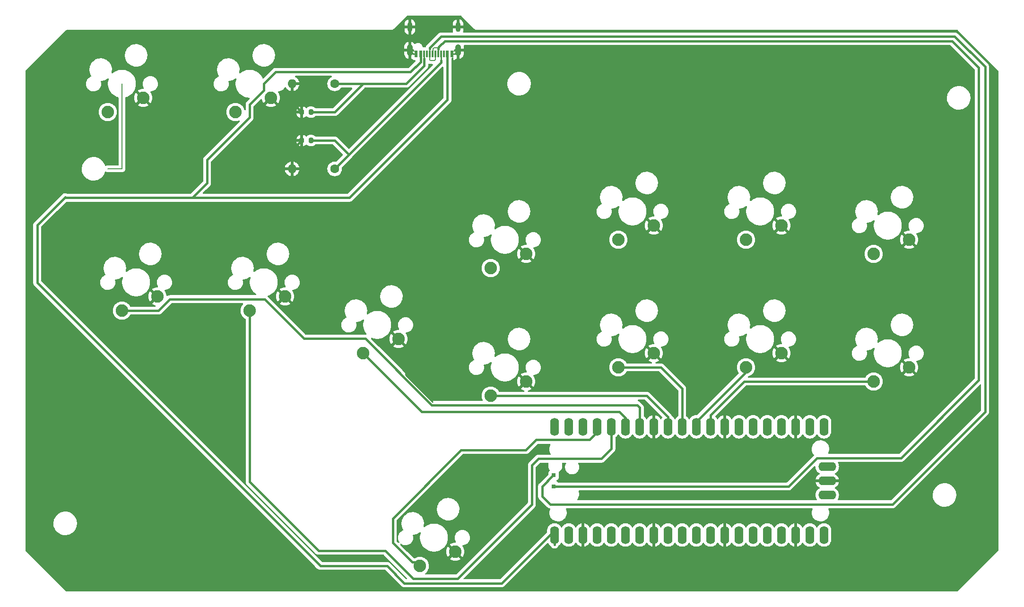
<source format=gbr>
%TF.GenerationSoftware,KiCad,Pcbnew,6.0.8-f2edbf62ab~116~ubuntu22.04.1*%
%TF.CreationDate,2022-10-10T15:37:58-06:00*%
%TF.ProjectId,PPP_pcb,5050505f-7063-4622-9e6b-696361645f70,rev?*%
%TF.SameCoordinates,Original*%
%TF.FileFunction,Copper,L1,Top*%
%TF.FilePolarity,Positive*%
%FSLAX46Y46*%
G04 Gerber Fmt 4.6, Leading zero omitted, Abs format (unit mm)*
G04 Created by KiCad (PCBNEW 6.0.8-f2edbf62ab~116~ubuntu22.04.1) date 2022-10-10 15:37:58*
%MOMM*%
%LPD*%
G01*
G04 APERTURE LIST*
G04 Aperture macros list*
%AMRoundRect*
0 Rectangle with rounded corners*
0 $1 Rounding radius*
0 $2 $3 $4 $5 $6 $7 $8 $9 X,Y pos of 4 corners*
0 Add a 4 corners polygon primitive as box body*
4,1,4,$2,$3,$4,$5,$6,$7,$8,$9,$2,$3,0*
0 Add four circle primitives for the rounded corners*
1,1,$1+$1,$2,$3*
1,1,$1+$1,$4,$5*
1,1,$1+$1,$6,$7*
1,1,$1+$1,$8,$9*
0 Add four rect primitives between the rounded corners*
20,1,$1+$1,$2,$3,$4,$5,0*
20,1,$1+$1,$4,$5,$6,$7,0*
20,1,$1+$1,$6,$7,$8,$9,0*
20,1,$1+$1,$8,$9,$2,$3,0*%
G04 Aperture macros list end*
%TA.AperFunction,NonConductor*%
%ADD10C,0.200000*%
%TD*%
%TA.AperFunction,ComponentPad*%
%ADD11C,2.247900*%
%TD*%
%TA.AperFunction,SMDPad,CuDef*%
%ADD12RoundRect,0.200000X0.200000X0.275000X-0.200000X0.275000X-0.200000X-0.275000X0.200000X-0.275000X0*%
%TD*%
%TA.AperFunction,SMDPad,CuDef*%
%ADD13R,0.600000X1.240000*%
%TD*%
%TA.AperFunction,SMDPad,CuDef*%
%ADD14R,0.300000X1.240000*%
%TD*%
%TA.AperFunction,ComponentPad*%
%ADD15O,1.050000X2.100000*%
%TD*%
%TA.AperFunction,ComponentPad*%
%ADD16O,0.900000X1.800000*%
%TD*%
%TA.AperFunction,ComponentPad*%
%ADD17C,1.600000*%
%TD*%
%TA.AperFunction,ComponentPad*%
%ADD18O,1.600000X1.600000*%
%TD*%
%TA.AperFunction,ComponentPad*%
%ADD19O,1.600000X3.200000*%
%TD*%
%TA.AperFunction,ComponentPad*%
%ADD20O,3.200000X1.600000*%
%TD*%
%TA.AperFunction,ComponentPad*%
%ADD21R,0.800000X0.800000*%
%TD*%
%TA.AperFunction,Conductor*%
%ADD22C,0.250000*%
%TD*%
%TA.AperFunction,Conductor*%
%ADD23C,0.400000*%
%TD*%
%TA.AperFunction,Conductor*%
%ADD24C,0.200000*%
%TD*%
G04 APERTURE END LIST*
D10*
X96520000Y-45720000D02*
X96520000Y-60960000D01*
X96520000Y-60960000D02*
X93980000Y-60960000D01*
D11*
%TO.P,U$15,P$1,PIN2*%
%TO.N,GND*%
X214630000Y-93980000D03*
%TO.P,U$15,P$2,PIN1*%
%TO.N,/R2*%
X208280000Y-96520000D03*
%TD*%
%TO.P,U$13,P$1,PIN2*%
%TO.N,GND*%
X168910000Y-99060000D03*
%TO.P,U$13,P$2,PIN1*%
%TO.N,/B1*%
X162560000Y-101600000D03*
%TD*%
D12*
%TO.P,R2,1*%
%TO.N,Net-(J5-PadA5)*%
X130365000Y-55880000D03*
%TO.P,R2,2*%
%TO.N,GND*%
X128715000Y-55880000D03*
%TD*%
D11*
%TO.P,U$12,P$1,PIN2*%
%TO.N,GND*%
X237490000Y-73660000D03*
%TO.P,U$12,P$2,PIN1*%
%TO.N,/L1*%
X231140000Y-76200000D03*
%TD*%
%TO.P,U$10,P$1,PIN2*%
%TO.N,GND*%
X191770000Y-71120000D03*
%TO.P,U$10,P$2,PIN1*%
%TO.N,/B4*%
X185420000Y-73660000D03*
%TD*%
D13*
%TO.P,J5,A1/B12,GND*%
%TO.N,GND*%
X155600000Y-40360000D03*
%TO.P,J5,A4/B9,VBUS*%
%TO.N,+5V*%
X154800000Y-40360000D03*
D14*
%TO.P,J5,A5,CC1*%
%TO.N,Net-(J5-PadA5)*%
X153650000Y-40360000D03*
%TO.P,J5,A6,D+*%
%TO.N,/D+*%
X152650000Y-40360000D03*
%TO.P,J5,A7,D-*%
%TO.N,/D-*%
X152150000Y-40360000D03*
%TO.P,J5,A8,SBU1*%
%TO.N,unconnected-(J5-PadA8)*%
X151150000Y-40360000D03*
D13*
%TO.P,J5,B1/A12,GND*%
%TO.N,GND*%
X149200000Y-40360000D03*
%TO.P,J5,B4/A9,VBUS*%
%TO.N,+5V*%
X150000000Y-40360000D03*
D14*
%TO.P,J5,B5,CC2*%
%TO.N,Net-(J5-PadB5)*%
X150650000Y-40360000D03*
%TO.P,J5,B6,D+*%
%TO.N,/D+*%
X151650000Y-40360000D03*
%TO.P,J5,B7,D-*%
%TO.N,/D-*%
X153150000Y-40360000D03*
%TO.P,J5,B8,SBU2*%
%TO.N,unconnected-(J5-PadB8)*%
X154150000Y-40360000D03*
D15*
%TO.P,J5,SHIELD1,SHIELD*%
%TO.N,GND*%
X156720000Y-39740000D03*
D16*
%TO.P,J5,SHIELD2,SHIELD*%
X156720000Y-35560000D03*
D15*
%TO.P,J5,SHIELD3,SHIELD*%
X148080000Y-39740000D03*
D16*
%TO.P,J5,SHIELD4,SHIELD*%
X148080000Y-35560000D03*
%TD*%
D17*
%TO.P,R3,1*%
%TO.N,Net-(J5-PadB5)*%
X134620000Y-45720000D03*
D18*
%TO.P,R3,2*%
%TO.N,GND*%
X127000000Y-45720000D03*
%TD*%
D11*
%TO.P,U$16,P$1,PIN2*%
%TO.N,GND*%
X237490000Y-96520000D03*
%TO.P,U$16,P$2,PIN1*%
%TO.N,/L2*%
X231140000Y-99060000D03*
%TD*%
D17*
%TO.P,R1,1*%
%TO.N,Net-(J5-PadA5)*%
X134620000Y-60960000D03*
D18*
%TO.P,R1,2*%
%TO.N,GND*%
X127000000Y-60960000D03*
%TD*%
D11*
%TO.P,U$11,P$1,PIN2*%
%TO.N,GND*%
X214630000Y-71120000D03*
%TO.P,U$11,P$2,PIN1*%
%TO.N,/R1*%
X208280000Y-73660000D03*
%TD*%
%TO.P,U$18,P$1,PIN2*%
%TO.N,GND*%
X100330000Y-48260000D03*
%TO.P,U$18,P$2,PIN1*%
%TO.N,/S2*%
X93980000Y-50800000D03*
%TD*%
%TO.P,U$6,P$1,PIN2*%
%TO.N,GND*%
X156210000Y-129540000D03*
%TO.P,U$6,P$2,PIN1*%
%TO.N,/UP*%
X149860000Y-132080000D03*
%TD*%
%TO.P,U$14,P$1,PIN2*%
%TO.N,GND*%
X191770000Y-93980000D03*
%TO.P,U$14,P$2,PIN1*%
%TO.N,/B2*%
X185420000Y-96520000D03*
%TD*%
%TO.P,U$2,P$1,PIN2*%
%TO.N,GND*%
X102870000Y-83820000D03*
%TO.P,U$2,P$2,PIN1*%
%TO.N,/LEFT*%
X96520000Y-86360000D03*
%TD*%
%TO.P,U$8,P$1,PIN2*%
%TO.N,GND*%
X123190000Y-48260000D03*
%TO.P,U$8,P$2,PIN1*%
%TO.N,/S1*%
X116840000Y-50800000D03*
%TD*%
%TO.P,U$4,P$1,PIN2*%
%TO.N,GND*%
X125730000Y-83820000D03*
%TO.P,U$4,P$2,PIN1*%
%TO.N,/DOWN*%
X119380000Y-86360000D03*
%TD*%
%TO.P,U$9,P$1,PIN2*%
%TO.N,GND*%
X168910000Y-76200000D03*
%TO.P,U$9,P$2,PIN1*%
%TO.N,/B3*%
X162560000Y-78740000D03*
%TD*%
%TO.P,U$5,P$1,PIN2*%
%TO.N,GND*%
X146050000Y-91440000D03*
%TO.P,U$5,P$2,PIN1*%
%TO.N,/RIGHT*%
X139700000Y-93980000D03*
%TD*%
D12*
%TO.P,R4,1*%
%TO.N,Net-(J5-PadB5)*%
X130365000Y-50800000D03*
%TO.P,R4,2*%
%TO.N,GND*%
X128715000Y-50800000D03*
%TD*%
D19*
%TO.P,J1,3V3,3V3*%
%TO.N,unconnected-(J1-Pad3V3)*%
X184150000Y-126530000D03*
%TO.P,J1,3V3_EN,3V3_EN*%
%TO.N,unconnected-(J1-Pad3V3_EN)*%
X181610000Y-126530000D03*
%TO.P,J1,ADC_VREF,ADC_VREF*%
%TO.N,unconnected-(J1-PadADC_VREF)*%
X186690000Y-126530000D03*
%TO.P,J1,AGND,AGND*%
%TO.N,GND*%
X191770000Y-126530000D03*
%TO.P,J1,GND@1,GND*%
X179070000Y-107150000D03*
%TO.P,J1,GND@2,GND*%
X191770000Y-107150000D03*
%TO.P,J1,GND@3,GND*%
X204470000Y-107150000D03*
%TO.P,J1,GND@4,GND*%
X217170000Y-107150000D03*
D20*
%TO.P,J1,GND@5,GND*%
X222820000Y-116840000D03*
D19*
%TO.P,J1,GND@6,GND*%
X217170000Y-126530000D03*
%TO.P,J1,GND@7,GND*%
X204470000Y-126530000D03*
%TO.P,J1,GND@8,GND*%
X179070000Y-126530000D03*
%TO.P,J1,GP0,GP0*%
%TO.N,unconnected-(J1-PadGP0)*%
X173990000Y-107150000D03*
%TO.P,J1,GP1,GP1*%
%TO.N,unconnected-(J1-PadGP1)*%
X176530000Y-107150000D03*
%TO.P,J1,GP2,GP2*%
%TO.N,/UP*%
X181610000Y-107150000D03*
%TO.P,J1,GP3,GP3*%
%TO.N,/DOWN*%
X184150000Y-107150000D03*
%TO.P,J1,GP4,GP4*%
%TO.N,/RIGHT*%
X186690000Y-107150000D03*
%TO.P,J1,GP5,GP5*%
%TO.N,/LEFT*%
X189230000Y-107150000D03*
%TO.P,J1,GP6,GP6*%
%TO.N,/B1*%
X194310000Y-107150000D03*
%TO.P,J1,GP7,GP7*%
%TO.N,/B2*%
X196850000Y-107150000D03*
%TO.P,J1,GP8,GP8*%
%TO.N,/R2*%
X199390000Y-107150000D03*
%TO.P,J1,GP9,GP9*%
%TO.N,/L2*%
X201930000Y-107150000D03*
%TO.P,J1,GP10,GP10*%
%TO.N,/B3*%
X207010000Y-107150000D03*
%TO.P,J1,GP11,GP11*%
%TO.N,/B4*%
X209550000Y-107150000D03*
%TO.P,J1,GP12,GP12*%
%TO.N,/R1*%
X212090000Y-107150000D03*
%TO.P,J1,GP13,GP13*%
%TO.N,/L1*%
X214630000Y-107150000D03*
%TO.P,J1,GP14,GP14*%
%TO.N,unconnected-(J1-PadGP14)*%
X219710000Y-107150000D03*
%TO.P,J1,GP15,GP15*%
%TO.N,unconnected-(J1-PadGP15)*%
X222250000Y-107150000D03*
%TO.P,J1,GP16,GP16*%
%TO.N,/S1*%
X222250000Y-126530000D03*
%TO.P,J1,GP17,GP17*%
%TO.N,/S2*%
X219710000Y-126530000D03*
%TO.P,J1,GP18,GP18*%
%TO.N,unconnected-(J1-PadGP18)*%
X214630000Y-126530000D03*
%TO.P,J1,GP19,GP19*%
%TO.N,unconnected-(J1-PadGP19)*%
X212090000Y-126530000D03*
%TO.P,J1,GP20,GP20*%
%TO.N,unconnected-(J1-PadGP20)*%
X209550000Y-126530000D03*
%TO.P,J1,GP21,GP21*%
%TO.N,unconnected-(J1-PadGP21)*%
X207010000Y-126530000D03*
%TO.P,J1,GP22,GP22*%
%TO.N,unconnected-(J1-PadGP22)*%
X201930000Y-126530000D03*
%TO.P,J1,GP26_A0,GP26_A0*%
%TO.N,unconnected-(J1-PadGP26_A0)*%
X196850000Y-126530000D03*
%TO.P,J1,GP27_A1,GP27_A1*%
%TO.N,unconnected-(J1-PadGP27_A1)*%
X194310000Y-126530000D03*
%TO.P,J1,GP28_A2,GP28_A2*%
%TO.N,unconnected-(J1-PadGP28_A2)*%
X189230000Y-126530000D03*
%TO.P,J1,RUN,RUN*%
%TO.N,unconnected-(J1-PadRUN)*%
X199390000Y-126530000D03*
D20*
%TO.P,J1,SWCLK,SWCLK*%
%TO.N,unconnected-(J1-PadSWCLK)*%
X222820000Y-114300000D03*
%TO.P,J1,SWDIO,SWDIO*%
%TO.N,unconnected-(J1-PadSWDIO)*%
X222820000Y-119380000D03*
D21*
%TO.P,J1,TP2,D+*%
%TO.N,/D-*%
X173820000Y-117840000D03*
%TO.P,J1,TP3,D-*%
%TO.N,/D+*%
X173820000Y-115840000D03*
D19*
%TO.P,J1,VBUS,VBUS*%
%TO.N,+5V*%
X173990000Y-126530000D03*
%TO.P,J1,VSYS,VSYS*%
%TO.N,VCC*%
X176530000Y-126530000D03*
%TD*%
D22*
%TO.N,GND*%
X147320000Y-96520000D02*
X147320000Y-97849562D01*
X147320000Y-97849562D02*
X152193230Y-102722792D01*
X155600000Y-40360000D02*
X156100000Y-40360000D01*
D23*
X127000000Y-49085000D02*
X127000000Y-45720000D01*
X128715000Y-50800000D02*
X127000000Y-49085000D01*
X127000000Y-57595000D02*
X127000000Y-60960000D01*
D22*
X149200000Y-40360000D02*
X148700000Y-40360000D01*
X156100000Y-40360000D02*
X156720000Y-39740000D01*
X148700000Y-40360000D02*
X148080000Y-39740000D01*
D23*
X128715000Y-55880000D02*
X127000000Y-57595000D01*
%TO.N,/UP*%
X145000665Y-127928904D02*
X148482715Y-131410954D01*
X148482715Y-131410954D02*
X149190954Y-131410954D01*
X145000665Y-123578946D02*
X145000665Y-127928904D01*
X157261418Y-111318193D02*
X145000665Y-123578946D01*
X168858430Y-111318193D02*
X157261418Y-111318193D01*
X170670296Y-109506327D02*
X168858430Y-111318193D01*
X181610000Y-108120102D02*
X180223775Y-109506327D01*
X180223775Y-109506327D02*
X170670296Y-109506327D01*
X149190954Y-131410954D02*
X149860000Y-132080000D01*
X181610000Y-107950000D02*
X181610000Y-108120102D01*
%TO.N,/DOWN*%
X169929078Y-121036387D02*
X169929078Y-114035993D01*
X184183150Y-107983150D02*
X184150000Y-107950000D01*
X182376101Y-112882987D02*
X184183150Y-111075938D01*
X119380000Y-86360000D02*
X119380000Y-117019339D01*
X184183150Y-111075938D02*
X184183150Y-107983150D01*
X169929078Y-114035993D02*
X171082084Y-112882987D01*
X119380000Y-117019339D02*
X131715163Y-129354502D01*
X148652482Y-134319583D02*
X156645882Y-134319583D01*
X156645882Y-134319583D02*
X169929078Y-121036387D01*
X131715163Y-129354502D02*
X143687401Y-129354502D01*
X143687401Y-129354502D02*
X148652482Y-134319583D01*
X171082084Y-112882987D02*
X182376101Y-112882987D01*
%TO.N,/RIGHT*%
X186690000Y-105595498D02*
X186690000Y-107950000D01*
X139700000Y-93980000D02*
X150202515Y-104482515D01*
X185577017Y-104482515D02*
X186690000Y-105595498D01*
X150202515Y-104482515D02*
X185577017Y-104482515D01*
%TO.N,/LEFT*%
X103060083Y-86360000D02*
X96520000Y-86360000D01*
X151975768Y-103247792D02*
X140115636Y-91387660D01*
X140115636Y-91387660D02*
X129162078Y-91387660D01*
X122079327Y-84304909D02*
X105115174Y-84304909D01*
X105115174Y-84304909D02*
X103060083Y-86360000D01*
X188783574Y-103247792D02*
X151975768Y-103247792D01*
X189263994Y-103728212D02*
X188783574Y-103247792D01*
X189263994Y-107158950D02*
X189263994Y-103728212D01*
X129162078Y-91387660D02*
X122079327Y-84304909D01*
%TO.N,/B1*%
X162560000Y-101600000D02*
X190500000Y-101600000D01*
X194310000Y-105410000D02*
X194310000Y-107950000D01*
X190500000Y-101600000D02*
X194310000Y-105410000D01*
%TO.N,/B2*%
X185420000Y-96520000D02*
X193040000Y-96520000D01*
X193040000Y-96520000D02*
X196850000Y-100330000D01*
X196850000Y-100330000D02*
X196850000Y-107950000D01*
%TO.N,/D-*%
X220980000Y-112744887D02*
X236023081Y-112744887D01*
D24*
X152150000Y-40590000D02*
X152150000Y-40360000D01*
D23*
X154314126Y-38100000D02*
X153357063Y-39057063D01*
X249951397Y-98816571D02*
X249951397Y-42832379D01*
D24*
X152375874Y-39264126D02*
X152200000Y-39440000D01*
D23*
X249951397Y-42832379D02*
X245219018Y-38100000D01*
D24*
X152200000Y-39440000D02*
X152200000Y-40640000D01*
D23*
X173820000Y-117840000D02*
X215884887Y-117840000D01*
D24*
X153150000Y-39264126D02*
X152375874Y-39264126D01*
X152200000Y-40640000D02*
X152150000Y-40590000D01*
D23*
X245219018Y-38100000D02*
X154314126Y-38100000D01*
D24*
X153150000Y-40360000D02*
X153150000Y-39264126D01*
D23*
X236023081Y-112744887D02*
X249951397Y-98816571D01*
X215884887Y-117840000D02*
X220980000Y-112744887D01*
X153150000Y-39264126D02*
X153150000Y-39541505D01*
X153357063Y-39057063D02*
X153150000Y-39264126D01*
D24*
%TO.N,/D+*%
X151650000Y-39490000D02*
X151650000Y-40360000D01*
D23*
X234560001Y-121039999D02*
X173195587Y-121039999D01*
X173195587Y-121039999D02*
X171765541Y-119609953D01*
X173754827Y-115840000D02*
X173820000Y-115840000D01*
D24*
X152650000Y-40360000D02*
X152650000Y-41395359D01*
X151776765Y-41575143D02*
X151650000Y-41448378D01*
D23*
X171765541Y-117829286D02*
X173754827Y-115840000D01*
X171765541Y-119609953D02*
X171765541Y-117829286D01*
D24*
X152470216Y-41575143D02*
X151776765Y-41575143D01*
D23*
X251104179Y-104495821D02*
X234560001Y-121039999D01*
X151654622Y-39259603D02*
X153660153Y-37254072D01*
D24*
X151650000Y-41448378D02*
X151650000Y-40360000D01*
D23*
X251104179Y-104495821D02*
X251104179Y-42695001D01*
X151654622Y-39485378D02*
X151654622Y-39259603D01*
X153660153Y-37254072D02*
X245663250Y-37254072D01*
D24*
X152650000Y-41395359D02*
X152470216Y-41575143D01*
D23*
X245663250Y-37254072D02*
X251104179Y-42695001D01*
D24*
X152600000Y-40410000D02*
X152650000Y-40360000D01*
D23*
X151650000Y-39490000D02*
X151654622Y-39485378D01*
%TO.N,+5V*%
X164541166Y-135178834D02*
X173990000Y-125730000D01*
X81341884Y-71058116D02*
X81341884Y-81367744D01*
X111760000Y-59352346D02*
X111760000Y-63500000D01*
X111760000Y-63500000D02*
X109111935Y-66148065D01*
X81341884Y-81367744D02*
X132054140Y-132080000D01*
X121920000Y-46908635D02*
X119380000Y-49448635D01*
X137279149Y-66148065D02*
X109111935Y-66148065D01*
X109111935Y-66148065D02*
X86468065Y-66148065D01*
X132054140Y-132080000D02*
X143996255Y-132080000D01*
X143996255Y-132080000D02*
X147095089Y-135178834D01*
X173990000Y-128270000D02*
X173990000Y-125730000D01*
X150000000Y-41778070D02*
X148183241Y-43594829D01*
X121920000Y-45720000D02*
X121920000Y-46908635D01*
X119380000Y-51732346D02*
X111760000Y-59352346D01*
X124045171Y-43594829D02*
X121920000Y-45720000D01*
X150000000Y-40360000D02*
X150000000Y-41778070D01*
X154800000Y-40360000D02*
X154800000Y-48627214D01*
X119380000Y-49448635D02*
X119380000Y-51732346D01*
X147095089Y-135178834D02*
X164541166Y-135178834D01*
X148183241Y-43594829D02*
X124045171Y-43594829D01*
X86468065Y-66148065D02*
X86360000Y-66040000D01*
X86360000Y-66040000D02*
X81341884Y-71058116D01*
X154800000Y-48627214D02*
X137279149Y-66148065D01*
%TO.N,Net-(J5-PadA5)*%
X153651347Y-41928653D02*
X153651347Y-41573271D01*
X134620000Y-55880000D02*
X130365000Y-55880000D01*
X137160000Y-58420000D02*
X134620000Y-55880000D01*
X134620000Y-60960000D02*
X137160000Y-58420000D01*
X137160000Y-58420000D02*
X153651347Y-41928653D01*
D22*
X153650000Y-40360000D02*
X153650000Y-41571924D01*
X153650000Y-41571924D02*
X153651347Y-41573271D01*
D23*
%TO.N,Net-(J5-PadB5)*%
X139700000Y-45720000D02*
X139675460Y-45720000D01*
X134595460Y-50800000D02*
X130365000Y-50800000D01*
X139675460Y-45720000D02*
X134595460Y-50800000D01*
X150643992Y-42520845D02*
X150643992Y-41254724D01*
X139700000Y-45720000D02*
X147444837Y-45720000D01*
D22*
X150642581Y-41112506D02*
X150643992Y-41113917D01*
D23*
X150643992Y-41254724D02*
X150654571Y-41244145D01*
D22*
X150650000Y-40360000D02*
X150650000Y-41105087D01*
X150650000Y-41105087D02*
X150642581Y-41112506D01*
D23*
X134620000Y-45720000D02*
X139700000Y-45720000D01*
X147444837Y-45720000D02*
X150643992Y-42520845D01*
%TO.N,/L2*%
X207976738Y-99060000D02*
X201930000Y-105106738D01*
X201930000Y-105106738D02*
X201930000Y-107950000D01*
X207976738Y-99060000D02*
X231140000Y-99060000D01*
%TO.N,/R2*%
X199390000Y-107950000D02*
X199390000Y-106218033D01*
X208280000Y-97328033D02*
X208280000Y-96520000D01*
X199390000Y-106218033D02*
X208280000Y-97328033D01*
%TD*%
%TA.AperFunction,Conductor*%
%TO.N,GND*%
G36*
X157285304Y-33548502D02*
G01*
X157306278Y-33565405D01*
X159610180Y-35869308D01*
X159617800Y-35878845D01*
X159618169Y-35878531D01*
X159623984Y-35885364D01*
X159628776Y-35892958D01*
X159640799Y-35903576D01*
X159669116Y-35928585D01*
X159674803Y-35933931D01*
X159686254Y-35945382D01*
X159694638Y-35951666D01*
X159702463Y-35958037D01*
X159737951Y-35989378D01*
X159746075Y-35993192D01*
X159748553Y-35994820D01*
X159763534Y-36003822D01*
X159766115Y-36005235D01*
X159773295Y-36010616D01*
X159817650Y-36027244D01*
X159826948Y-36031162D01*
X159869800Y-36051281D01*
X159878666Y-36052662D01*
X159881467Y-36053518D01*
X159898404Y-36057962D01*
X159901284Y-36058595D01*
X159909684Y-36061744D01*
X159918629Y-36062409D01*
X159918630Y-36062409D01*
X159956889Y-36065252D01*
X159966937Y-36066406D01*
X159970856Y-36067016D01*
X159980386Y-36068500D01*
X159995923Y-36068500D01*
X160005261Y-36068847D01*
X160045990Y-36071874D01*
X160045991Y-36071874D01*
X160054941Y-36072539D01*
X160063716Y-36070666D01*
X160071973Y-36070103D01*
X160087162Y-36068500D01*
X246117183Y-36068500D01*
X246185304Y-36088502D01*
X246206278Y-36105405D01*
X253454595Y-43353722D01*
X253488621Y-43416034D01*
X253491500Y-43442817D01*
X253491500Y-129277182D01*
X253471498Y-129345303D01*
X253454595Y-129366277D01*
X246206278Y-136614595D01*
X246143966Y-136648621D01*
X246117183Y-136651500D01*
X86622818Y-136651500D01*
X86554697Y-136631498D01*
X86533723Y-136614595D01*
X79285405Y-129366278D01*
X79251379Y-129303966D01*
X79248500Y-129277183D01*
X79248500Y-124592703D01*
X84250743Y-124592703D01*
X84288268Y-124877734D01*
X84364129Y-125155036D01*
X84365813Y-125158984D01*
X84474609Y-125414050D01*
X84476923Y-125419476D01*
X84523080Y-125496598D01*
X84620855Y-125659968D01*
X84624561Y-125666161D01*
X84804313Y-125890528D01*
X85012851Y-126088423D01*
X85246317Y-126256186D01*
X85250112Y-126258195D01*
X85250113Y-126258196D01*
X85271869Y-126269715D01*
X85500392Y-126390712D01*
X85521234Y-126398339D01*
X85763520Y-126487003D01*
X85770373Y-126489511D01*
X86051264Y-126550755D01*
X86079841Y-126553004D01*
X86274282Y-126568307D01*
X86274291Y-126568307D01*
X86276739Y-126568500D01*
X86432271Y-126568500D01*
X86434407Y-126568354D01*
X86434418Y-126568354D01*
X86642548Y-126554165D01*
X86642554Y-126554164D01*
X86646825Y-126553873D01*
X86651020Y-126553004D01*
X86651022Y-126553004D01*
X86787584Y-126524723D01*
X86928342Y-126495574D01*
X87199343Y-126399607D01*
X87287363Y-126354177D01*
X87451005Y-126269715D01*
X87451006Y-126269715D01*
X87454812Y-126267750D01*
X87458313Y-126265289D01*
X87458317Y-126265287D01*
X87594565Y-126169530D01*
X87690023Y-126102441D01*
X87780332Y-126018521D01*
X87897479Y-125909661D01*
X87897481Y-125909658D01*
X87900622Y-125906740D01*
X88082713Y-125684268D01*
X88232927Y-125439142D01*
X88348483Y-125175898D01*
X88375181Y-125082176D01*
X88407308Y-124969391D01*
X88427244Y-124899406D01*
X88467751Y-124614784D01*
X88467845Y-124596951D01*
X88469235Y-124331583D01*
X88469235Y-124331576D01*
X88469257Y-124327297D01*
X88431732Y-124042266D01*
X88412728Y-123972797D01*
X88380908Y-123856485D01*
X88355871Y-123764964D01*
X88327427Y-123698279D01*
X88244763Y-123504476D01*
X88244761Y-123504472D01*
X88243077Y-123500524D01*
X88095439Y-123253839D01*
X87915687Y-123029472D01*
X87792289Y-122912372D01*
X87710258Y-122834527D01*
X87710255Y-122834525D01*
X87707149Y-122831577D01*
X87496882Y-122680484D01*
X87477172Y-122666321D01*
X87477171Y-122666320D01*
X87473683Y-122663814D01*
X87451843Y-122652250D01*
X87428654Y-122639972D01*
X87219608Y-122529288D01*
X87008715Y-122452112D01*
X86953658Y-122431964D01*
X86953656Y-122431963D01*
X86949627Y-122430489D01*
X86668736Y-122369245D01*
X86637685Y-122366801D01*
X86445718Y-122351693D01*
X86445709Y-122351693D01*
X86443261Y-122351500D01*
X86287729Y-122351500D01*
X86285593Y-122351646D01*
X86285582Y-122351646D01*
X86077452Y-122365835D01*
X86077446Y-122365836D01*
X86073175Y-122366127D01*
X86068980Y-122366996D01*
X86068978Y-122366996D01*
X85932417Y-122395276D01*
X85791658Y-122424426D01*
X85520657Y-122520393D01*
X85516848Y-122522359D01*
X85329311Y-122619154D01*
X85265188Y-122652250D01*
X85261687Y-122654711D01*
X85261683Y-122654713D01*
X85225015Y-122680484D01*
X85029977Y-122817559D01*
X85015383Y-122831121D01*
X84853598Y-122981461D01*
X84819378Y-123013260D01*
X84637287Y-123235732D01*
X84487073Y-123480858D01*
X84485347Y-123484791D01*
X84485346Y-123484792D01*
X84425011Y-123622239D01*
X84371517Y-123744102D01*
X84370342Y-123748229D01*
X84370341Y-123748230D01*
X84343602Y-123842099D01*
X84292756Y-124020594D01*
X84252249Y-124305216D01*
X84252227Y-124309505D01*
X84252226Y-124309512D01*
X84251093Y-124525873D01*
X84250743Y-124592703D01*
X79248500Y-124592703D01*
X79248500Y-81405096D01*
X80629159Y-81405096D01*
X80630464Y-81412573D01*
X80630464Y-81412574D01*
X80640145Y-81468043D01*
X80641107Y-81474565D01*
X80648782Y-81537986D01*
X80651465Y-81545087D01*
X80652106Y-81547696D01*
X80656569Y-81564006D01*
X80657334Y-81566542D01*
X80658641Y-81574028D01*
X80661695Y-81580985D01*
X80684326Y-81632539D01*
X80686817Y-81638643D01*
X80709397Y-81698400D01*
X80713701Y-81704663D01*
X80714938Y-81707029D01*
X80723183Y-81721841D01*
X80724516Y-81724095D01*
X80727569Y-81731049D01*
X80744924Y-81753665D01*
X80766463Y-81781735D01*
X80770343Y-81787076D01*
X80802223Y-81833464D01*
X80802228Y-81833469D01*
X80806527Y-81839725D01*
X80812197Y-81844776D01*
X80812198Y-81844778D01*
X80853054Y-81881179D01*
X80858330Y-81886160D01*
X131532697Y-132560528D01*
X131538551Y-132566793D01*
X131555320Y-132586015D01*
X131576579Y-132610385D01*
X131628869Y-132647136D01*
X131634111Y-132651028D01*
X131684422Y-132690476D01*
X131691341Y-132693600D01*
X131693633Y-132694988D01*
X131708305Y-132703357D01*
X131710665Y-132704622D01*
X131716879Y-132708990D01*
X131723958Y-132711750D01*
X131723960Y-132711751D01*
X131776415Y-132732202D01*
X131782484Y-132734753D01*
X131840713Y-132761045D01*
X131848186Y-132762430D01*
X131850752Y-132763234D01*
X131866975Y-132767855D01*
X131869567Y-132768520D01*
X131876649Y-132771282D01*
X131884184Y-132772274D01*
X131940001Y-132779622D01*
X131946517Y-132780654D01*
X131978475Y-132786577D01*
X132009326Y-132792295D01*
X132016906Y-132791858D01*
X132016907Y-132791858D01*
X132071520Y-132788709D01*
X132078773Y-132788500D01*
X143650595Y-132788500D01*
X143718716Y-132808502D01*
X143739690Y-132825405D01*
X146573639Y-135659354D01*
X146579493Y-135665619D01*
X146617528Y-135709219D01*
X146669808Y-135745962D01*
X146675103Y-135749895D01*
X146725371Y-135789310D01*
X146732287Y-135792433D01*
X146734573Y-135793817D01*
X146749254Y-135802191D01*
X146751614Y-135803456D01*
X146757828Y-135807824D01*
X146764907Y-135810584D01*
X146764909Y-135810585D01*
X146817364Y-135831036D01*
X146823433Y-135833587D01*
X146881662Y-135859879D01*
X146889135Y-135861264D01*
X146891701Y-135862068D01*
X146907924Y-135866689D01*
X146910516Y-135867354D01*
X146917598Y-135870116D01*
X146925133Y-135871108D01*
X146980950Y-135878456D01*
X146987466Y-135879488D01*
X147025859Y-135886604D01*
X147050275Y-135891129D01*
X147057855Y-135890692D01*
X147057856Y-135890692D01*
X147112469Y-135887543D01*
X147119722Y-135887334D01*
X164512254Y-135887334D01*
X164520824Y-135887626D01*
X164570942Y-135891043D01*
X164570946Y-135891043D01*
X164578518Y-135891559D01*
X164585995Y-135890254D01*
X164585996Y-135890254D01*
X164612474Y-135885633D01*
X164641469Y-135880572D01*
X164647987Y-135879611D01*
X164711408Y-135871936D01*
X164718509Y-135869253D01*
X164721118Y-135868612D01*
X164737428Y-135864149D01*
X164739964Y-135863384D01*
X164747450Y-135862077D01*
X164805966Y-135836390D01*
X164812070Y-135833899D01*
X164864714Y-135814007D01*
X164864715Y-135814006D01*
X164871822Y-135811321D01*
X164878085Y-135807017D01*
X164880451Y-135805780D01*
X164895263Y-135797535D01*
X164897517Y-135796202D01*
X164904471Y-135793149D01*
X164955168Y-135754247D01*
X164960498Y-135750375D01*
X165006886Y-135718495D01*
X165006891Y-135718490D01*
X165013147Y-135714191D01*
X165054602Y-135667663D01*
X165059582Y-135662388D01*
X172698007Y-128023964D01*
X172760319Y-127989938D01*
X172831134Y-127995003D01*
X172890315Y-128040788D01*
X172980418Y-128169467D01*
X172983802Y-128174300D01*
X173145700Y-128336198D01*
X173150208Y-128339355D01*
X173150211Y-128339357D01*
X173265985Y-128420423D01*
X173311580Y-128479098D01*
X173354829Y-128593553D01*
X173357513Y-128600656D01*
X173361814Y-128606914D01*
X173447196Y-128731145D01*
X173454643Y-128741981D01*
X173460313Y-128747033D01*
X173460314Y-128747034D01*
X173577007Y-128851004D01*
X173577010Y-128851006D01*
X173582679Y-128856057D01*
X173589392Y-128859612D01*
X173589393Y-128859612D01*
X173597250Y-128863772D01*
X173734231Y-128936300D01*
X173741596Y-128938150D01*
X173893178Y-128976225D01*
X173893182Y-128976225D01*
X173900549Y-128978076D01*
X173908148Y-128978116D01*
X173908150Y-128978116D01*
X173979606Y-128978490D01*
X174072031Y-128978974D01*
X174079411Y-128977202D01*
X174079413Y-128977202D01*
X174231398Y-128940714D01*
X174231402Y-128940713D01*
X174238777Y-128938942D01*
X174391161Y-128860291D01*
X174520385Y-128747561D01*
X174618990Y-128607261D01*
X174669645Y-128477339D01*
X174714767Y-128419896D01*
X174829789Y-128339357D01*
X174829792Y-128339355D01*
X174834300Y-128336198D01*
X174996198Y-128174300D01*
X175127523Y-127986749D01*
X175129846Y-127981767D01*
X175129849Y-127981762D01*
X175145805Y-127947543D01*
X175192722Y-127894258D01*
X175260999Y-127874797D01*
X175328959Y-127895339D01*
X175374195Y-127947543D01*
X175390151Y-127981762D01*
X175390154Y-127981767D01*
X175392477Y-127986749D01*
X175523802Y-128174300D01*
X175685700Y-128336198D01*
X175690208Y-128339355D01*
X175690211Y-128339357D01*
X175768389Y-128394098D01*
X175873251Y-128467523D01*
X175878233Y-128469846D01*
X175878238Y-128469849D01*
X176073862Y-128561069D01*
X176080757Y-128564284D01*
X176086065Y-128565706D01*
X176086067Y-128565707D01*
X176296598Y-128622119D01*
X176296600Y-128622119D01*
X176301913Y-128623543D01*
X176530000Y-128643498D01*
X176758087Y-128623543D01*
X176763400Y-128622119D01*
X176763402Y-128622119D01*
X176973933Y-128565707D01*
X176973935Y-128565706D01*
X176979243Y-128564284D01*
X176986138Y-128561069D01*
X177181762Y-128469849D01*
X177181767Y-128469846D01*
X177186749Y-128467523D01*
X177291611Y-128394098D01*
X177369789Y-128339357D01*
X177369792Y-128339355D01*
X177374300Y-128336198D01*
X177536198Y-128174300D01*
X177667523Y-127986749D01*
X177669846Y-127981767D01*
X177669849Y-127981762D01*
X177686081Y-127946951D01*
X177732998Y-127893666D01*
X177801275Y-127874205D01*
X177869235Y-127894747D01*
X177914471Y-127946951D01*
X177930586Y-127981511D01*
X177936069Y-127991007D01*
X178061028Y-128169467D01*
X178068084Y-128177875D01*
X178222125Y-128331916D01*
X178230533Y-128338972D01*
X178408993Y-128463931D01*
X178418489Y-128469414D01*
X178615947Y-128561490D01*
X178626239Y-128565236D01*
X178798503Y-128611394D01*
X178812599Y-128611058D01*
X178816000Y-128603116D01*
X178816000Y-128597967D01*
X179324000Y-128597967D01*
X179327973Y-128611498D01*
X179336522Y-128612727D01*
X179513761Y-128565236D01*
X179524053Y-128561490D01*
X179721511Y-128469414D01*
X179731007Y-128463931D01*
X179909467Y-128338972D01*
X179917875Y-128331916D01*
X180071916Y-128177875D01*
X180078972Y-128169467D01*
X180203931Y-127991007D01*
X180209414Y-127981511D01*
X180225529Y-127946951D01*
X180272446Y-127893666D01*
X180340723Y-127874205D01*
X180408683Y-127894747D01*
X180453919Y-127946951D01*
X180470151Y-127981762D01*
X180470154Y-127981767D01*
X180472477Y-127986749D01*
X180603802Y-128174300D01*
X180765700Y-128336198D01*
X180770208Y-128339355D01*
X180770211Y-128339357D01*
X180848389Y-128394098D01*
X180953251Y-128467523D01*
X180958233Y-128469846D01*
X180958238Y-128469849D01*
X181153862Y-128561069D01*
X181160757Y-128564284D01*
X181166065Y-128565706D01*
X181166067Y-128565707D01*
X181376598Y-128622119D01*
X181376600Y-128622119D01*
X181381913Y-128623543D01*
X181610000Y-128643498D01*
X181838087Y-128623543D01*
X181843400Y-128622119D01*
X181843402Y-128622119D01*
X182053933Y-128565707D01*
X182053935Y-128565706D01*
X182059243Y-128564284D01*
X182066138Y-128561069D01*
X182261762Y-128469849D01*
X182261767Y-128469846D01*
X182266749Y-128467523D01*
X182371611Y-128394098D01*
X182449789Y-128339357D01*
X182449792Y-128339355D01*
X182454300Y-128336198D01*
X182616198Y-128174300D01*
X182747523Y-127986749D01*
X182749846Y-127981767D01*
X182749849Y-127981762D01*
X182765805Y-127947543D01*
X182812722Y-127894258D01*
X182880999Y-127874797D01*
X182948959Y-127895339D01*
X182994195Y-127947543D01*
X183010151Y-127981762D01*
X183010154Y-127981767D01*
X183012477Y-127986749D01*
X183143802Y-128174300D01*
X183305700Y-128336198D01*
X183310208Y-128339355D01*
X183310211Y-128339357D01*
X183388389Y-128394098D01*
X183493251Y-128467523D01*
X183498233Y-128469846D01*
X183498238Y-128469849D01*
X183693862Y-128561069D01*
X183700757Y-128564284D01*
X183706065Y-128565706D01*
X183706067Y-128565707D01*
X183916598Y-128622119D01*
X183916600Y-128622119D01*
X183921913Y-128623543D01*
X184150000Y-128643498D01*
X184378087Y-128623543D01*
X184383400Y-128622119D01*
X184383402Y-128622119D01*
X184593933Y-128565707D01*
X184593935Y-128565706D01*
X184599243Y-128564284D01*
X184606138Y-128561069D01*
X184801762Y-128469849D01*
X184801767Y-128469846D01*
X184806749Y-128467523D01*
X184911611Y-128394098D01*
X184989789Y-128339357D01*
X184989792Y-128339355D01*
X184994300Y-128336198D01*
X185156198Y-128174300D01*
X185287523Y-127986749D01*
X185289846Y-127981767D01*
X185289849Y-127981762D01*
X185305805Y-127947543D01*
X185352722Y-127894258D01*
X185420999Y-127874797D01*
X185488959Y-127895339D01*
X185534195Y-127947543D01*
X185550151Y-127981762D01*
X185550154Y-127981767D01*
X185552477Y-127986749D01*
X185683802Y-128174300D01*
X185845700Y-128336198D01*
X185850208Y-128339355D01*
X185850211Y-128339357D01*
X185928389Y-128394098D01*
X186033251Y-128467523D01*
X186038233Y-128469846D01*
X186038238Y-128469849D01*
X186233862Y-128561069D01*
X186240757Y-128564284D01*
X186246065Y-128565706D01*
X186246067Y-128565707D01*
X186456598Y-128622119D01*
X186456600Y-128622119D01*
X186461913Y-128623543D01*
X186690000Y-128643498D01*
X186918087Y-128623543D01*
X186923400Y-128622119D01*
X186923402Y-128622119D01*
X187133933Y-128565707D01*
X187133935Y-128565706D01*
X187139243Y-128564284D01*
X187146138Y-128561069D01*
X187341762Y-128469849D01*
X187341767Y-128469846D01*
X187346749Y-128467523D01*
X187451611Y-128394098D01*
X187529789Y-128339357D01*
X187529792Y-128339355D01*
X187534300Y-128336198D01*
X187696198Y-128174300D01*
X187827523Y-127986749D01*
X187829846Y-127981767D01*
X187829849Y-127981762D01*
X187845805Y-127947543D01*
X187892722Y-127894258D01*
X187960999Y-127874797D01*
X188028959Y-127895339D01*
X188074195Y-127947543D01*
X188090151Y-127981762D01*
X188090154Y-127981767D01*
X188092477Y-127986749D01*
X188223802Y-128174300D01*
X188385700Y-128336198D01*
X188390208Y-128339355D01*
X188390211Y-128339357D01*
X188468389Y-128394098D01*
X188573251Y-128467523D01*
X188578233Y-128469846D01*
X188578238Y-128469849D01*
X188773862Y-128561069D01*
X188780757Y-128564284D01*
X188786065Y-128565706D01*
X188786067Y-128565707D01*
X188996598Y-128622119D01*
X188996600Y-128622119D01*
X189001913Y-128623543D01*
X189230000Y-128643498D01*
X189458087Y-128623543D01*
X189463400Y-128622119D01*
X189463402Y-128622119D01*
X189673933Y-128565707D01*
X189673935Y-128565706D01*
X189679243Y-128564284D01*
X189686138Y-128561069D01*
X189881762Y-128469849D01*
X189881767Y-128469846D01*
X189886749Y-128467523D01*
X189991611Y-128394098D01*
X190069789Y-128339357D01*
X190069792Y-128339355D01*
X190074300Y-128336198D01*
X190236198Y-128174300D01*
X190367523Y-127986749D01*
X190369846Y-127981767D01*
X190369849Y-127981762D01*
X190386081Y-127946951D01*
X190432998Y-127893666D01*
X190501275Y-127874205D01*
X190569235Y-127894747D01*
X190614471Y-127946951D01*
X190630586Y-127981511D01*
X190636069Y-127991007D01*
X190761028Y-128169467D01*
X190768084Y-128177875D01*
X190922125Y-128331916D01*
X190930533Y-128338972D01*
X191108993Y-128463931D01*
X191118489Y-128469414D01*
X191315947Y-128561490D01*
X191326239Y-128565236D01*
X191498503Y-128611394D01*
X191512599Y-128611058D01*
X191516000Y-128603116D01*
X191516000Y-128597967D01*
X192024000Y-128597967D01*
X192027973Y-128611498D01*
X192036522Y-128612727D01*
X192213761Y-128565236D01*
X192224053Y-128561490D01*
X192421511Y-128469414D01*
X192431007Y-128463931D01*
X192609467Y-128338972D01*
X192617875Y-128331916D01*
X192771916Y-128177875D01*
X192778972Y-128169467D01*
X192903931Y-127991007D01*
X192909414Y-127981511D01*
X192925529Y-127946951D01*
X192972446Y-127893666D01*
X193040723Y-127874205D01*
X193108683Y-127894747D01*
X193153919Y-127946951D01*
X193170151Y-127981762D01*
X193170154Y-127981767D01*
X193172477Y-127986749D01*
X193303802Y-128174300D01*
X193465700Y-128336198D01*
X193470208Y-128339355D01*
X193470211Y-128339357D01*
X193548389Y-128394098D01*
X193653251Y-128467523D01*
X193658233Y-128469846D01*
X193658238Y-128469849D01*
X193853862Y-128561069D01*
X193860757Y-128564284D01*
X193866065Y-128565706D01*
X193866067Y-128565707D01*
X194076598Y-128622119D01*
X194076600Y-128622119D01*
X194081913Y-128623543D01*
X194310000Y-128643498D01*
X194538087Y-128623543D01*
X194543400Y-128622119D01*
X194543402Y-128622119D01*
X194753933Y-128565707D01*
X194753935Y-128565706D01*
X194759243Y-128564284D01*
X194766138Y-128561069D01*
X194961762Y-128469849D01*
X194961767Y-128469846D01*
X194966749Y-128467523D01*
X195071611Y-128394098D01*
X195149789Y-128339357D01*
X195149792Y-128339355D01*
X195154300Y-128336198D01*
X195316198Y-128174300D01*
X195447523Y-127986749D01*
X195449846Y-127981767D01*
X195449849Y-127981762D01*
X195465805Y-127947543D01*
X195512722Y-127894258D01*
X195580999Y-127874797D01*
X195648959Y-127895339D01*
X195694195Y-127947543D01*
X195710151Y-127981762D01*
X195710154Y-127981767D01*
X195712477Y-127986749D01*
X195843802Y-128174300D01*
X196005700Y-128336198D01*
X196010208Y-128339355D01*
X196010211Y-128339357D01*
X196088389Y-128394098D01*
X196193251Y-128467523D01*
X196198233Y-128469846D01*
X196198238Y-128469849D01*
X196393862Y-128561069D01*
X196400757Y-128564284D01*
X196406065Y-128565706D01*
X196406067Y-128565707D01*
X196616598Y-128622119D01*
X196616600Y-128622119D01*
X196621913Y-128623543D01*
X196850000Y-128643498D01*
X197078087Y-128623543D01*
X197083400Y-128622119D01*
X197083402Y-128622119D01*
X197293933Y-128565707D01*
X197293935Y-128565706D01*
X197299243Y-128564284D01*
X197306138Y-128561069D01*
X197501762Y-128469849D01*
X197501767Y-128469846D01*
X197506749Y-128467523D01*
X197611611Y-128394098D01*
X197689789Y-128339357D01*
X197689792Y-128339355D01*
X197694300Y-128336198D01*
X197856198Y-128174300D01*
X197987523Y-127986749D01*
X197989846Y-127981767D01*
X197989849Y-127981762D01*
X198005805Y-127947543D01*
X198052722Y-127894258D01*
X198120999Y-127874797D01*
X198188959Y-127895339D01*
X198234195Y-127947543D01*
X198250151Y-127981762D01*
X198250154Y-127981767D01*
X198252477Y-127986749D01*
X198383802Y-128174300D01*
X198545700Y-128336198D01*
X198550208Y-128339355D01*
X198550211Y-128339357D01*
X198628389Y-128394098D01*
X198733251Y-128467523D01*
X198738233Y-128469846D01*
X198738238Y-128469849D01*
X198933862Y-128561069D01*
X198940757Y-128564284D01*
X198946065Y-128565706D01*
X198946067Y-128565707D01*
X199156598Y-128622119D01*
X199156600Y-128622119D01*
X199161913Y-128623543D01*
X199390000Y-128643498D01*
X199618087Y-128623543D01*
X199623400Y-128622119D01*
X199623402Y-128622119D01*
X199833933Y-128565707D01*
X199833935Y-128565706D01*
X199839243Y-128564284D01*
X199846138Y-128561069D01*
X200041762Y-128469849D01*
X200041767Y-128469846D01*
X200046749Y-128467523D01*
X200151611Y-128394098D01*
X200229789Y-128339357D01*
X200229792Y-128339355D01*
X200234300Y-128336198D01*
X200396198Y-128174300D01*
X200527523Y-127986749D01*
X200529846Y-127981767D01*
X200529849Y-127981762D01*
X200545805Y-127947543D01*
X200592722Y-127894258D01*
X200660999Y-127874797D01*
X200728959Y-127895339D01*
X200774195Y-127947543D01*
X200790151Y-127981762D01*
X200790154Y-127981767D01*
X200792477Y-127986749D01*
X200923802Y-128174300D01*
X201085700Y-128336198D01*
X201090208Y-128339355D01*
X201090211Y-128339357D01*
X201168389Y-128394098D01*
X201273251Y-128467523D01*
X201278233Y-128469846D01*
X201278238Y-128469849D01*
X201473862Y-128561069D01*
X201480757Y-128564284D01*
X201486065Y-128565706D01*
X201486067Y-128565707D01*
X201696598Y-128622119D01*
X201696600Y-128622119D01*
X201701913Y-128623543D01*
X201930000Y-128643498D01*
X202158087Y-128623543D01*
X202163400Y-128622119D01*
X202163402Y-128622119D01*
X202373933Y-128565707D01*
X202373935Y-128565706D01*
X202379243Y-128564284D01*
X202386138Y-128561069D01*
X202581762Y-128469849D01*
X202581767Y-128469846D01*
X202586749Y-128467523D01*
X202691611Y-128394098D01*
X202769789Y-128339357D01*
X202769792Y-128339355D01*
X202774300Y-128336198D01*
X202936198Y-128174300D01*
X203067523Y-127986749D01*
X203069846Y-127981767D01*
X203069849Y-127981762D01*
X203086081Y-127946951D01*
X203132998Y-127893666D01*
X203201275Y-127874205D01*
X203269235Y-127894747D01*
X203314471Y-127946951D01*
X203330586Y-127981511D01*
X203336069Y-127991007D01*
X203461028Y-128169467D01*
X203468084Y-128177875D01*
X203622125Y-128331916D01*
X203630533Y-128338972D01*
X203808993Y-128463931D01*
X203818489Y-128469414D01*
X204015947Y-128561490D01*
X204026239Y-128565236D01*
X204198503Y-128611394D01*
X204212599Y-128611058D01*
X204216000Y-128603116D01*
X204216000Y-128597967D01*
X204724000Y-128597967D01*
X204727973Y-128611498D01*
X204736522Y-128612727D01*
X204913761Y-128565236D01*
X204924053Y-128561490D01*
X205121511Y-128469414D01*
X205131007Y-128463931D01*
X205309467Y-128338972D01*
X205317875Y-128331916D01*
X205471916Y-128177875D01*
X205478972Y-128169467D01*
X205603931Y-127991007D01*
X205609414Y-127981511D01*
X205625529Y-127946951D01*
X205672446Y-127893666D01*
X205740723Y-127874205D01*
X205808683Y-127894747D01*
X205853919Y-127946951D01*
X205870151Y-127981762D01*
X205870154Y-127981767D01*
X205872477Y-127986749D01*
X206003802Y-128174300D01*
X206165700Y-128336198D01*
X206170208Y-128339355D01*
X206170211Y-128339357D01*
X206248389Y-128394098D01*
X206353251Y-128467523D01*
X206358233Y-128469846D01*
X206358238Y-128469849D01*
X206553862Y-128561069D01*
X206560757Y-128564284D01*
X206566065Y-128565706D01*
X206566067Y-128565707D01*
X206776598Y-128622119D01*
X206776600Y-128622119D01*
X206781913Y-128623543D01*
X207010000Y-128643498D01*
X207238087Y-128623543D01*
X207243400Y-128622119D01*
X207243402Y-128622119D01*
X207453933Y-128565707D01*
X207453935Y-128565706D01*
X207459243Y-128564284D01*
X207466138Y-128561069D01*
X207661762Y-128469849D01*
X207661767Y-128469846D01*
X207666749Y-128467523D01*
X207771611Y-128394098D01*
X207849789Y-128339357D01*
X207849792Y-128339355D01*
X207854300Y-128336198D01*
X208016198Y-128174300D01*
X208147523Y-127986749D01*
X208149846Y-127981767D01*
X208149849Y-127981762D01*
X208165805Y-127947543D01*
X208212722Y-127894258D01*
X208280999Y-127874797D01*
X208348959Y-127895339D01*
X208394195Y-127947543D01*
X208410151Y-127981762D01*
X208410154Y-127981767D01*
X208412477Y-127986749D01*
X208543802Y-128174300D01*
X208705700Y-128336198D01*
X208710208Y-128339355D01*
X208710211Y-128339357D01*
X208788389Y-128394098D01*
X208893251Y-128467523D01*
X208898233Y-128469846D01*
X208898238Y-128469849D01*
X209093862Y-128561069D01*
X209100757Y-128564284D01*
X209106065Y-128565706D01*
X209106067Y-128565707D01*
X209316598Y-128622119D01*
X209316600Y-128622119D01*
X209321913Y-128623543D01*
X209550000Y-128643498D01*
X209778087Y-128623543D01*
X209783400Y-128622119D01*
X209783402Y-128622119D01*
X209993933Y-128565707D01*
X209993935Y-128565706D01*
X209999243Y-128564284D01*
X210006138Y-128561069D01*
X210201762Y-128469849D01*
X210201767Y-128469846D01*
X210206749Y-128467523D01*
X210311611Y-128394098D01*
X210389789Y-128339357D01*
X210389792Y-128339355D01*
X210394300Y-128336198D01*
X210556198Y-128174300D01*
X210687523Y-127986749D01*
X210689846Y-127981767D01*
X210689849Y-127981762D01*
X210705805Y-127947543D01*
X210752722Y-127894258D01*
X210820999Y-127874797D01*
X210888959Y-127895339D01*
X210934195Y-127947543D01*
X210950151Y-127981762D01*
X210950154Y-127981767D01*
X210952477Y-127986749D01*
X211083802Y-128174300D01*
X211245700Y-128336198D01*
X211250208Y-128339355D01*
X211250211Y-128339357D01*
X211328389Y-128394098D01*
X211433251Y-128467523D01*
X211438233Y-128469846D01*
X211438238Y-128469849D01*
X211633862Y-128561069D01*
X211640757Y-128564284D01*
X211646065Y-128565706D01*
X211646067Y-128565707D01*
X211856598Y-128622119D01*
X211856600Y-128622119D01*
X211861913Y-128623543D01*
X212090000Y-128643498D01*
X212318087Y-128623543D01*
X212323400Y-128622119D01*
X212323402Y-128622119D01*
X212533933Y-128565707D01*
X212533935Y-128565706D01*
X212539243Y-128564284D01*
X212546138Y-128561069D01*
X212741762Y-128469849D01*
X212741767Y-128469846D01*
X212746749Y-128467523D01*
X212851611Y-128394098D01*
X212929789Y-128339357D01*
X212929792Y-128339355D01*
X212934300Y-128336198D01*
X213096198Y-128174300D01*
X213227523Y-127986749D01*
X213229846Y-127981767D01*
X213229849Y-127981762D01*
X213245805Y-127947543D01*
X213292722Y-127894258D01*
X213360999Y-127874797D01*
X213428959Y-127895339D01*
X213474195Y-127947543D01*
X213490151Y-127981762D01*
X213490154Y-127981767D01*
X213492477Y-127986749D01*
X213623802Y-128174300D01*
X213785700Y-128336198D01*
X213790208Y-128339355D01*
X213790211Y-128339357D01*
X213868389Y-128394098D01*
X213973251Y-128467523D01*
X213978233Y-128469846D01*
X213978238Y-128469849D01*
X214173862Y-128561069D01*
X214180757Y-128564284D01*
X214186065Y-128565706D01*
X214186067Y-128565707D01*
X214396598Y-128622119D01*
X214396600Y-128622119D01*
X214401913Y-128623543D01*
X214630000Y-128643498D01*
X214858087Y-128623543D01*
X214863400Y-128622119D01*
X214863402Y-128622119D01*
X215073933Y-128565707D01*
X215073935Y-128565706D01*
X215079243Y-128564284D01*
X215086138Y-128561069D01*
X215281762Y-128469849D01*
X215281767Y-128469846D01*
X215286749Y-128467523D01*
X215391611Y-128394098D01*
X215469789Y-128339357D01*
X215469792Y-128339355D01*
X215474300Y-128336198D01*
X215636198Y-128174300D01*
X215767523Y-127986749D01*
X215769846Y-127981767D01*
X215769849Y-127981762D01*
X215786081Y-127946951D01*
X215832998Y-127893666D01*
X215901275Y-127874205D01*
X215969235Y-127894747D01*
X216014471Y-127946951D01*
X216030586Y-127981511D01*
X216036069Y-127991007D01*
X216161028Y-128169467D01*
X216168084Y-128177875D01*
X216322125Y-128331916D01*
X216330533Y-128338972D01*
X216508993Y-128463931D01*
X216518489Y-128469414D01*
X216715947Y-128561490D01*
X216726239Y-128565236D01*
X216898503Y-128611394D01*
X216912599Y-128611058D01*
X216916000Y-128603116D01*
X216916000Y-128597967D01*
X217424000Y-128597967D01*
X217427973Y-128611498D01*
X217436522Y-128612727D01*
X217613761Y-128565236D01*
X217624053Y-128561490D01*
X217821511Y-128469414D01*
X217831007Y-128463931D01*
X218009467Y-128338972D01*
X218017875Y-128331916D01*
X218171916Y-128177875D01*
X218178972Y-128169467D01*
X218303931Y-127991007D01*
X218309414Y-127981511D01*
X218325529Y-127946951D01*
X218372446Y-127893666D01*
X218440723Y-127874205D01*
X218508683Y-127894747D01*
X218553919Y-127946951D01*
X218570151Y-127981762D01*
X218570154Y-127981767D01*
X218572477Y-127986749D01*
X218703802Y-128174300D01*
X218865700Y-128336198D01*
X218870208Y-128339355D01*
X218870211Y-128339357D01*
X218948389Y-128394098D01*
X219053251Y-128467523D01*
X219058233Y-128469846D01*
X219058238Y-128469849D01*
X219253862Y-128561069D01*
X219260757Y-128564284D01*
X219266065Y-128565706D01*
X219266067Y-128565707D01*
X219476598Y-128622119D01*
X219476600Y-128622119D01*
X219481913Y-128623543D01*
X219710000Y-128643498D01*
X219938087Y-128623543D01*
X219943400Y-128622119D01*
X219943402Y-128622119D01*
X220153933Y-128565707D01*
X220153935Y-128565706D01*
X220159243Y-128564284D01*
X220166138Y-128561069D01*
X220361762Y-128469849D01*
X220361767Y-128469846D01*
X220366749Y-128467523D01*
X220471611Y-128394098D01*
X220549789Y-128339357D01*
X220549792Y-128339355D01*
X220554300Y-128336198D01*
X220716198Y-128174300D01*
X220847523Y-127986749D01*
X220849846Y-127981767D01*
X220849849Y-127981762D01*
X220865805Y-127947543D01*
X220912722Y-127894258D01*
X220980999Y-127874797D01*
X221048959Y-127895339D01*
X221094195Y-127947543D01*
X221110151Y-127981762D01*
X221110154Y-127981767D01*
X221112477Y-127986749D01*
X221243802Y-128174300D01*
X221405700Y-128336198D01*
X221410208Y-128339355D01*
X221410211Y-128339357D01*
X221488389Y-128394098D01*
X221593251Y-128467523D01*
X221598233Y-128469846D01*
X221598238Y-128469849D01*
X221793862Y-128561069D01*
X221800757Y-128564284D01*
X221806065Y-128565706D01*
X221806067Y-128565707D01*
X222016598Y-128622119D01*
X222016600Y-128622119D01*
X222021913Y-128623543D01*
X222250000Y-128643498D01*
X222478087Y-128623543D01*
X222483400Y-128622119D01*
X222483402Y-128622119D01*
X222693933Y-128565707D01*
X222693935Y-128565706D01*
X222699243Y-128564284D01*
X222706138Y-128561069D01*
X222901762Y-128469849D01*
X222901767Y-128469846D01*
X222906749Y-128467523D01*
X223011611Y-128394098D01*
X223089789Y-128339357D01*
X223089792Y-128339355D01*
X223094300Y-128336198D01*
X223256198Y-128174300D01*
X223387523Y-127986749D01*
X223389846Y-127981767D01*
X223389849Y-127981762D01*
X223481961Y-127784225D01*
X223481961Y-127784224D01*
X223484284Y-127779243D01*
X223543543Y-127558087D01*
X223552254Y-127458520D01*
X223558262Y-127389851D01*
X223558262Y-127389844D01*
X223558500Y-127387127D01*
X223558500Y-125672873D01*
X223556914Y-125654739D01*
X223544022Y-125507393D01*
X223543543Y-125501913D01*
X223533049Y-125462750D01*
X223485707Y-125286067D01*
X223485706Y-125286065D01*
X223484284Y-125280757D01*
X223455110Y-125218193D01*
X223389849Y-125078238D01*
X223389846Y-125078233D01*
X223387523Y-125073251D01*
X223265795Y-124899406D01*
X223259357Y-124890211D01*
X223259355Y-124890208D01*
X223256198Y-124885700D01*
X223094300Y-124723802D01*
X223089792Y-124720645D01*
X223089789Y-124720643D01*
X222944679Y-124619036D01*
X222906749Y-124592477D01*
X222901767Y-124590154D01*
X222901762Y-124590151D01*
X222704225Y-124498039D01*
X222704224Y-124498039D01*
X222699243Y-124495716D01*
X222693935Y-124494294D01*
X222693933Y-124494293D01*
X222483402Y-124437881D01*
X222483400Y-124437881D01*
X222478087Y-124436457D01*
X222250000Y-124416502D01*
X222021913Y-124436457D01*
X222016600Y-124437881D01*
X222016598Y-124437881D01*
X221806067Y-124494293D01*
X221806065Y-124494294D01*
X221800757Y-124495716D01*
X221795776Y-124498039D01*
X221795775Y-124498039D01*
X221598238Y-124590151D01*
X221598233Y-124590154D01*
X221593251Y-124592477D01*
X221555321Y-124619036D01*
X221410211Y-124720643D01*
X221410208Y-124720645D01*
X221405700Y-124723802D01*
X221243802Y-124885700D01*
X221240645Y-124890208D01*
X221240643Y-124890211D01*
X221234205Y-124899406D01*
X221112477Y-125073251D01*
X221110154Y-125078233D01*
X221110151Y-125078238D01*
X221094195Y-125112457D01*
X221047278Y-125165742D01*
X220979001Y-125185203D01*
X220911041Y-125164661D01*
X220865805Y-125112457D01*
X220849849Y-125078238D01*
X220849846Y-125078233D01*
X220847523Y-125073251D01*
X220725795Y-124899406D01*
X220719357Y-124890211D01*
X220719355Y-124890208D01*
X220716198Y-124885700D01*
X220554300Y-124723802D01*
X220549792Y-124720645D01*
X220549789Y-124720643D01*
X220404679Y-124619036D01*
X220366749Y-124592477D01*
X220361767Y-124590154D01*
X220361762Y-124590151D01*
X220164225Y-124498039D01*
X220164224Y-124498039D01*
X220159243Y-124495716D01*
X220153935Y-124494294D01*
X220153933Y-124494293D01*
X219943402Y-124437881D01*
X219943400Y-124437881D01*
X219938087Y-124436457D01*
X219710000Y-124416502D01*
X219481913Y-124436457D01*
X219476600Y-124437881D01*
X219476598Y-124437881D01*
X219266067Y-124494293D01*
X219266065Y-124494294D01*
X219260757Y-124495716D01*
X219255776Y-124498039D01*
X219255775Y-124498039D01*
X219058238Y-124590151D01*
X219058233Y-124590154D01*
X219053251Y-124592477D01*
X219015321Y-124619036D01*
X218870211Y-124720643D01*
X218870208Y-124720645D01*
X218865700Y-124723802D01*
X218703802Y-124885700D01*
X218700645Y-124890208D01*
X218700643Y-124890211D01*
X218694205Y-124899406D01*
X218572477Y-125073251D01*
X218570154Y-125078233D01*
X218570151Y-125078238D01*
X218553919Y-125113049D01*
X218507002Y-125166334D01*
X218438725Y-125185795D01*
X218370765Y-125165253D01*
X218325529Y-125113049D01*
X218309414Y-125078489D01*
X218303931Y-125068993D01*
X218178972Y-124890533D01*
X218171916Y-124882125D01*
X218017875Y-124728084D01*
X218009467Y-124721028D01*
X217831007Y-124596069D01*
X217821511Y-124590586D01*
X217624053Y-124498510D01*
X217613761Y-124494764D01*
X217441497Y-124448606D01*
X217427401Y-124448942D01*
X217424000Y-124456884D01*
X217424000Y-128597967D01*
X216916000Y-128597967D01*
X216916000Y-124462033D01*
X216912027Y-124448502D01*
X216903478Y-124447273D01*
X216726239Y-124494764D01*
X216715947Y-124498510D01*
X216518489Y-124590586D01*
X216508993Y-124596069D01*
X216330533Y-124721028D01*
X216322125Y-124728084D01*
X216168084Y-124882125D01*
X216161028Y-124890533D01*
X216036069Y-125068993D01*
X216030586Y-125078489D01*
X216014471Y-125113049D01*
X215967554Y-125166334D01*
X215899277Y-125185795D01*
X215831317Y-125165253D01*
X215786081Y-125113049D01*
X215769849Y-125078238D01*
X215769846Y-125078233D01*
X215767523Y-125073251D01*
X215645795Y-124899406D01*
X215639357Y-124890211D01*
X215639355Y-124890208D01*
X215636198Y-124885700D01*
X215474300Y-124723802D01*
X215469792Y-124720645D01*
X215469789Y-124720643D01*
X215324679Y-124619036D01*
X215286749Y-124592477D01*
X215281767Y-124590154D01*
X215281762Y-124590151D01*
X215084225Y-124498039D01*
X215084224Y-124498039D01*
X215079243Y-124495716D01*
X215073935Y-124494294D01*
X215073933Y-124494293D01*
X214863402Y-124437881D01*
X214863400Y-124437881D01*
X214858087Y-124436457D01*
X214630000Y-124416502D01*
X214401913Y-124436457D01*
X214396600Y-124437881D01*
X214396598Y-124437881D01*
X214186067Y-124494293D01*
X214186065Y-124494294D01*
X214180757Y-124495716D01*
X214175776Y-124498039D01*
X214175775Y-124498039D01*
X213978238Y-124590151D01*
X213978233Y-124590154D01*
X213973251Y-124592477D01*
X213935321Y-124619036D01*
X213790211Y-124720643D01*
X213790208Y-124720645D01*
X213785700Y-124723802D01*
X213623802Y-124885700D01*
X213620645Y-124890208D01*
X213620643Y-124890211D01*
X213614205Y-124899406D01*
X213492477Y-125073251D01*
X213490154Y-125078233D01*
X213490151Y-125078238D01*
X213474195Y-125112457D01*
X213427278Y-125165742D01*
X213359001Y-125185203D01*
X213291041Y-125164661D01*
X213245805Y-125112457D01*
X213229849Y-125078238D01*
X213229846Y-125078233D01*
X213227523Y-125073251D01*
X213105795Y-124899406D01*
X213099357Y-124890211D01*
X213099355Y-124890208D01*
X213096198Y-124885700D01*
X212934300Y-124723802D01*
X212929792Y-124720645D01*
X212929789Y-124720643D01*
X212784679Y-124619036D01*
X212746749Y-124592477D01*
X212741767Y-124590154D01*
X212741762Y-124590151D01*
X212544225Y-124498039D01*
X212544224Y-124498039D01*
X212539243Y-124495716D01*
X212533935Y-124494294D01*
X212533933Y-124494293D01*
X212323402Y-124437881D01*
X212323400Y-124437881D01*
X212318087Y-124436457D01*
X212090000Y-124416502D01*
X211861913Y-124436457D01*
X211856600Y-124437881D01*
X211856598Y-124437881D01*
X211646067Y-124494293D01*
X211646065Y-124494294D01*
X211640757Y-124495716D01*
X211635776Y-124498039D01*
X211635775Y-124498039D01*
X211438238Y-124590151D01*
X211438233Y-124590154D01*
X211433251Y-124592477D01*
X211395321Y-124619036D01*
X211250211Y-124720643D01*
X211250208Y-124720645D01*
X211245700Y-124723802D01*
X211083802Y-124885700D01*
X211080645Y-124890208D01*
X211080643Y-124890211D01*
X211074205Y-124899406D01*
X210952477Y-125073251D01*
X210950154Y-125078233D01*
X210950151Y-125078238D01*
X210934195Y-125112457D01*
X210887278Y-125165742D01*
X210819001Y-125185203D01*
X210751041Y-125164661D01*
X210705805Y-125112457D01*
X210689849Y-125078238D01*
X210689846Y-125078233D01*
X210687523Y-125073251D01*
X210565795Y-124899406D01*
X210559357Y-124890211D01*
X210559355Y-124890208D01*
X210556198Y-124885700D01*
X210394300Y-124723802D01*
X210389792Y-124720645D01*
X210389789Y-124720643D01*
X210244679Y-124619036D01*
X210206749Y-124592477D01*
X210201767Y-124590154D01*
X210201762Y-124590151D01*
X210004225Y-124498039D01*
X210004224Y-124498039D01*
X209999243Y-124495716D01*
X209993935Y-124494294D01*
X209993933Y-124494293D01*
X209783402Y-124437881D01*
X209783400Y-124437881D01*
X209778087Y-124436457D01*
X209550000Y-124416502D01*
X209321913Y-124436457D01*
X209316600Y-124437881D01*
X209316598Y-124437881D01*
X209106067Y-124494293D01*
X209106065Y-124494294D01*
X209100757Y-124495716D01*
X209095776Y-124498039D01*
X209095775Y-124498039D01*
X208898238Y-124590151D01*
X208898233Y-124590154D01*
X208893251Y-124592477D01*
X208855321Y-124619036D01*
X208710211Y-124720643D01*
X208710208Y-124720645D01*
X208705700Y-124723802D01*
X208543802Y-124885700D01*
X208540645Y-124890208D01*
X208540643Y-124890211D01*
X208534205Y-124899406D01*
X208412477Y-125073251D01*
X208410154Y-125078233D01*
X208410151Y-125078238D01*
X208394195Y-125112457D01*
X208347278Y-125165742D01*
X208279001Y-125185203D01*
X208211041Y-125164661D01*
X208165805Y-125112457D01*
X208149849Y-125078238D01*
X208149846Y-125078233D01*
X208147523Y-125073251D01*
X208025795Y-124899406D01*
X208019357Y-124890211D01*
X208019355Y-124890208D01*
X208016198Y-124885700D01*
X207854300Y-124723802D01*
X207849792Y-124720645D01*
X207849789Y-124720643D01*
X207704679Y-124619036D01*
X207666749Y-124592477D01*
X207661767Y-124590154D01*
X207661762Y-124590151D01*
X207464225Y-124498039D01*
X207464224Y-124498039D01*
X207459243Y-124495716D01*
X207453935Y-124494294D01*
X207453933Y-124494293D01*
X207243402Y-124437881D01*
X207243400Y-124437881D01*
X207238087Y-124436457D01*
X207010000Y-124416502D01*
X206781913Y-124436457D01*
X206776600Y-124437881D01*
X206776598Y-124437881D01*
X206566067Y-124494293D01*
X206566065Y-124494294D01*
X206560757Y-124495716D01*
X206555776Y-124498039D01*
X206555775Y-124498039D01*
X206358238Y-124590151D01*
X206358233Y-124590154D01*
X206353251Y-124592477D01*
X206315321Y-124619036D01*
X206170211Y-124720643D01*
X206170208Y-124720645D01*
X206165700Y-124723802D01*
X206003802Y-124885700D01*
X206000645Y-124890208D01*
X206000643Y-124890211D01*
X205994205Y-124899406D01*
X205872477Y-125073251D01*
X205870154Y-125078233D01*
X205870151Y-125078238D01*
X205853919Y-125113049D01*
X205807002Y-125166334D01*
X205738725Y-125185795D01*
X205670765Y-125165253D01*
X205625529Y-125113049D01*
X205609414Y-125078489D01*
X205603931Y-125068993D01*
X205478972Y-124890533D01*
X205471916Y-124882125D01*
X205317875Y-124728084D01*
X205309467Y-124721028D01*
X205131007Y-124596069D01*
X205121511Y-124590586D01*
X204924053Y-124498510D01*
X204913761Y-124494764D01*
X204741497Y-124448606D01*
X204727401Y-124448942D01*
X204724000Y-124456884D01*
X204724000Y-128597967D01*
X204216000Y-128597967D01*
X204216000Y-124462033D01*
X204212027Y-124448502D01*
X204203478Y-124447273D01*
X204026239Y-124494764D01*
X204015947Y-124498510D01*
X203818489Y-124590586D01*
X203808993Y-124596069D01*
X203630533Y-124721028D01*
X203622125Y-124728084D01*
X203468084Y-124882125D01*
X203461028Y-124890533D01*
X203336069Y-125068993D01*
X203330586Y-125078489D01*
X203314471Y-125113049D01*
X203267554Y-125166334D01*
X203199277Y-125185795D01*
X203131317Y-125165253D01*
X203086081Y-125113049D01*
X203069849Y-125078238D01*
X203069846Y-125078233D01*
X203067523Y-125073251D01*
X202945795Y-124899406D01*
X202939357Y-124890211D01*
X202939355Y-124890208D01*
X202936198Y-124885700D01*
X202774300Y-124723802D01*
X202769792Y-124720645D01*
X202769789Y-124720643D01*
X202624679Y-124619036D01*
X202586749Y-124592477D01*
X202581767Y-124590154D01*
X202581762Y-124590151D01*
X202384225Y-124498039D01*
X202384224Y-124498039D01*
X202379243Y-124495716D01*
X202373935Y-124494294D01*
X202373933Y-124494293D01*
X202163402Y-124437881D01*
X202163400Y-124437881D01*
X202158087Y-124436457D01*
X201930000Y-124416502D01*
X201701913Y-124436457D01*
X201696600Y-124437881D01*
X201696598Y-124437881D01*
X201486067Y-124494293D01*
X201486065Y-124494294D01*
X201480757Y-124495716D01*
X201475776Y-124498039D01*
X201475775Y-124498039D01*
X201278238Y-124590151D01*
X201278233Y-124590154D01*
X201273251Y-124592477D01*
X201235321Y-124619036D01*
X201090211Y-124720643D01*
X201090208Y-124720645D01*
X201085700Y-124723802D01*
X200923802Y-124885700D01*
X200920645Y-124890208D01*
X200920643Y-124890211D01*
X200914205Y-124899406D01*
X200792477Y-125073251D01*
X200790154Y-125078233D01*
X200790151Y-125078238D01*
X200774195Y-125112457D01*
X200727278Y-125165742D01*
X200659001Y-125185203D01*
X200591041Y-125164661D01*
X200545805Y-125112457D01*
X200529849Y-125078238D01*
X200529846Y-125078233D01*
X200527523Y-125073251D01*
X200405795Y-124899406D01*
X200399357Y-124890211D01*
X200399355Y-124890208D01*
X200396198Y-124885700D01*
X200234300Y-124723802D01*
X200229792Y-124720645D01*
X200229789Y-124720643D01*
X200084679Y-124619036D01*
X200046749Y-124592477D01*
X200041767Y-124590154D01*
X200041762Y-124590151D01*
X199844225Y-124498039D01*
X199844224Y-124498039D01*
X199839243Y-124495716D01*
X199833935Y-124494294D01*
X199833933Y-124494293D01*
X199623402Y-124437881D01*
X199623400Y-124437881D01*
X199618087Y-124436457D01*
X199390000Y-124416502D01*
X199161913Y-124436457D01*
X199156600Y-124437881D01*
X199156598Y-124437881D01*
X198946067Y-124494293D01*
X198946065Y-124494294D01*
X198940757Y-124495716D01*
X198935776Y-124498039D01*
X198935775Y-124498039D01*
X198738238Y-124590151D01*
X198738233Y-124590154D01*
X198733251Y-124592477D01*
X198695321Y-124619036D01*
X198550211Y-124720643D01*
X198550208Y-124720645D01*
X198545700Y-124723802D01*
X198383802Y-124885700D01*
X198380645Y-124890208D01*
X198380643Y-124890211D01*
X198374205Y-124899406D01*
X198252477Y-125073251D01*
X198250154Y-125078233D01*
X198250151Y-125078238D01*
X198234195Y-125112457D01*
X198187278Y-125165742D01*
X198119001Y-125185203D01*
X198051041Y-125164661D01*
X198005805Y-125112457D01*
X197989849Y-125078238D01*
X197989846Y-125078233D01*
X197987523Y-125073251D01*
X197865795Y-124899406D01*
X197859357Y-124890211D01*
X197859355Y-124890208D01*
X197856198Y-124885700D01*
X197694300Y-124723802D01*
X197689792Y-124720645D01*
X197689789Y-124720643D01*
X197544679Y-124619036D01*
X197506749Y-124592477D01*
X197501767Y-124590154D01*
X197501762Y-124590151D01*
X197304225Y-124498039D01*
X197304224Y-124498039D01*
X197299243Y-124495716D01*
X197293935Y-124494294D01*
X197293933Y-124494293D01*
X197083402Y-124437881D01*
X197083400Y-124437881D01*
X197078087Y-124436457D01*
X196850000Y-124416502D01*
X196621913Y-124436457D01*
X196616600Y-124437881D01*
X196616598Y-124437881D01*
X196406067Y-124494293D01*
X196406065Y-124494294D01*
X196400757Y-124495716D01*
X196395776Y-124498039D01*
X196395775Y-124498039D01*
X196198238Y-124590151D01*
X196198233Y-124590154D01*
X196193251Y-124592477D01*
X196155321Y-124619036D01*
X196010211Y-124720643D01*
X196010208Y-124720645D01*
X196005700Y-124723802D01*
X195843802Y-124885700D01*
X195840645Y-124890208D01*
X195840643Y-124890211D01*
X195834205Y-124899406D01*
X195712477Y-125073251D01*
X195710154Y-125078233D01*
X195710151Y-125078238D01*
X195694195Y-125112457D01*
X195647278Y-125165742D01*
X195579001Y-125185203D01*
X195511041Y-125164661D01*
X195465805Y-125112457D01*
X195449849Y-125078238D01*
X195449846Y-125078233D01*
X195447523Y-125073251D01*
X195325795Y-124899406D01*
X195319357Y-124890211D01*
X195319355Y-124890208D01*
X195316198Y-124885700D01*
X195154300Y-124723802D01*
X195149792Y-124720645D01*
X195149789Y-124720643D01*
X195004679Y-124619036D01*
X194966749Y-124592477D01*
X194961767Y-124590154D01*
X194961762Y-124590151D01*
X194764225Y-124498039D01*
X194764224Y-124498039D01*
X194759243Y-124495716D01*
X194753935Y-124494294D01*
X194753933Y-124494293D01*
X194543402Y-124437881D01*
X194543400Y-124437881D01*
X194538087Y-124436457D01*
X194310000Y-124416502D01*
X194081913Y-124436457D01*
X194076600Y-124437881D01*
X194076598Y-124437881D01*
X193866067Y-124494293D01*
X193866065Y-124494294D01*
X193860757Y-124495716D01*
X193855776Y-124498039D01*
X193855775Y-124498039D01*
X193658238Y-124590151D01*
X193658233Y-124590154D01*
X193653251Y-124592477D01*
X193615321Y-124619036D01*
X193470211Y-124720643D01*
X193470208Y-124720645D01*
X193465700Y-124723802D01*
X193303802Y-124885700D01*
X193300645Y-124890208D01*
X193300643Y-124890211D01*
X193294205Y-124899406D01*
X193172477Y-125073251D01*
X193170154Y-125078233D01*
X193170151Y-125078238D01*
X193153919Y-125113049D01*
X193107002Y-125166334D01*
X193038725Y-125185795D01*
X192970765Y-125165253D01*
X192925529Y-125113049D01*
X192909414Y-125078489D01*
X192903931Y-125068993D01*
X192778972Y-124890533D01*
X192771916Y-124882125D01*
X192617875Y-124728084D01*
X192609467Y-124721028D01*
X192431007Y-124596069D01*
X192421511Y-124590586D01*
X192224053Y-124498510D01*
X192213761Y-124494764D01*
X192041497Y-124448606D01*
X192027401Y-124448942D01*
X192024000Y-124456884D01*
X192024000Y-128597967D01*
X191516000Y-128597967D01*
X191516000Y-124462033D01*
X191512027Y-124448502D01*
X191503478Y-124447273D01*
X191326239Y-124494764D01*
X191315947Y-124498510D01*
X191118489Y-124590586D01*
X191108993Y-124596069D01*
X190930533Y-124721028D01*
X190922125Y-124728084D01*
X190768084Y-124882125D01*
X190761028Y-124890533D01*
X190636069Y-125068993D01*
X190630586Y-125078489D01*
X190614471Y-125113049D01*
X190567554Y-125166334D01*
X190499277Y-125185795D01*
X190431317Y-125165253D01*
X190386081Y-125113049D01*
X190369849Y-125078238D01*
X190369846Y-125078233D01*
X190367523Y-125073251D01*
X190245795Y-124899406D01*
X190239357Y-124890211D01*
X190239355Y-124890208D01*
X190236198Y-124885700D01*
X190074300Y-124723802D01*
X190069792Y-124720645D01*
X190069789Y-124720643D01*
X189924679Y-124619036D01*
X189886749Y-124592477D01*
X189881767Y-124590154D01*
X189881762Y-124590151D01*
X189684225Y-124498039D01*
X189684224Y-124498039D01*
X189679243Y-124495716D01*
X189673935Y-124494294D01*
X189673933Y-124494293D01*
X189463402Y-124437881D01*
X189463400Y-124437881D01*
X189458087Y-124436457D01*
X189230000Y-124416502D01*
X189001913Y-124436457D01*
X188996600Y-124437881D01*
X188996598Y-124437881D01*
X188786067Y-124494293D01*
X188786065Y-124494294D01*
X188780757Y-124495716D01*
X188775776Y-124498039D01*
X188775775Y-124498039D01*
X188578238Y-124590151D01*
X188578233Y-124590154D01*
X188573251Y-124592477D01*
X188535321Y-124619036D01*
X188390211Y-124720643D01*
X188390208Y-124720645D01*
X188385700Y-124723802D01*
X188223802Y-124885700D01*
X188220645Y-124890208D01*
X188220643Y-124890211D01*
X188214205Y-124899406D01*
X188092477Y-125073251D01*
X188090154Y-125078233D01*
X188090151Y-125078238D01*
X188074195Y-125112457D01*
X188027278Y-125165742D01*
X187959001Y-125185203D01*
X187891041Y-125164661D01*
X187845805Y-125112457D01*
X187829849Y-125078238D01*
X187829846Y-125078233D01*
X187827523Y-125073251D01*
X187705795Y-124899406D01*
X187699357Y-124890211D01*
X187699355Y-124890208D01*
X187696198Y-124885700D01*
X187534300Y-124723802D01*
X187529792Y-124720645D01*
X187529789Y-124720643D01*
X187384679Y-124619036D01*
X187346749Y-124592477D01*
X187341767Y-124590154D01*
X187341762Y-124590151D01*
X187144225Y-124498039D01*
X187144224Y-124498039D01*
X187139243Y-124495716D01*
X187133935Y-124494294D01*
X187133933Y-124494293D01*
X186923402Y-124437881D01*
X186923400Y-124437881D01*
X186918087Y-124436457D01*
X186690000Y-124416502D01*
X186461913Y-124436457D01*
X186456600Y-124437881D01*
X186456598Y-124437881D01*
X186246067Y-124494293D01*
X186246065Y-124494294D01*
X186240757Y-124495716D01*
X186235776Y-124498039D01*
X186235775Y-124498039D01*
X186038238Y-124590151D01*
X186038233Y-124590154D01*
X186033251Y-124592477D01*
X185995321Y-124619036D01*
X185850211Y-124720643D01*
X185850208Y-124720645D01*
X185845700Y-124723802D01*
X185683802Y-124885700D01*
X185680645Y-124890208D01*
X185680643Y-124890211D01*
X185674205Y-124899406D01*
X185552477Y-125073251D01*
X185550154Y-125078233D01*
X185550151Y-125078238D01*
X185534195Y-125112457D01*
X185487278Y-125165742D01*
X185419001Y-125185203D01*
X185351041Y-125164661D01*
X185305805Y-125112457D01*
X185289849Y-125078238D01*
X185289846Y-125078233D01*
X185287523Y-125073251D01*
X185165795Y-124899406D01*
X185159357Y-124890211D01*
X185159355Y-124890208D01*
X185156198Y-124885700D01*
X184994300Y-124723802D01*
X184989792Y-124720645D01*
X184989789Y-124720643D01*
X184844679Y-124619036D01*
X184806749Y-124592477D01*
X184801767Y-124590154D01*
X184801762Y-124590151D01*
X184604225Y-124498039D01*
X184604224Y-124498039D01*
X184599243Y-124495716D01*
X184593935Y-124494294D01*
X184593933Y-124494293D01*
X184383402Y-124437881D01*
X184383400Y-124437881D01*
X184378087Y-124436457D01*
X184150000Y-124416502D01*
X183921913Y-124436457D01*
X183916600Y-124437881D01*
X183916598Y-124437881D01*
X183706067Y-124494293D01*
X183706065Y-124494294D01*
X183700757Y-124495716D01*
X183695776Y-124498039D01*
X183695775Y-124498039D01*
X183498238Y-124590151D01*
X183498233Y-124590154D01*
X183493251Y-124592477D01*
X183455321Y-124619036D01*
X183310211Y-124720643D01*
X183310208Y-124720645D01*
X183305700Y-124723802D01*
X183143802Y-124885700D01*
X183140645Y-124890208D01*
X183140643Y-124890211D01*
X183134205Y-124899406D01*
X183012477Y-125073251D01*
X183010154Y-125078233D01*
X183010151Y-125078238D01*
X182994195Y-125112457D01*
X182947278Y-125165742D01*
X182879001Y-125185203D01*
X182811041Y-125164661D01*
X182765805Y-125112457D01*
X182749849Y-125078238D01*
X182749846Y-125078233D01*
X182747523Y-125073251D01*
X182625795Y-124899406D01*
X182619357Y-124890211D01*
X182619355Y-124890208D01*
X182616198Y-124885700D01*
X182454300Y-124723802D01*
X182449792Y-124720645D01*
X182449789Y-124720643D01*
X182304679Y-124619036D01*
X182266749Y-124592477D01*
X182261767Y-124590154D01*
X182261762Y-124590151D01*
X182064225Y-124498039D01*
X182064224Y-124498039D01*
X182059243Y-124495716D01*
X182053935Y-124494294D01*
X182053933Y-124494293D01*
X181843402Y-124437881D01*
X181843400Y-124437881D01*
X181838087Y-124436457D01*
X181610000Y-124416502D01*
X181381913Y-124436457D01*
X181376600Y-124437881D01*
X181376598Y-124437881D01*
X181166067Y-124494293D01*
X181166065Y-124494294D01*
X181160757Y-124495716D01*
X181155776Y-124498039D01*
X181155775Y-124498039D01*
X180958238Y-124590151D01*
X180958233Y-124590154D01*
X180953251Y-124592477D01*
X180915321Y-124619036D01*
X180770211Y-124720643D01*
X180770208Y-124720645D01*
X180765700Y-124723802D01*
X180603802Y-124885700D01*
X180600645Y-124890208D01*
X180600643Y-124890211D01*
X180594205Y-124899406D01*
X180472477Y-125073251D01*
X180470154Y-125078233D01*
X180470151Y-125078238D01*
X180453919Y-125113049D01*
X180407002Y-125166334D01*
X180338725Y-125185795D01*
X180270765Y-125165253D01*
X180225529Y-125113049D01*
X180209414Y-125078489D01*
X180203931Y-125068993D01*
X180078972Y-124890533D01*
X180071916Y-124882125D01*
X179917875Y-124728084D01*
X179909467Y-124721028D01*
X179731007Y-124596069D01*
X179721511Y-124590586D01*
X179524053Y-124498510D01*
X179513761Y-124494764D01*
X179341497Y-124448606D01*
X179327401Y-124448942D01*
X179324000Y-124456884D01*
X179324000Y-128597967D01*
X178816000Y-128597967D01*
X178816000Y-124462033D01*
X178812027Y-124448502D01*
X178803478Y-124447273D01*
X178626239Y-124494764D01*
X178615947Y-124498510D01*
X178418489Y-124590586D01*
X178408993Y-124596069D01*
X178230533Y-124721028D01*
X178222125Y-124728084D01*
X178068084Y-124882125D01*
X178061028Y-124890533D01*
X177936069Y-125068993D01*
X177930586Y-125078489D01*
X177914471Y-125113049D01*
X177867554Y-125166334D01*
X177799277Y-125185795D01*
X177731317Y-125165253D01*
X177686081Y-125113049D01*
X177669849Y-125078238D01*
X177669846Y-125078233D01*
X177667523Y-125073251D01*
X177545795Y-124899406D01*
X177539357Y-124890211D01*
X177539355Y-124890208D01*
X177536198Y-124885700D01*
X177374300Y-124723802D01*
X177369792Y-124720645D01*
X177369789Y-124720643D01*
X177224679Y-124619036D01*
X177186749Y-124592477D01*
X177181767Y-124590154D01*
X177181762Y-124590151D01*
X176984225Y-124498039D01*
X176984224Y-124498039D01*
X176979243Y-124495716D01*
X176973935Y-124494294D01*
X176973933Y-124494293D01*
X176763402Y-124437881D01*
X176763400Y-124437881D01*
X176758087Y-124436457D01*
X176530000Y-124416502D01*
X176301913Y-124436457D01*
X176296600Y-124437881D01*
X176296598Y-124437881D01*
X176086067Y-124494293D01*
X176086065Y-124494294D01*
X176080757Y-124495716D01*
X176075776Y-124498039D01*
X176075775Y-124498039D01*
X175878238Y-124590151D01*
X175878233Y-124590154D01*
X175873251Y-124592477D01*
X175835321Y-124619036D01*
X175690211Y-124720643D01*
X175690208Y-124720645D01*
X175685700Y-124723802D01*
X175523802Y-124885700D01*
X175520645Y-124890208D01*
X175520643Y-124890211D01*
X175514205Y-124899406D01*
X175392477Y-125073251D01*
X175390154Y-125078233D01*
X175390151Y-125078238D01*
X175374195Y-125112457D01*
X175327278Y-125165742D01*
X175259001Y-125185203D01*
X175191041Y-125164661D01*
X175145805Y-125112457D01*
X175129849Y-125078238D01*
X175129846Y-125078233D01*
X175127523Y-125073251D01*
X175005795Y-124899406D01*
X174999357Y-124890211D01*
X174999355Y-124890208D01*
X174996198Y-124885700D01*
X174834300Y-124723802D01*
X174829792Y-124720645D01*
X174829789Y-124720643D01*
X174684679Y-124619036D01*
X174646749Y-124592477D01*
X174641767Y-124590154D01*
X174641762Y-124590151D01*
X174444225Y-124498039D01*
X174444224Y-124498039D01*
X174439243Y-124495716D01*
X174433935Y-124494294D01*
X174433933Y-124494293D01*
X174223402Y-124437881D01*
X174223400Y-124437881D01*
X174218087Y-124436457D01*
X173990000Y-124416502D01*
X173761913Y-124436457D01*
X173756600Y-124437881D01*
X173756598Y-124437881D01*
X173546067Y-124494293D01*
X173546065Y-124494294D01*
X173540757Y-124495716D01*
X173535776Y-124498039D01*
X173535775Y-124498039D01*
X173338238Y-124590151D01*
X173338233Y-124590154D01*
X173333251Y-124592477D01*
X173295321Y-124619036D01*
X173150211Y-124720643D01*
X173150208Y-124720645D01*
X173145700Y-124723802D01*
X172983802Y-124885700D01*
X172980645Y-124890208D01*
X172980643Y-124890211D01*
X172974205Y-124899406D01*
X172852477Y-125073251D01*
X172850154Y-125078233D01*
X172850151Y-125078238D01*
X172784890Y-125218193D01*
X172755716Y-125280757D01*
X172754294Y-125286065D01*
X172754293Y-125286067D01*
X172706951Y-125462750D01*
X172696457Y-125501913D01*
X172695978Y-125507393D01*
X172683087Y-125654739D01*
X172681500Y-125672873D01*
X172681500Y-125984340D01*
X172661498Y-126052461D01*
X172644595Y-126073435D01*
X164284601Y-134433429D01*
X164222289Y-134467455D01*
X164195506Y-134470334D01*
X157801291Y-134470334D01*
X157733170Y-134450332D01*
X157686677Y-134396676D01*
X157676573Y-134326402D01*
X157706067Y-134261822D01*
X157712196Y-134255239D01*
X170409598Y-121557837D01*
X170415863Y-121551983D01*
X170416316Y-121551588D01*
X170459463Y-121513948D01*
X170496207Y-121461667D01*
X170500139Y-121456373D01*
X170534869Y-121412080D01*
X170539554Y-121406105D01*
X170542677Y-121399189D01*
X170544061Y-121396903D01*
X170552435Y-121382222D01*
X170553700Y-121379862D01*
X170558068Y-121373648D01*
X170581281Y-121314110D01*
X170583837Y-121308029D01*
X170590289Y-121293741D01*
X170610123Y-121249814D01*
X170611507Y-121242347D01*
X170612308Y-121239792D01*
X170616937Y-121223539D01*
X170617600Y-121220959D01*
X170620360Y-121213878D01*
X170628700Y-121150526D01*
X170629731Y-121144019D01*
X170639990Y-121088667D01*
X170641374Y-121081201D01*
X170639083Y-121041461D01*
X170637787Y-121018995D01*
X170637578Y-121011741D01*
X170637578Y-114381653D01*
X170657580Y-114313532D01*
X170674483Y-114292558D01*
X171338649Y-113628392D01*
X171400961Y-113594366D01*
X171427744Y-113591487D01*
X172791506Y-113591487D01*
X172859627Y-113611489D01*
X172906120Y-113665145D01*
X172916224Y-113735419D01*
X172914025Y-113746901D01*
X172872025Y-113921845D01*
X172869968Y-113930411D01*
X172867442Y-113974224D01*
X172861494Y-114077393D01*
X172857037Y-114154690D01*
X172884025Y-114377715D01*
X172950082Y-114592435D01*
X172952652Y-114597415D01*
X172952654Y-114597419D01*
X173017852Y-114723738D01*
X173053118Y-114792064D01*
X173056534Y-114796516D01*
X173056536Y-114796519D01*
X173115545Y-114873421D01*
X173141146Y-114939641D01*
X173126882Y-115009190D01*
X173091148Y-115050951D01*
X173056739Y-115076739D01*
X172969385Y-115193295D01*
X172918255Y-115329684D01*
X172911500Y-115391866D01*
X172911500Y-115629167D01*
X172891498Y-115697288D01*
X172874595Y-115718262D01*
X171285021Y-117307836D01*
X171278756Y-117313690D01*
X171235156Y-117351725D01*
X171225503Y-117365460D01*
X171198413Y-117404005D01*
X171194480Y-117409300D01*
X171155065Y-117459568D01*
X171151942Y-117466484D01*
X171150558Y-117468770D01*
X171142184Y-117483451D01*
X171140919Y-117485811D01*
X171136551Y-117492025D01*
X171133791Y-117499104D01*
X171133790Y-117499106D01*
X171113339Y-117551561D01*
X171110788Y-117557630D01*
X171084496Y-117615859D01*
X171083112Y-117623326D01*
X171082311Y-117625881D01*
X171077682Y-117642134D01*
X171077019Y-117644714D01*
X171074259Y-117651795D01*
X171073268Y-117659326D01*
X171073267Y-117659328D01*
X171065920Y-117715138D01*
X171064889Y-117721645D01*
X171053245Y-117784472D01*
X171053682Y-117792052D01*
X171053682Y-117792053D01*
X171056832Y-117846678D01*
X171057041Y-117853932D01*
X171057041Y-119581041D01*
X171056749Y-119589611D01*
X171055490Y-119608087D01*
X171052816Y-119647305D01*
X171054121Y-119654782D01*
X171054121Y-119654783D01*
X171063802Y-119710252D01*
X171064764Y-119716774D01*
X171072439Y-119780195D01*
X171075122Y-119787296D01*
X171075763Y-119789905D01*
X171080226Y-119806215D01*
X171080991Y-119808751D01*
X171082298Y-119816237D01*
X171107540Y-119873738D01*
X171107983Y-119874748D01*
X171110474Y-119880852D01*
X171133054Y-119940609D01*
X171137358Y-119946872D01*
X171138595Y-119949238D01*
X171146840Y-119964050D01*
X171148173Y-119966304D01*
X171151226Y-119973258D01*
X171161077Y-119986095D01*
X171190120Y-120023944D01*
X171194000Y-120029285D01*
X171225880Y-120075673D01*
X171225885Y-120075678D01*
X171230184Y-120081934D01*
X171235854Y-120086985D01*
X171235855Y-120086987D01*
X171276711Y-120123388D01*
X171281987Y-120128369D01*
X172674144Y-121520527D01*
X172679998Y-121526792D01*
X172701974Y-121551983D01*
X172718026Y-121570384D01*
X172770316Y-121607135D01*
X172775558Y-121611027D01*
X172825869Y-121650475D01*
X172832788Y-121653599D01*
X172835080Y-121654987D01*
X172849752Y-121663356D01*
X172852112Y-121664621D01*
X172858326Y-121668989D01*
X172865405Y-121671749D01*
X172865407Y-121671750D01*
X172917862Y-121692201D01*
X172923931Y-121694752D01*
X172982160Y-121721044D01*
X172989633Y-121722429D01*
X172992199Y-121723233D01*
X173008422Y-121727854D01*
X173011014Y-121728519D01*
X173018096Y-121731281D01*
X173025631Y-121732273D01*
X173081448Y-121739621D01*
X173087955Y-121740651D01*
X173097205Y-121742366D01*
X173160540Y-121774445D01*
X173196478Y-121835673D01*
X173191877Y-121911411D01*
X173163294Y-121985873D01*
X173120045Y-122098539D01*
X173119012Y-122103485D01*
X173119010Y-122103491D01*
X173112472Y-122134788D01*
X173068759Y-122344033D01*
X173068530Y-122349082D01*
X173068529Y-122349088D01*
X173065706Y-122411265D01*
X173057382Y-122594568D01*
X173057963Y-122599588D01*
X173057963Y-122599592D01*
X173067799Y-122684596D01*
X173086208Y-122843699D01*
X173087587Y-122848573D01*
X173087588Y-122848577D01*
X173143420Y-123045882D01*
X173154494Y-123085017D01*
X173156628Y-123089592D01*
X173156630Y-123089599D01*
X173256743Y-123304291D01*
X173260484Y-123312313D01*
X173263326Y-123316494D01*
X173263326Y-123316495D01*
X173398605Y-123515552D01*
X173398608Y-123515556D01*
X173401451Y-123519739D01*
X173404928Y-123523416D01*
X173404929Y-123523417D01*
X173503321Y-123627464D01*
X173573767Y-123701959D01*
X173577793Y-123705037D01*
X173577794Y-123705038D01*
X173768981Y-123851212D01*
X173768985Y-123851215D01*
X173773001Y-123854285D01*
X173777459Y-123856675D01*
X173777460Y-123856676D01*
X173839645Y-123890019D01*
X173994026Y-123972797D01*
X173998807Y-123974443D01*
X173998811Y-123974445D01*
X174183748Y-124038124D01*
X174231156Y-124054448D01*
X174334689Y-124072331D01*
X174474380Y-124096460D01*
X174474386Y-124096461D01*
X174478290Y-124097135D01*
X174482251Y-124097315D01*
X174482252Y-124097315D01*
X174506931Y-124098436D01*
X174506950Y-124098436D01*
X174508350Y-124098500D01*
X174683015Y-124098500D01*
X174685523Y-124098298D01*
X174685528Y-124098298D01*
X174864944Y-124083863D01*
X174864949Y-124083862D01*
X174869985Y-124083457D01*
X174874893Y-124082252D01*
X174874896Y-124082251D01*
X175108625Y-124024841D01*
X175113539Y-124023634D01*
X175118191Y-124021659D01*
X175118195Y-124021658D01*
X175339741Y-123927617D01*
X175339742Y-123927617D01*
X175344396Y-123925641D01*
X175556615Y-123792000D01*
X175744738Y-123626147D01*
X175903924Y-123432351D01*
X176030078Y-123215596D01*
X176032523Y-123209228D01*
X176118143Y-122986181D01*
X176119955Y-122981461D01*
X176130634Y-122930347D01*
X176170206Y-122740921D01*
X176171241Y-122735967D01*
X176173680Y-122682269D01*
X176177662Y-122594568D01*
X176182618Y-122485432D01*
X176180392Y-122466189D01*
X176165684Y-122339079D01*
X176153792Y-122236301D01*
X176123842Y-122130458D01*
X176086884Y-121999852D01*
X176086883Y-121999850D01*
X176085506Y-121994983D01*
X176054154Y-121927748D01*
X176043493Y-121857558D01*
X176072473Y-121792745D01*
X176131892Y-121753888D01*
X176168349Y-121748499D01*
X220071082Y-121748499D01*
X220139203Y-121768501D01*
X220185696Y-121822157D01*
X220195800Y-121892431D01*
X220188713Y-121919654D01*
X220120045Y-122098539D01*
X220119012Y-122103485D01*
X220119010Y-122103491D01*
X220112472Y-122134788D01*
X220068759Y-122344033D01*
X220068530Y-122349082D01*
X220068529Y-122349088D01*
X220065706Y-122411265D01*
X220057382Y-122594568D01*
X220057963Y-122599588D01*
X220057963Y-122599592D01*
X220067799Y-122684596D01*
X220086208Y-122843699D01*
X220087587Y-122848573D01*
X220087588Y-122848577D01*
X220143420Y-123045882D01*
X220154494Y-123085017D01*
X220156628Y-123089592D01*
X220156630Y-123089599D01*
X220256743Y-123304291D01*
X220260484Y-123312313D01*
X220263326Y-123316494D01*
X220263326Y-123316495D01*
X220398605Y-123515552D01*
X220398608Y-123515556D01*
X220401451Y-123519739D01*
X220404928Y-123523416D01*
X220404929Y-123523417D01*
X220503321Y-123627464D01*
X220573767Y-123701959D01*
X220577793Y-123705037D01*
X220577794Y-123705038D01*
X220768981Y-123851212D01*
X220768985Y-123851215D01*
X220773001Y-123854285D01*
X220777459Y-123856675D01*
X220777460Y-123856676D01*
X220839645Y-123890019D01*
X220994026Y-123972797D01*
X220998807Y-123974443D01*
X220998811Y-123974445D01*
X221183748Y-124038124D01*
X221231156Y-124054448D01*
X221334689Y-124072331D01*
X221474380Y-124096460D01*
X221474386Y-124096461D01*
X221478290Y-124097135D01*
X221482251Y-124097315D01*
X221482252Y-124097315D01*
X221506931Y-124098436D01*
X221506950Y-124098436D01*
X221508350Y-124098500D01*
X221683015Y-124098500D01*
X221685523Y-124098298D01*
X221685528Y-124098298D01*
X221864944Y-124083863D01*
X221864949Y-124083862D01*
X221869985Y-124083457D01*
X221874893Y-124082252D01*
X221874896Y-124082251D01*
X222108625Y-124024841D01*
X222113539Y-124023634D01*
X222118191Y-124021659D01*
X222118195Y-124021658D01*
X222339741Y-123927617D01*
X222339742Y-123927617D01*
X222344396Y-123925641D01*
X222556615Y-123792000D01*
X222744738Y-123626147D01*
X222903924Y-123432351D01*
X223030078Y-123215596D01*
X223032523Y-123209228D01*
X223118143Y-122986181D01*
X223119955Y-122981461D01*
X223130634Y-122930347D01*
X223170206Y-122740921D01*
X223171241Y-122735967D01*
X223173680Y-122682269D01*
X223177662Y-122594568D01*
X223182618Y-122485432D01*
X223180392Y-122466189D01*
X223165684Y-122339079D01*
X223153792Y-122236301D01*
X223123842Y-122130458D01*
X223086884Y-121999852D01*
X223086883Y-121999850D01*
X223085506Y-121994983D01*
X223054154Y-121927748D01*
X223043493Y-121857558D01*
X223072473Y-121792745D01*
X223131892Y-121753888D01*
X223168349Y-121748499D01*
X234531089Y-121748499D01*
X234539659Y-121748791D01*
X234589777Y-121752208D01*
X234589781Y-121752208D01*
X234597353Y-121752724D01*
X234604830Y-121751419D01*
X234604831Y-121751419D01*
X234631309Y-121746798D01*
X234660304Y-121741737D01*
X234666822Y-121740776D01*
X234730243Y-121733101D01*
X234737344Y-121730418D01*
X234739953Y-121729777D01*
X234756263Y-121725314D01*
X234758799Y-121724549D01*
X234766285Y-121723242D01*
X234824801Y-121697555D01*
X234830905Y-121695064D01*
X234883549Y-121675172D01*
X234883550Y-121675171D01*
X234890657Y-121672486D01*
X234896920Y-121668182D01*
X234899286Y-121666945D01*
X234914098Y-121658700D01*
X234916352Y-121657367D01*
X234923306Y-121654314D01*
X234974003Y-121615412D01*
X234979333Y-121611540D01*
X235025721Y-121579660D01*
X235025726Y-121579655D01*
X235031982Y-121575356D01*
X235073437Y-121528828D01*
X235078417Y-121523553D01*
X237089267Y-119512703D01*
X241730743Y-119512703D01*
X241731302Y-119516947D01*
X241731302Y-119516951D01*
X241744000Y-119613402D01*
X241768268Y-119797734D01*
X241844129Y-120075036D01*
X241846529Y-120080663D01*
X241936298Y-120291121D01*
X241956923Y-120339476D01*
X242104561Y-120586161D01*
X242284313Y-120810528D01*
X242492851Y-121008423D01*
X242583582Y-121073620D01*
X242706307Y-121161807D01*
X242726317Y-121176186D01*
X242730112Y-121178195D01*
X242730113Y-121178196D01*
X242751869Y-121189715D01*
X242980392Y-121310712D01*
X243004699Y-121319607D01*
X243241066Y-121406105D01*
X243250373Y-121409511D01*
X243531264Y-121470755D01*
X243559841Y-121473004D01*
X243754282Y-121488307D01*
X243754291Y-121488307D01*
X243756739Y-121488500D01*
X243912271Y-121488500D01*
X243914407Y-121488354D01*
X243914418Y-121488354D01*
X244122548Y-121474165D01*
X244122554Y-121474164D01*
X244126825Y-121473873D01*
X244131020Y-121473004D01*
X244131022Y-121473004D01*
X244303739Y-121437236D01*
X244408342Y-121415574D01*
X244679343Y-121319607D01*
X244934812Y-121187750D01*
X244938313Y-121185289D01*
X244938317Y-121185287D01*
X245086416Y-121081201D01*
X245170023Y-121022441D01*
X245380622Y-120826740D01*
X245562713Y-120604268D01*
X245712927Y-120359142D01*
X245725062Y-120331499D01*
X245826757Y-120099830D01*
X245828483Y-120095898D01*
X245907244Y-119819406D01*
X245947751Y-119534784D01*
X245947777Y-119529984D01*
X245949235Y-119251583D01*
X245949235Y-119251576D01*
X245949257Y-119247297D01*
X245946363Y-119225310D01*
X245917734Y-119007857D01*
X245911732Y-118962266D01*
X245910090Y-118956262D01*
X245882887Y-118856825D01*
X245835871Y-118684964D01*
X245803316Y-118608640D01*
X245724763Y-118424476D01*
X245724761Y-118424472D01*
X245723077Y-118420524D01*
X245641798Y-118284717D01*
X245577643Y-118177521D01*
X245577640Y-118177517D01*
X245575439Y-118173839D01*
X245395687Y-117949472D01*
X245187149Y-117751577D01*
X244953683Y-117583814D01*
X244931843Y-117572250D01*
X244857285Y-117532774D01*
X244699608Y-117449288D01*
X244429627Y-117350489D01*
X244148736Y-117289245D01*
X244117685Y-117286801D01*
X243925718Y-117271693D01*
X243925709Y-117271693D01*
X243923261Y-117271500D01*
X243767729Y-117271500D01*
X243765593Y-117271646D01*
X243765582Y-117271646D01*
X243557452Y-117285835D01*
X243557446Y-117285836D01*
X243553175Y-117286127D01*
X243548980Y-117286996D01*
X243548978Y-117286996D01*
X243433642Y-117310881D01*
X243271658Y-117344426D01*
X243000657Y-117440393D01*
X242996848Y-117442359D01*
X242821672Y-117532774D01*
X242745188Y-117572250D01*
X242741687Y-117574711D01*
X242741683Y-117574713D01*
X242668879Y-117625881D01*
X242509977Y-117737559D01*
X242494892Y-117751577D01*
X242390083Y-117848972D01*
X242299378Y-117933260D01*
X242117287Y-118155732D01*
X241967073Y-118400858D01*
X241965347Y-118404791D01*
X241965346Y-118404792D01*
X241853243Y-118660170D01*
X241851517Y-118664102D01*
X241850342Y-118668229D01*
X241850341Y-118668230D01*
X241843447Y-118692432D01*
X241772756Y-118940594D01*
X241752549Y-119082581D01*
X241741251Y-119161967D01*
X241732249Y-119225216D01*
X241732227Y-119229505D01*
X241732226Y-119229512D01*
X241730765Y-119508417D01*
X241730743Y-119512703D01*
X237089267Y-119512703D01*
X251584699Y-105017271D01*
X251590964Y-105011417D01*
X251595822Y-105007179D01*
X251634564Y-104973382D01*
X251671308Y-104921101D01*
X251675240Y-104915807D01*
X251709970Y-104871514D01*
X251714655Y-104865539D01*
X251717778Y-104858623D01*
X251719162Y-104856337D01*
X251727536Y-104841656D01*
X251728801Y-104839296D01*
X251733169Y-104833082D01*
X251756382Y-104773544D01*
X251758938Y-104767463D01*
X251782097Y-104716173D01*
X251785224Y-104709248D01*
X251786608Y-104701781D01*
X251787409Y-104699226D01*
X251792038Y-104682973D01*
X251792701Y-104680393D01*
X251795461Y-104673312D01*
X251803801Y-104609960D01*
X251804832Y-104603453D01*
X251815091Y-104548101D01*
X251816475Y-104540635D01*
X251812888Y-104478429D01*
X251812679Y-104471175D01*
X251812679Y-42723928D01*
X251812971Y-42715359D01*
X251816389Y-42665226D01*
X251816389Y-42665222D01*
X251816905Y-42657649D01*
X251805915Y-42594682D01*
X251804954Y-42588166D01*
X251802230Y-42565659D01*
X251797281Y-42524759D01*
X251794598Y-42517658D01*
X251793957Y-42515049D01*
X251789492Y-42498729D01*
X251788727Y-42496196D01*
X251787422Y-42488718D01*
X251761731Y-42430191D01*
X251759246Y-42424103D01*
X251758379Y-42421807D01*
X251736666Y-42364345D01*
X251732365Y-42358086D01*
X251731128Y-42355721D01*
X251722906Y-42340949D01*
X251721551Y-42338657D01*
X251718495Y-42331696D01*
X251713870Y-42325669D01*
X251713868Y-42325665D01*
X251679586Y-42280988D01*
X251675708Y-42275651D01*
X251669111Y-42266051D01*
X251639536Y-42223020D01*
X251593017Y-42181573D01*
X251587742Y-42176593D01*
X246184700Y-36773552D01*
X246178846Y-36767287D01*
X246177062Y-36765242D01*
X246140811Y-36723687D01*
X246088530Y-36686943D01*
X246083236Y-36683011D01*
X246038943Y-36648281D01*
X246032968Y-36643596D01*
X246026052Y-36640473D01*
X246023766Y-36639089D01*
X246009085Y-36630715D01*
X246006725Y-36629450D01*
X246000511Y-36625082D01*
X245993432Y-36622322D01*
X245993430Y-36622321D01*
X245940975Y-36601870D01*
X245934906Y-36599319D01*
X245876677Y-36573027D01*
X245869210Y-36571643D01*
X245866655Y-36570842D01*
X245850402Y-36566213D01*
X245847822Y-36565550D01*
X245840741Y-36562790D01*
X245833210Y-36561799D01*
X245833208Y-36561798D01*
X245803589Y-36557899D01*
X245777389Y-36554450D01*
X245770891Y-36553420D01*
X245708064Y-36541776D01*
X245700484Y-36542213D01*
X245700483Y-36542213D01*
X245645858Y-36545363D01*
X245638604Y-36545572D01*
X157723918Y-36545572D01*
X157655797Y-36525570D01*
X157609304Y-36471914D01*
X157599200Y-36401640D01*
X157608281Y-36369531D01*
X157635332Y-36307020D01*
X157639171Y-36294917D01*
X157676675Y-36115400D01*
X157677915Y-36105848D01*
X157678000Y-36102616D01*
X157678000Y-35832115D01*
X157673525Y-35816876D01*
X157672135Y-35815671D01*
X157664452Y-35814000D01*
X155780115Y-35814000D01*
X155764876Y-35818475D01*
X155763671Y-35819865D01*
X155762000Y-35827548D01*
X155762000Y-36055447D01*
X155762323Y-36061822D01*
X155776082Y-36197277D01*
X155778636Y-36209717D01*
X155832592Y-36381893D01*
X155833876Y-36452878D01*
X155796579Y-36513289D01*
X155732542Y-36543945D01*
X155712358Y-36545572D01*
X153689065Y-36545572D01*
X153680495Y-36545280D01*
X153630377Y-36541863D01*
X153630373Y-36541863D01*
X153622801Y-36541347D01*
X153615324Y-36542652D01*
X153615323Y-36542652D01*
X153588845Y-36547273D01*
X153559850Y-36552334D01*
X153553332Y-36553295D01*
X153489911Y-36560970D01*
X153482810Y-36563653D01*
X153480201Y-36564294D01*
X153463891Y-36568757D01*
X153461355Y-36569522D01*
X153453869Y-36570829D01*
X153441739Y-36576154D01*
X153395358Y-36596514D01*
X153389254Y-36599005D01*
X153329497Y-36621585D01*
X153323234Y-36625889D01*
X153320868Y-36627126D01*
X153306056Y-36635371D01*
X153303802Y-36636704D01*
X153296848Y-36639757D01*
X153246151Y-36678659D01*
X153240821Y-36682531D01*
X153194433Y-36714411D01*
X153194428Y-36714416D01*
X153188172Y-36718715D01*
X153183121Y-36724385D01*
X153183119Y-36724386D01*
X153146718Y-36765242D01*
X153141737Y-36770518D01*
X151174102Y-38738153D01*
X151167837Y-38744007D01*
X151124237Y-38782042D01*
X151111150Y-38800663D01*
X151087494Y-38834322D01*
X151083561Y-38839617D01*
X151044146Y-38889885D01*
X151041023Y-38896801D01*
X151039639Y-38899087D01*
X151031265Y-38913768D01*
X151030000Y-38916128D01*
X151025632Y-38922342D01*
X151022872Y-38929421D01*
X151022871Y-38929423D01*
X151002420Y-38981878D01*
X150999869Y-38987947D01*
X150973577Y-39046176D01*
X150972193Y-39053643D01*
X150971392Y-39056198D01*
X150966763Y-39072451D01*
X150966100Y-39075031D01*
X150963340Y-39082112D01*
X150962349Y-39089643D01*
X150962348Y-39089645D01*
X150958096Y-39121946D01*
X150929374Y-39186873D01*
X150870109Y-39225965D01*
X150833174Y-39231500D01*
X150463779Y-39231500D01*
X150395658Y-39211498D01*
X150349165Y-39157842D01*
X150339741Y-39119395D01*
X150339078Y-39119502D01*
X150337987Y-39112768D01*
X150337630Y-39105953D01*
X150289539Y-38931359D01*
X150205078Y-38771164D01*
X150200673Y-38765951D01*
X150200670Y-38765947D01*
X150092594Y-38638057D01*
X150092590Y-38638053D01*
X150088187Y-38632843D01*
X150076409Y-38623838D01*
X149949743Y-38526994D01*
X149949739Y-38526991D01*
X149944322Y-38522850D01*
X149829945Y-38469515D01*
X149786369Y-38449195D01*
X149786366Y-38449194D01*
X149780192Y-38446315D01*
X149773544Y-38444829D01*
X149773541Y-38444828D01*
X149608494Y-38407936D01*
X149608495Y-38407936D01*
X149603457Y-38406810D01*
X149597912Y-38406500D01*
X149464756Y-38406500D01*
X149329963Y-38421143D01*
X149246609Y-38449195D01*
X149164796Y-38476728D01*
X149164794Y-38476729D01*
X149158325Y-38478906D01*
X149019929Y-38562062D01*
X148951240Y-38580001D01*
X148883753Y-38557955D01*
X148857395Y-38533693D01*
X148820427Y-38488365D01*
X148811788Y-38479666D01*
X148665191Y-38358390D01*
X148655020Y-38351530D01*
X148487658Y-38261038D01*
X148476353Y-38256286D01*
X148351308Y-38217578D01*
X148337205Y-38217372D01*
X148334000Y-38224127D01*
X148334000Y-39467885D01*
X148338475Y-39483124D01*
X148339865Y-39484329D01*
X148347548Y-39486000D01*
X148621426Y-39486000D01*
X148689547Y-39506002D01*
X148732883Y-39553235D01*
X148773174Y-39629653D01*
X148814922Y-39708836D01*
X148819327Y-39714049D01*
X148819330Y-39714053D01*
X148855946Y-39757381D01*
X148880413Y-39786333D01*
X148880699Y-39786672D01*
X148909391Y-39851613D01*
X148898418Y-39921756D01*
X148851265Y-39974833D01*
X148784461Y-39994000D01*
X148352115Y-39994000D01*
X148336876Y-39998475D01*
X148335671Y-39999865D01*
X148334000Y-40007548D01*
X148334000Y-41248985D01*
X148337973Y-41262516D01*
X148345769Y-41263637D01*
X148369919Y-41256529D01*
X148440915Y-41256485D01*
X148500666Y-41294831D01*
X148506320Y-41301838D01*
X148531719Y-41335728D01*
X148544276Y-41348285D01*
X148646351Y-41424786D01*
X148661946Y-41433324D01*
X148782394Y-41478478D01*
X148797649Y-41482105D01*
X148848514Y-41487631D01*
X148855328Y-41488000D01*
X148983910Y-41488000D01*
X149052031Y-41508002D01*
X149098524Y-41561658D01*
X149108628Y-41631932D01*
X149079134Y-41696512D01*
X149073005Y-41703095D01*
X147926676Y-42849424D01*
X147864364Y-42883450D01*
X147837581Y-42886329D01*
X124074098Y-42886329D01*
X124065529Y-42886037D01*
X124015396Y-42882619D01*
X124015392Y-42882619D01*
X124007819Y-42882103D01*
X123944852Y-42893093D01*
X123938340Y-42894053D01*
X123874929Y-42901727D01*
X123867828Y-42904410D01*
X123865219Y-42905051D01*
X123848899Y-42909516D01*
X123846366Y-42910281D01*
X123838888Y-42911586D01*
X123780361Y-42937277D01*
X123774279Y-42939759D01*
X123757380Y-42946145D01*
X123721620Y-42959657D01*
X123721618Y-42959658D01*
X123714515Y-42962342D01*
X123708256Y-42966643D01*
X123705891Y-42967880D01*
X123691119Y-42976102D01*
X123688827Y-42977457D01*
X123681866Y-42980513D01*
X123675839Y-42985138D01*
X123675835Y-42985140D01*
X123631158Y-43019422D01*
X123625833Y-43023291D01*
X123602623Y-43039243D01*
X123586572Y-43050275D01*
X123573190Y-43059472D01*
X123568138Y-43065142D01*
X123568137Y-43065143D01*
X123531744Y-43105990D01*
X123526763Y-43111266D01*
X122699837Y-43938193D01*
X121879904Y-44758126D01*
X121817592Y-44792151D01*
X121746777Y-44787087D01*
X121689941Y-44744540D01*
X121673658Y-44715416D01*
X121650174Y-44656105D01*
X121650170Y-44656096D01*
X121648716Y-44652423D01*
X121646813Y-44648961D01*
X121498933Y-44379968D01*
X121498931Y-44379965D01*
X121497024Y-44376496D01*
X121311945Y-44121756D01*
X121096398Y-43892222D01*
X120853782Y-43691513D01*
X120587924Y-43522794D01*
X120584345Y-43521110D01*
X120584338Y-43521106D01*
X120306606Y-43390416D01*
X120306602Y-43390414D01*
X120303016Y-43388727D01*
X120003552Y-43291425D01*
X119694254Y-43232423D01*
X119600700Y-43226537D01*
X119460642Y-43217725D01*
X119460626Y-43217724D01*
X119458647Y-43217600D01*
X119301353Y-43217600D01*
X119299374Y-43217724D01*
X119299358Y-43217725D01*
X119159300Y-43226537D01*
X119065746Y-43232423D01*
X118756448Y-43291425D01*
X118456984Y-43388727D01*
X118453398Y-43390414D01*
X118453394Y-43390416D01*
X118175662Y-43521106D01*
X118175655Y-43521110D01*
X118172076Y-43522794D01*
X117906218Y-43691513D01*
X117772449Y-43802176D01*
X117705413Y-43857633D01*
X117640176Y-43885643D01*
X117570151Y-43873936D01*
X117517571Y-43826229D01*
X117499131Y-43757669D01*
X117502841Y-43730066D01*
X117551753Y-43533893D01*
X117551754Y-43533888D01*
X117552817Y-43529624D01*
X117553713Y-43521106D01*
X117581719Y-43254636D01*
X117581719Y-43254633D01*
X117582178Y-43250267D01*
X117581715Y-43236994D01*
X117572529Y-42973939D01*
X117572528Y-42973933D01*
X117572375Y-42969542D01*
X117571106Y-42962342D01*
X117530891Y-42734272D01*
X117523598Y-42692913D01*
X117436797Y-42425765D01*
X117433750Y-42419516D01*
X117363581Y-42275651D01*
X117313660Y-42173298D01*
X117311205Y-42169659D01*
X117311202Y-42169653D01*
X117190218Y-41990287D01*
X117156585Y-41940424D01*
X116968629Y-41731678D01*
X116753450Y-41551121D01*
X116515236Y-41402269D01*
X116258625Y-41288018D01*
X116103992Y-41243678D01*
X115992837Y-41211805D01*
X115992836Y-41211805D01*
X115988610Y-41210593D01*
X115984260Y-41209982D01*
X115984257Y-41209981D01*
X115881310Y-41195513D01*
X115710448Y-41171500D01*
X115499854Y-41171500D01*
X115497668Y-41171653D01*
X115497664Y-41171653D01*
X115294173Y-41185882D01*
X115294168Y-41185883D01*
X115289788Y-41186189D01*
X115015030Y-41244591D01*
X115010901Y-41246094D01*
X115010897Y-41246095D01*
X114755219Y-41339154D01*
X114755215Y-41339156D01*
X114751074Y-41340663D01*
X114503058Y-41472536D01*
X114499499Y-41475122D01*
X114499497Y-41475123D01*
X114380392Y-41561658D01*
X114275808Y-41637642D01*
X114272644Y-41640698D01*
X114272641Y-41640700D01*
X114214846Y-41696512D01*
X114073748Y-41832769D01*
X113900812Y-42054118D01*
X113898616Y-42057922D01*
X113898611Y-42057929D01*
X113784794Y-42255067D01*
X113760364Y-42297381D01*
X113655138Y-42557824D01*
X113654073Y-42562097D01*
X113654072Y-42562099D01*
X113595879Y-42795500D01*
X113587183Y-42830376D01*
X113586724Y-42834744D01*
X113586723Y-42834749D01*
X113562031Y-43069684D01*
X113557822Y-43109733D01*
X113557975Y-43114121D01*
X113557975Y-43114127D01*
X113567075Y-43374696D01*
X113567625Y-43390458D01*
X113568387Y-43394781D01*
X113568388Y-43394788D01*
X113592164Y-43529624D01*
X113616402Y-43667087D01*
X113703203Y-43934235D01*
X113826340Y-44186702D01*
X113828796Y-44190344D01*
X113828800Y-44190350D01*
X113875008Y-44258855D01*
X113896519Y-44326515D01*
X113878035Y-44395063D01*
X113822300Y-44444196D01*
X113636485Y-44527899D01*
X113632065Y-44530875D01*
X113632061Y-44530877D01*
X113558876Y-44580149D01*
X113445115Y-44656738D01*
X113278188Y-44815978D01*
X113275000Y-44820263D01*
X113147598Y-44991498D01*
X113140479Y-45001066D01*
X113138064Y-45005816D01*
X113083377Y-45113378D01*
X113035923Y-45206712D01*
X113004931Y-45306522D01*
X112969095Y-45421930D01*
X112969094Y-45421936D01*
X112967511Y-45427033D01*
X112937200Y-45655732D01*
X112937400Y-45661062D01*
X112937400Y-45661063D01*
X112939763Y-45723998D01*
X112945854Y-45886268D01*
X112993228Y-46112050D01*
X112995186Y-46117009D01*
X112995187Y-46117011D01*
X113023945Y-46189830D01*
X113077967Y-46326622D01*
X113197647Y-46523849D01*
X113201144Y-46527879D01*
X113329264Y-46675524D01*
X113348847Y-46698092D01*
X113354588Y-46702799D01*
X113523115Y-46840984D01*
X113523121Y-46840988D01*
X113527243Y-46844368D01*
X113727735Y-46958494D01*
X113732751Y-46960315D01*
X113732756Y-46960317D01*
X113939575Y-47035389D01*
X113939579Y-47035390D01*
X113944590Y-47037209D01*
X113949839Y-47038158D01*
X113949842Y-47038159D01*
X114167523Y-47077522D01*
X114167530Y-47077523D01*
X114171607Y-47078260D01*
X114189344Y-47079096D01*
X114194292Y-47079330D01*
X114194299Y-47079330D01*
X114195780Y-47079400D01*
X114357925Y-47079400D01*
X114425231Y-47073689D01*
X114524562Y-47065261D01*
X114524566Y-47065260D01*
X114529873Y-47064810D01*
X114535028Y-47063472D01*
X114535034Y-47063471D01*
X114748003Y-47008195D01*
X114748007Y-47008194D01*
X114753172Y-47006853D01*
X114758038Y-47004661D01*
X114758041Y-47004660D01*
X114958649Y-46914293D01*
X114963515Y-46912101D01*
X114967935Y-46909125D01*
X114967939Y-46909123D01*
X115086247Y-46829472D01*
X115154885Y-46783262D01*
X115321812Y-46624022D01*
X115413610Y-46500641D01*
X115456337Y-46443214D01*
X115456339Y-46443211D01*
X115459521Y-46438934D01*
X115516018Y-46327813D01*
X115561658Y-46238046D01*
X115561658Y-46238045D01*
X115564077Y-46233288D01*
X115603343Y-46106831D01*
X115630905Y-46018070D01*
X115630906Y-46018064D01*
X115632489Y-46012967D01*
X115662800Y-45784268D01*
X115660388Y-45720000D01*
X115657777Y-45650447D01*
X115654146Y-45553732D01*
X115608104Y-45334298D01*
X115613691Y-45263523D01*
X115656656Y-45207003D01*
X115722629Y-45182732D01*
X115767257Y-45179612D01*
X115845828Y-45174118D01*
X115845834Y-45174117D01*
X115850212Y-45173811D01*
X116124970Y-45115409D01*
X116129099Y-45113906D01*
X116129103Y-45113905D01*
X116384781Y-45020846D01*
X116384785Y-45020844D01*
X116388926Y-45019337D01*
X116636942Y-44887464D01*
X116658055Y-44872125D01*
X116814961Y-44758126D01*
X116821327Y-44753501D01*
X116888195Y-44729642D01*
X116957347Y-44745723D01*
X117006827Y-44796637D01*
X117020926Y-44866220D01*
X117012540Y-44901820D01*
X116995370Y-44945187D01*
X116917064Y-45250170D01*
X116877600Y-45562562D01*
X116877600Y-45877438D01*
X116917064Y-46189830D01*
X116995370Y-46494813D01*
X117111284Y-46787577D01*
X117113186Y-46791036D01*
X117113187Y-46791039D01*
X117257663Y-47053839D01*
X117262976Y-47063504D01*
X117328344Y-47153475D01*
X117420893Y-47280858D01*
X117448055Y-47318244D01*
X117663602Y-47547778D01*
X117906218Y-47748487D01*
X118172076Y-47917206D01*
X118175655Y-47918890D01*
X118175662Y-47918894D01*
X118453394Y-48049584D01*
X118453398Y-48049586D01*
X118456984Y-48051273D01*
X118756448Y-48148575D01*
X119065746Y-48207577D01*
X119301353Y-48222400D01*
X119303349Y-48222400D01*
X119304077Y-48222423D01*
X119371535Y-48244558D01*
X119416317Y-48299650D01*
X119424206Y-48370207D01*
X119389209Y-48437456D01*
X118899480Y-48927185D01*
X118893215Y-48933039D01*
X118849615Y-48971074D01*
X118824084Y-49007401D01*
X118812872Y-49023354D01*
X118808939Y-49028649D01*
X118769524Y-49078917D01*
X118766401Y-49085833D01*
X118765017Y-49088119D01*
X118756643Y-49102800D01*
X118755378Y-49105160D01*
X118751010Y-49111374D01*
X118748250Y-49118453D01*
X118748249Y-49118455D01*
X118727798Y-49170910D01*
X118725247Y-49176979D01*
X118698955Y-49235208D01*
X118697571Y-49242675D01*
X118696770Y-49245230D01*
X118692141Y-49261483D01*
X118691478Y-49264063D01*
X118688718Y-49271144D01*
X118687727Y-49278675D01*
X118687726Y-49278677D01*
X118680379Y-49334487D01*
X118679351Y-49340979D01*
X118667704Y-49403821D01*
X118668141Y-49411401D01*
X118668141Y-49411402D01*
X118671291Y-49466027D01*
X118671500Y-49473281D01*
X118671500Y-50371319D01*
X118651498Y-50439440D01*
X118597842Y-50485933D01*
X118527568Y-50496037D01*
X118462988Y-50466543D01*
X118422981Y-50400733D01*
X118415919Y-50371319D01*
X118397353Y-50293985D01*
X118374477Y-50238757D01*
X118300916Y-50061165D01*
X118300914Y-50061161D01*
X118299021Y-50056591D01*
X118164764Y-49837503D01*
X118161552Y-49833743D01*
X118161549Y-49833738D01*
X118001099Y-49645876D01*
X117997886Y-49642114D01*
X117979439Y-49626358D01*
X117806262Y-49478451D01*
X117806257Y-49478448D01*
X117802497Y-49475236D01*
X117583409Y-49340979D01*
X117578839Y-49339086D01*
X117578835Y-49339084D01*
X117350588Y-49244541D01*
X117350586Y-49244540D01*
X117346015Y-49242647D01*
X117258443Y-49221623D01*
X117100974Y-49183817D01*
X117100968Y-49183816D01*
X117096161Y-49182662D01*
X116840000Y-49162502D01*
X116583839Y-49182662D01*
X116579032Y-49183816D01*
X116579026Y-49183817D01*
X116421557Y-49221623D01*
X116333985Y-49242647D01*
X116329414Y-49244540D01*
X116329412Y-49244541D01*
X116101165Y-49339084D01*
X116101161Y-49339086D01*
X116096591Y-49340979D01*
X115877503Y-49475236D01*
X115873743Y-49478448D01*
X115873738Y-49478451D01*
X115700561Y-49626358D01*
X115682114Y-49642114D01*
X115678901Y-49645876D01*
X115518451Y-49833738D01*
X115518448Y-49833743D01*
X115515236Y-49837503D01*
X115380979Y-50056591D01*
X115379086Y-50061161D01*
X115379084Y-50061165D01*
X115305523Y-50238757D01*
X115282647Y-50293985D01*
X115264757Y-50368500D01*
X115223817Y-50539026D01*
X115223816Y-50539032D01*
X115222662Y-50543839D01*
X115202502Y-50800000D01*
X115222662Y-51056161D01*
X115223816Y-51060968D01*
X115223817Y-51060974D01*
X115242237Y-51137698D01*
X115282647Y-51306015D01*
X115284540Y-51310586D01*
X115284541Y-51310588D01*
X115368056Y-51512209D01*
X115380979Y-51543409D01*
X115515236Y-51762497D01*
X115518448Y-51766257D01*
X115518451Y-51766262D01*
X115634641Y-51902302D01*
X115682114Y-51957886D01*
X115685876Y-51961099D01*
X115873738Y-52121549D01*
X115873743Y-52121552D01*
X115877503Y-52124764D01*
X116096591Y-52259021D01*
X116101161Y-52260914D01*
X116101165Y-52260916D01*
X116329412Y-52355459D01*
X116333985Y-52357353D01*
X116421557Y-52378377D01*
X116579026Y-52416183D01*
X116579032Y-52416184D01*
X116583839Y-52417338D01*
X116840000Y-52437498D01*
X117096161Y-52417338D01*
X117100968Y-52416184D01*
X117100974Y-52416183D01*
X117258443Y-52378377D01*
X117346015Y-52357353D01*
X117397197Y-52336153D01*
X117455596Y-52311963D01*
X117526186Y-52304374D01*
X117589673Y-52336153D01*
X117625900Y-52397211D01*
X117623366Y-52468163D01*
X117592909Y-52517467D01*
X111279480Y-58830896D01*
X111273215Y-58836750D01*
X111229615Y-58874785D01*
X111225248Y-58880999D01*
X111192872Y-58927065D01*
X111188939Y-58932360D01*
X111149524Y-58982628D01*
X111146401Y-58989544D01*
X111145017Y-58991830D01*
X111136643Y-59006511D01*
X111135378Y-59008871D01*
X111131010Y-59015085D01*
X111128250Y-59022164D01*
X111128249Y-59022166D01*
X111107798Y-59074621D01*
X111105247Y-59080690D01*
X111078955Y-59138919D01*
X111077571Y-59146386D01*
X111076770Y-59148941D01*
X111072141Y-59165194D01*
X111071478Y-59167774D01*
X111068718Y-59174855D01*
X111067727Y-59182386D01*
X111067726Y-59182388D01*
X111060379Y-59238198D01*
X111059348Y-59244705D01*
X111047704Y-59307532D01*
X111048141Y-59315112D01*
X111048141Y-59315113D01*
X111051291Y-59369738D01*
X111051500Y-59376992D01*
X111051500Y-63154340D01*
X111031498Y-63222461D01*
X111014595Y-63243435D01*
X108855370Y-65402660D01*
X108793058Y-65436686D01*
X108766275Y-65439565D01*
X86779084Y-65439565D01*
X86727234Y-65428402D01*
X86699434Y-65415850D01*
X86685448Y-65408445D01*
X86679938Y-65405068D01*
X86657102Y-65391074D01*
X86621244Y-65379630D01*
X86607714Y-65374436D01*
X86580355Y-65362083D01*
X86580354Y-65362083D01*
X86573427Y-65358955D01*
X86540747Y-65352898D01*
X86525410Y-65349046D01*
X86493735Y-65338937D01*
X86486157Y-65338420D01*
X86486155Y-65338420D01*
X86456198Y-65336378D01*
X86441807Y-65334560D01*
X86412282Y-65329088D01*
X86412281Y-65329088D01*
X86404814Y-65327704D01*
X86397236Y-65328141D01*
X86397235Y-65328141D01*
X86393429Y-65328361D01*
X86371626Y-65329618D01*
X86355813Y-65329535D01*
X86322648Y-65327274D01*
X86315172Y-65328579D01*
X86315167Y-65328579D01*
X86285579Y-65333743D01*
X86271172Y-65335410D01*
X86261327Y-65335978D01*
X86233615Y-65337576D01*
X86226355Y-65339809D01*
X86226352Y-65339810D01*
X86201851Y-65347348D01*
X86186464Y-65351042D01*
X86153717Y-65356757D01*
X86146762Y-65359810D01*
X86119263Y-65371881D01*
X86105668Y-65376937D01*
X86076971Y-65385765D01*
X86076967Y-65385767D01*
X86069711Y-65387999D01*
X86063192Y-65391900D01*
X86063193Y-65391900D01*
X86041191Y-65405068D01*
X86027131Y-65412324D01*
X85996695Y-65425685D01*
X85982833Y-65436322D01*
X85966842Y-65448592D01*
X85954844Y-65456745D01*
X85932665Y-65470019D01*
X85922566Y-65476063D01*
X85894024Y-65504308D01*
X85893052Y-65505213D01*
X85892041Y-65505989D01*
X85865447Y-65532583D01*
X85864980Y-65533049D01*
X85803799Y-65593592D01*
X85803795Y-65593597D01*
X85800675Y-65596684D01*
X85799861Y-65598012D01*
X85798582Y-65599448D01*
X80861364Y-70536666D01*
X80855099Y-70542520D01*
X80811499Y-70580555D01*
X80806023Y-70588347D01*
X80774756Y-70632835D01*
X80770823Y-70638130D01*
X80731408Y-70688398D01*
X80728285Y-70695314D01*
X80726901Y-70697600D01*
X80718527Y-70712281D01*
X80717262Y-70714641D01*
X80712894Y-70720855D01*
X80710134Y-70727934D01*
X80710133Y-70727936D01*
X80689682Y-70780391D01*
X80687131Y-70786460D01*
X80660839Y-70844689D01*
X80659455Y-70852156D01*
X80658654Y-70854711D01*
X80654025Y-70870964D01*
X80653362Y-70873544D01*
X80650602Y-70880625D01*
X80649611Y-70888156D01*
X80649610Y-70888158D01*
X80642263Y-70943968D01*
X80641232Y-70950475D01*
X80629588Y-71013302D01*
X80630025Y-71020882D01*
X80630025Y-71020883D01*
X80633175Y-71075508D01*
X80633384Y-71082762D01*
X80633384Y-81338832D01*
X80633092Y-81347402D01*
X80629159Y-81405096D01*
X79248500Y-81405096D01*
X79248500Y-61092703D01*
X89330743Y-61092703D01*
X89331302Y-61096947D01*
X89331302Y-61096951D01*
X89344000Y-61193402D01*
X89368268Y-61377734D01*
X89444129Y-61655036D01*
X89446529Y-61660663D01*
X89536298Y-61871121D01*
X89556923Y-61919476D01*
X89579765Y-61957642D01*
X89661593Y-62094366D01*
X89704561Y-62166161D01*
X89884313Y-62390528D01*
X90092851Y-62588423D01*
X90282936Y-62725013D01*
X90306307Y-62741807D01*
X90326317Y-62756186D01*
X90330112Y-62758195D01*
X90330113Y-62758196D01*
X90351869Y-62769715D01*
X90580392Y-62890712D01*
X90850373Y-62989511D01*
X91131264Y-63050755D01*
X91159841Y-63053004D01*
X91354282Y-63068307D01*
X91354291Y-63068307D01*
X91356739Y-63068500D01*
X91512271Y-63068500D01*
X91514407Y-63068354D01*
X91514418Y-63068354D01*
X91722548Y-63054165D01*
X91722554Y-63054164D01*
X91726825Y-63053873D01*
X91731020Y-63053004D01*
X91731022Y-63053004D01*
X91903739Y-63017236D01*
X92008342Y-62995574D01*
X92279343Y-62899607D01*
X92534812Y-62767750D01*
X92538313Y-62765289D01*
X92538317Y-62765287D01*
X92742960Y-62621461D01*
X92770023Y-62602441D01*
X92980622Y-62406740D01*
X93162713Y-62184268D01*
X93312927Y-61939142D01*
X93372119Y-61804300D01*
X93426757Y-61679830D01*
X93428483Y-61675898D01*
X93457888Y-61572673D01*
X93464672Y-61548856D01*
X93502571Y-61488821D01*
X93566911Y-61458807D01*
X93637264Y-61468342D01*
X93662552Y-61483411D01*
X93673125Y-61491524D01*
X93821150Y-61552838D01*
X93940115Y-61568500D01*
X96471857Y-61568500D01*
X96488303Y-61569578D01*
X96520000Y-61573751D01*
X96528188Y-61572673D01*
X96559885Y-61568500D01*
X96670662Y-61553916D01*
X96678850Y-61552838D01*
X96826875Y-61491524D01*
X96890431Y-61442755D01*
X96947434Y-61399016D01*
X96947437Y-61399013D01*
X96953987Y-61393987D01*
X97051524Y-61266876D01*
X97054684Y-61259248D01*
X97109678Y-61126480D01*
X97109679Y-61126477D01*
X97112838Y-61118850D01*
X97133751Y-60960000D01*
X97129578Y-60928303D01*
X97128500Y-60911857D01*
X97128500Y-49583725D01*
X99371630Y-49583725D01*
X99375281Y-49588943D01*
X99582599Y-49715988D01*
X99591393Y-49720469D01*
X99819567Y-49814982D01*
X99828952Y-49818031D01*
X100069104Y-49875687D01*
X100078851Y-49877230D01*
X100325070Y-49896608D01*
X100334930Y-49896608D01*
X100581149Y-49877230D01*
X100590896Y-49875687D01*
X100831048Y-49818031D01*
X100840433Y-49814982D01*
X101068607Y-49720469D01*
X101077401Y-49715988D01*
X101283213Y-49589866D01*
X101288443Y-49581855D01*
X101282435Y-49571645D01*
X100342812Y-48632022D01*
X100328868Y-48624408D01*
X100327035Y-48624539D01*
X100320420Y-48628790D01*
X99379021Y-49570189D01*
X99371630Y-49583725D01*
X97128500Y-49583725D01*
X97128500Y-48264930D01*
X98693392Y-48264930D01*
X98712770Y-48511149D01*
X98714313Y-48520896D01*
X98771969Y-48761048D01*
X98775018Y-48770433D01*
X98869531Y-48998607D01*
X98874012Y-49007401D01*
X99000134Y-49213213D01*
X99008145Y-49218443D01*
X99018355Y-49212435D01*
X99957978Y-48272812D01*
X99965592Y-48258868D01*
X99965461Y-48257035D01*
X99961210Y-48250420D01*
X99019811Y-47309021D01*
X99006275Y-47301630D01*
X99001057Y-47305281D01*
X98874012Y-47512599D01*
X98869531Y-47521393D01*
X98775018Y-47749567D01*
X98771969Y-47758952D01*
X98714313Y-47999104D01*
X98712770Y-48008851D01*
X98693392Y-48255070D01*
X98693392Y-48264930D01*
X97128500Y-48264930D01*
X97128500Y-48245010D01*
X97148502Y-48176889D01*
X97202158Y-48130396D01*
X97215564Y-48125177D01*
X97439243Y-48052499D01*
X97439244Y-48052499D01*
X97443016Y-48051273D01*
X97446602Y-48049586D01*
X97446606Y-48049584D01*
X97724338Y-47918894D01*
X97724345Y-47918890D01*
X97727924Y-47917206D01*
X97993782Y-47748487D01*
X98236398Y-47547778D01*
X98451945Y-47318244D01*
X98479108Y-47280858D01*
X98571656Y-47153475D01*
X98637024Y-47063504D01*
X98642338Y-47053839D01*
X98705941Y-46938145D01*
X99371557Y-46938145D01*
X99377565Y-46948355D01*
X101640189Y-49210979D01*
X101653725Y-49218370D01*
X101658943Y-49214719D01*
X101785988Y-49007401D01*
X101790469Y-48998607D01*
X101884982Y-48770433D01*
X101888031Y-48761048D01*
X101945687Y-48520896D01*
X101947230Y-48511149D01*
X101966608Y-48264930D01*
X101966608Y-48255070D01*
X101947230Y-48008851D01*
X101945687Y-47999104D01*
X101888031Y-47758952D01*
X101884982Y-47749567D01*
X101790469Y-47521393D01*
X101785988Y-47512599D01*
X101656940Y-47302012D01*
X101651147Y-47294039D01*
X101640070Y-47281069D01*
X101611039Y-47216279D01*
X101621644Y-47146079D01*
X101668519Y-47092757D01*
X101725227Y-47073689D01*
X101766972Y-47070147D01*
X101824562Y-47065261D01*
X101824566Y-47065260D01*
X101829873Y-47064810D01*
X101835028Y-47063472D01*
X101835034Y-47063471D01*
X102048003Y-47008195D01*
X102048007Y-47008194D01*
X102053172Y-47006853D01*
X102058038Y-47004661D01*
X102058041Y-47004660D01*
X102258649Y-46914293D01*
X102263515Y-46912101D01*
X102267935Y-46909125D01*
X102267939Y-46909123D01*
X102386247Y-46829472D01*
X102454885Y-46783262D01*
X102621812Y-46624022D01*
X102713610Y-46500641D01*
X102756337Y-46443214D01*
X102756339Y-46443211D01*
X102759521Y-46438934D01*
X102816018Y-46327813D01*
X102861658Y-46238046D01*
X102861658Y-46238045D01*
X102864077Y-46233288D01*
X102903343Y-46106831D01*
X102930905Y-46018070D01*
X102930906Y-46018064D01*
X102932489Y-46012967D01*
X102962800Y-45784268D01*
X102960388Y-45720000D01*
X102957777Y-45650447D01*
X102954146Y-45553732D01*
X102906772Y-45327950D01*
X102881329Y-45263523D01*
X102858893Y-45206712D01*
X102822033Y-45113378D01*
X102702353Y-44916151D01*
X102671166Y-44880211D01*
X102554653Y-44745941D01*
X102554651Y-44745939D01*
X102551153Y-44741908D01*
X102509018Y-44707360D01*
X102376885Y-44599016D01*
X102376879Y-44599012D01*
X102372757Y-44595632D01*
X102172265Y-44481506D01*
X102167249Y-44479685D01*
X102167244Y-44479683D01*
X101960425Y-44404611D01*
X101960421Y-44404610D01*
X101955410Y-44402791D01*
X101950161Y-44401842D01*
X101950158Y-44401841D01*
X101732477Y-44362478D01*
X101732470Y-44362477D01*
X101728393Y-44361740D01*
X101710656Y-44360904D01*
X101705708Y-44360670D01*
X101705701Y-44360670D01*
X101704220Y-44360600D01*
X101542075Y-44360600D01*
X101475119Y-44366281D01*
X101375438Y-44374739D01*
X101375434Y-44374740D01*
X101370127Y-44375190D01*
X101364972Y-44376528D01*
X101364966Y-44376529D01*
X101151997Y-44431805D01*
X101151993Y-44431806D01*
X101146828Y-44433147D01*
X101141962Y-44435339D01*
X101141959Y-44435340D01*
X100967697Y-44513839D01*
X100936485Y-44527899D01*
X100932065Y-44530875D01*
X100932061Y-44530877D01*
X100858876Y-44580149D01*
X100745115Y-44656738D01*
X100578188Y-44815978D01*
X100575000Y-44820263D01*
X100447598Y-44991498D01*
X100440479Y-45001066D01*
X100438064Y-45005816D01*
X100383377Y-45113378D01*
X100335923Y-45206712D01*
X100304931Y-45306522D01*
X100269095Y-45421930D01*
X100269094Y-45421936D01*
X100267511Y-45427033D01*
X100237200Y-45655732D01*
X100237400Y-45661062D01*
X100237400Y-45661063D01*
X100239763Y-45723998D01*
X100245854Y-45886268D01*
X100293228Y-46112050D01*
X100295186Y-46117009D01*
X100295187Y-46117011D01*
X100323945Y-46189830D01*
X100377967Y-46326622D01*
X100408385Y-46376749D01*
X100441928Y-46432027D01*
X100460167Y-46500641D01*
X100438415Y-46568223D01*
X100383579Y-46613317D01*
X100334209Y-46623392D01*
X100325070Y-46623392D01*
X100078851Y-46642770D01*
X100069104Y-46644313D01*
X99828952Y-46701969D01*
X99819567Y-46705018D01*
X99591393Y-46799531D01*
X99582599Y-46804012D01*
X99376787Y-46930134D01*
X99371557Y-46938145D01*
X98705941Y-46938145D01*
X98786813Y-46791039D01*
X98786814Y-46791036D01*
X98788716Y-46787577D01*
X98904630Y-46494813D01*
X98982936Y-46189830D01*
X99022400Y-45877438D01*
X99022400Y-45562562D01*
X98982936Y-45250170D01*
X98904630Y-44945187D01*
X98788716Y-44652423D01*
X98786813Y-44648961D01*
X98638933Y-44379968D01*
X98638931Y-44379965D01*
X98637024Y-44376496D01*
X98451945Y-44121756D01*
X98236398Y-43892222D01*
X97993782Y-43691513D01*
X97727924Y-43522794D01*
X97724345Y-43521110D01*
X97724338Y-43521106D01*
X97446606Y-43390416D01*
X97446602Y-43390414D01*
X97443016Y-43388727D01*
X97143552Y-43291425D01*
X96834254Y-43232423D01*
X96740700Y-43226537D01*
X96600642Y-43217725D01*
X96600626Y-43217724D01*
X96598647Y-43217600D01*
X96441353Y-43217600D01*
X96439374Y-43217724D01*
X96439358Y-43217725D01*
X96299300Y-43226537D01*
X96205746Y-43232423D01*
X95896448Y-43291425D01*
X95596984Y-43388727D01*
X95593398Y-43390414D01*
X95593394Y-43390416D01*
X95315662Y-43521106D01*
X95315655Y-43521110D01*
X95312076Y-43522794D01*
X95046218Y-43691513D01*
X94912449Y-43802176D01*
X94845413Y-43857633D01*
X94780176Y-43885643D01*
X94710151Y-43873936D01*
X94657571Y-43826229D01*
X94639131Y-43757669D01*
X94642841Y-43730066D01*
X94691753Y-43533893D01*
X94691754Y-43533888D01*
X94692817Y-43529624D01*
X94693713Y-43521106D01*
X94721719Y-43254636D01*
X94721719Y-43254633D01*
X94722178Y-43250267D01*
X94721715Y-43236994D01*
X94712529Y-42973939D01*
X94712528Y-42973933D01*
X94712375Y-42969542D01*
X94711106Y-42962342D01*
X94670891Y-42734272D01*
X94663598Y-42692913D01*
X94576797Y-42425765D01*
X94573750Y-42419516D01*
X94503581Y-42275651D01*
X94453660Y-42173298D01*
X94451205Y-42169659D01*
X94451202Y-42169653D01*
X94330218Y-41990287D01*
X94296585Y-41940424D01*
X94108629Y-41731678D01*
X93893450Y-41551121D01*
X93655236Y-41402269D01*
X93398625Y-41288018D01*
X93243992Y-41243678D01*
X93132837Y-41211805D01*
X93132836Y-41211805D01*
X93128610Y-41210593D01*
X93124260Y-41209982D01*
X93124257Y-41209981D01*
X93021310Y-41195513D01*
X92850448Y-41171500D01*
X92639854Y-41171500D01*
X92637668Y-41171653D01*
X92637664Y-41171653D01*
X92434173Y-41185882D01*
X92434168Y-41185883D01*
X92429788Y-41186189D01*
X92155030Y-41244591D01*
X92150901Y-41246094D01*
X92150897Y-41246095D01*
X91895219Y-41339154D01*
X91895215Y-41339156D01*
X91891074Y-41340663D01*
X91643058Y-41472536D01*
X91639499Y-41475122D01*
X91639497Y-41475123D01*
X91520392Y-41561658D01*
X91415808Y-41637642D01*
X91412644Y-41640698D01*
X91412641Y-41640700D01*
X91354846Y-41696512D01*
X91213748Y-41832769D01*
X91040812Y-42054118D01*
X91038616Y-42057922D01*
X91038611Y-42057929D01*
X90924794Y-42255067D01*
X90900364Y-42297381D01*
X90795138Y-42557824D01*
X90794073Y-42562097D01*
X90794072Y-42562099D01*
X90735879Y-42795500D01*
X90727183Y-42830376D01*
X90726724Y-42834744D01*
X90726723Y-42834749D01*
X90702031Y-43069684D01*
X90697822Y-43109733D01*
X90697975Y-43114121D01*
X90697975Y-43114127D01*
X90707075Y-43374696D01*
X90707625Y-43390458D01*
X90708387Y-43394781D01*
X90708388Y-43394788D01*
X90732164Y-43529624D01*
X90756402Y-43667087D01*
X90843203Y-43934235D01*
X90966340Y-44186702D01*
X90968796Y-44190344D01*
X90968800Y-44190350D01*
X91015008Y-44258855D01*
X91036519Y-44326515D01*
X91018035Y-44395063D01*
X90962300Y-44444196D01*
X90776485Y-44527899D01*
X90772065Y-44530875D01*
X90772061Y-44530877D01*
X90698876Y-44580149D01*
X90585115Y-44656738D01*
X90418188Y-44815978D01*
X90415000Y-44820263D01*
X90287598Y-44991498D01*
X90280479Y-45001066D01*
X90278064Y-45005816D01*
X90223377Y-45113378D01*
X90175923Y-45206712D01*
X90144931Y-45306522D01*
X90109095Y-45421930D01*
X90109094Y-45421936D01*
X90107511Y-45427033D01*
X90077200Y-45655732D01*
X90077400Y-45661062D01*
X90077400Y-45661063D01*
X90079763Y-45723998D01*
X90085854Y-45886268D01*
X90133228Y-46112050D01*
X90135186Y-46117009D01*
X90135187Y-46117011D01*
X90163945Y-46189830D01*
X90217967Y-46326622D01*
X90337647Y-46523849D01*
X90341144Y-46527879D01*
X90469264Y-46675524D01*
X90488847Y-46698092D01*
X90494588Y-46702799D01*
X90663115Y-46840984D01*
X90663121Y-46840988D01*
X90667243Y-46844368D01*
X90867735Y-46958494D01*
X90872751Y-46960315D01*
X90872756Y-46960317D01*
X91079575Y-47035389D01*
X91079579Y-47035390D01*
X91084590Y-47037209D01*
X91089839Y-47038158D01*
X91089842Y-47038159D01*
X91307523Y-47077522D01*
X91307530Y-47077523D01*
X91311607Y-47078260D01*
X91329344Y-47079096D01*
X91334292Y-47079330D01*
X91334299Y-47079330D01*
X91335780Y-47079400D01*
X91497925Y-47079400D01*
X91565231Y-47073689D01*
X91664562Y-47065261D01*
X91664566Y-47065260D01*
X91669873Y-47064810D01*
X91675028Y-47063472D01*
X91675034Y-47063471D01*
X91888003Y-47008195D01*
X91888007Y-47008194D01*
X91893172Y-47006853D01*
X91898038Y-47004661D01*
X91898041Y-47004660D01*
X92098649Y-46914293D01*
X92103515Y-46912101D01*
X92107935Y-46909125D01*
X92107939Y-46909123D01*
X92226247Y-46829472D01*
X92294885Y-46783262D01*
X92461812Y-46624022D01*
X92553610Y-46500641D01*
X92596337Y-46443214D01*
X92596339Y-46443211D01*
X92599521Y-46438934D01*
X92656018Y-46327813D01*
X92701658Y-46238046D01*
X92701658Y-46238045D01*
X92704077Y-46233288D01*
X92743343Y-46106831D01*
X92770905Y-46018070D01*
X92770906Y-46018064D01*
X92772489Y-46012967D01*
X92802800Y-45784268D01*
X92800388Y-45720000D01*
X92797777Y-45650447D01*
X92794146Y-45553732D01*
X92748104Y-45334298D01*
X92753691Y-45263523D01*
X92796656Y-45207003D01*
X92862629Y-45182732D01*
X92907257Y-45179612D01*
X92985828Y-45174118D01*
X92985834Y-45174117D01*
X92990212Y-45173811D01*
X93264970Y-45115409D01*
X93269099Y-45113906D01*
X93269103Y-45113905D01*
X93524781Y-45020846D01*
X93524785Y-45020844D01*
X93528926Y-45019337D01*
X93776942Y-44887464D01*
X93798055Y-44872125D01*
X93954961Y-44758126D01*
X93961327Y-44753501D01*
X94028195Y-44729642D01*
X94097347Y-44745723D01*
X94146827Y-44796637D01*
X94160926Y-44866220D01*
X94152540Y-44901820D01*
X94135370Y-44945187D01*
X94057064Y-45250170D01*
X94017600Y-45562562D01*
X94017600Y-45877438D01*
X94057064Y-46189830D01*
X94135370Y-46494813D01*
X94251284Y-46787577D01*
X94253186Y-46791036D01*
X94253187Y-46791039D01*
X94397663Y-47053839D01*
X94402976Y-47063504D01*
X94468344Y-47153475D01*
X94560893Y-47280858D01*
X94588055Y-47318244D01*
X94803602Y-47547778D01*
X95046218Y-47748487D01*
X95312076Y-47917206D01*
X95315655Y-47918890D01*
X95315662Y-47918894D01*
X95593394Y-48049584D01*
X95593398Y-48049586D01*
X95596984Y-48051273D01*
X95600756Y-48052499D01*
X95600757Y-48052499D01*
X95824436Y-48125177D01*
X95883042Y-48165251D01*
X95910679Y-48230647D01*
X95911500Y-48245010D01*
X95911500Y-60225500D01*
X95891498Y-60293621D01*
X95837842Y-60340114D01*
X95785500Y-60351500D01*
X93940115Y-60351500D01*
X93821150Y-60367162D01*
X93673125Y-60428476D01*
X93662766Y-60436425D01*
X93596548Y-60462027D01*
X93526999Y-60447764D01*
X93476202Y-60398164D01*
X93464527Y-60369712D01*
X93445112Y-60298743D01*
X93435871Y-60264964D01*
X93323077Y-60000524D01*
X93218668Y-59826069D01*
X93177643Y-59757521D01*
X93177640Y-59757517D01*
X93175439Y-59753839D01*
X92995687Y-59529472D01*
X92872289Y-59412372D01*
X92790258Y-59334527D01*
X92790255Y-59334525D01*
X92787149Y-59331577D01*
X92553683Y-59163814D01*
X92531843Y-59152250D01*
X92506665Y-59138919D01*
X92299608Y-59029288D01*
X92029627Y-58930489D01*
X91748736Y-58869245D01*
X91712663Y-58866406D01*
X91525718Y-58851693D01*
X91525709Y-58851693D01*
X91523261Y-58851500D01*
X91367729Y-58851500D01*
X91365593Y-58851646D01*
X91365582Y-58851646D01*
X91157452Y-58865835D01*
X91157446Y-58865836D01*
X91153175Y-58866127D01*
X91148980Y-58866996D01*
X91148978Y-58866996D01*
X91081360Y-58880999D01*
X90871658Y-58924426D01*
X90600657Y-59020393D01*
X90345188Y-59152250D01*
X90341687Y-59154711D01*
X90341683Y-59154713D01*
X90325167Y-59166321D01*
X90109977Y-59317559D01*
X89899378Y-59513260D01*
X89717287Y-59735732D01*
X89567073Y-59980858D01*
X89565347Y-59984791D01*
X89565346Y-59984792D01*
X89505901Y-60120211D01*
X89451517Y-60244102D01*
X89372756Y-60520594D01*
X89332249Y-60805216D01*
X89332227Y-60809505D01*
X89332226Y-60809512D01*
X89331438Y-60960000D01*
X89330743Y-61092703D01*
X79248500Y-61092703D01*
X79248500Y-50800000D01*
X92342502Y-50800000D01*
X92362662Y-51056161D01*
X92363816Y-51060968D01*
X92363817Y-51060974D01*
X92382237Y-51137698D01*
X92422647Y-51306015D01*
X92424540Y-51310586D01*
X92424541Y-51310588D01*
X92508056Y-51512209D01*
X92520979Y-51543409D01*
X92655236Y-51762497D01*
X92658448Y-51766257D01*
X92658451Y-51766262D01*
X92774641Y-51902302D01*
X92822114Y-51957886D01*
X92825876Y-51961099D01*
X93013738Y-52121549D01*
X93013743Y-52121552D01*
X93017503Y-52124764D01*
X93236591Y-52259021D01*
X93241161Y-52260914D01*
X93241165Y-52260916D01*
X93469412Y-52355459D01*
X93473985Y-52357353D01*
X93561557Y-52378377D01*
X93719026Y-52416183D01*
X93719032Y-52416184D01*
X93723839Y-52417338D01*
X93980000Y-52437498D01*
X94236161Y-52417338D01*
X94240968Y-52416184D01*
X94240974Y-52416183D01*
X94398443Y-52378377D01*
X94486015Y-52357353D01*
X94490588Y-52355459D01*
X94718835Y-52260916D01*
X94718839Y-52260914D01*
X94723409Y-52259021D01*
X94942497Y-52124764D01*
X94946257Y-52121552D01*
X94946262Y-52121549D01*
X95134124Y-51961099D01*
X95137886Y-51957886D01*
X95185359Y-51902302D01*
X95301549Y-51766262D01*
X95301552Y-51766257D01*
X95304764Y-51762497D01*
X95439021Y-51543409D01*
X95451945Y-51512209D01*
X95535459Y-51310588D01*
X95535460Y-51310586D01*
X95537353Y-51306015D01*
X95577763Y-51137698D01*
X95596183Y-51060974D01*
X95596184Y-51060968D01*
X95597338Y-51056161D01*
X95617498Y-50800000D01*
X95597338Y-50543839D01*
X95596184Y-50539032D01*
X95596183Y-50539026D01*
X95555243Y-50368500D01*
X95537353Y-50293985D01*
X95514477Y-50238757D01*
X95440916Y-50061165D01*
X95440914Y-50061161D01*
X95439021Y-50056591D01*
X95304764Y-49837503D01*
X95301552Y-49833743D01*
X95301549Y-49833738D01*
X95141099Y-49645876D01*
X95137886Y-49642114D01*
X95119439Y-49626358D01*
X94946262Y-49478451D01*
X94946257Y-49478448D01*
X94942497Y-49475236D01*
X94723409Y-49340979D01*
X94718839Y-49339086D01*
X94718835Y-49339084D01*
X94490588Y-49244541D01*
X94490586Y-49244540D01*
X94486015Y-49242647D01*
X94398443Y-49221623D01*
X94240974Y-49183817D01*
X94240968Y-49183816D01*
X94236161Y-49182662D01*
X93980000Y-49162502D01*
X93723839Y-49182662D01*
X93719032Y-49183816D01*
X93719026Y-49183817D01*
X93561557Y-49221623D01*
X93473985Y-49242647D01*
X93469414Y-49244540D01*
X93469412Y-49244541D01*
X93241165Y-49339084D01*
X93241161Y-49339086D01*
X93236591Y-49340979D01*
X93017503Y-49475236D01*
X93013743Y-49478448D01*
X93013738Y-49478451D01*
X92840561Y-49626358D01*
X92822114Y-49642114D01*
X92818901Y-49645876D01*
X92658451Y-49833738D01*
X92658448Y-49833743D01*
X92655236Y-49837503D01*
X92520979Y-50056591D01*
X92519086Y-50061161D01*
X92519084Y-50061165D01*
X92445523Y-50238757D01*
X92422647Y-50293985D01*
X92404757Y-50368500D01*
X92363817Y-50539026D01*
X92363816Y-50539032D01*
X92362662Y-50543839D01*
X92342502Y-50800000D01*
X79248500Y-50800000D01*
X79248500Y-43442817D01*
X79268502Y-43374696D01*
X79285405Y-43353722D01*
X82069394Y-40569733D01*
X97047822Y-40569733D01*
X97047975Y-40574121D01*
X97047975Y-40574127D01*
X97051255Y-40668038D01*
X97057625Y-40850458D01*
X97058387Y-40854781D01*
X97058388Y-40854788D01*
X97082164Y-40989624D01*
X97106402Y-41127087D01*
X97193203Y-41394235D01*
X97195131Y-41398188D01*
X97195133Y-41398193D01*
X97238935Y-41487999D01*
X97316340Y-41646702D01*
X97318795Y-41650341D01*
X97318798Y-41650347D01*
X97349937Y-41696512D01*
X97473415Y-41879576D01*
X97661371Y-42088322D01*
X97876550Y-42268879D01*
X98114764Y-42417731D01*
X98371375Y-42531982D01*
X98641390Y-42609407D01*
X98645740Y-42610018D01*
X98645743Y-42610019D01*
X98748690Y-42624487D01*
X98919552Y-42648500D01*
X99130146Y-42648500D01*
X99132332Y-42648347D01*
X99132336Y-42648347D01*
X99335827Y-42634118D01*
X99335832Y-42634117D01*
X99340212Y-42633811D01*
X99614970Y-42575409D01*
X99619099Y-42573906D01*
X99619103Y-42573905D01*
X99874781Y-42480846D01*
X99874785Y-42480844D01*
X99878926Y-42479337D01*
X100126942Y-42347464D01*
X100195876Y-42297381D01*
X100350629Y-42184947D01*
X100350632Y-42184944D01*
X100354192Y-42182358D01*
X100358197Y-42178491D01*
X100486988Y-42054118D01*
X100556252Y-41987231D01*
X100729188Y-41765882D01*
X100731384Y-41762078D01*
X100731389Y-41762071D01*
X100867435Y-41526431D01*
X100869636Y-41522619D01*
X100974862Y-41262176D01*
X100978151Y-41248985D01*
X101041753Y-40993893D01*
X101041754Y-40993888D01*
X101042817Y-40989624D01*
X101044334Y-40975196D01*
X101071719Y-40714636D01*
X101071719Y-40714633D01*
X101072178Y-40710267D01*
X101071097Y-40679308D01*
X101067271Y-40569733D01*
X119907822Y-40569733D01*
X119907975Y-40574121D01*
X119907975Y-40574127D01*
X119911255Y-40668038D01*
X119917625Y-40850458D01*
X119918387Y-40854781D01*
X119918388Y-40854788D01*
X119942164Y-40989624D01*
X119966402Y-41127087D01*
X120053203Y-41394235D01*
X120055131Y-41398188D01*
X120055133Y-41398193D01*
X120098935Y-41487999D01*
X120176340Y-41646702D01*
X120178795Y-41650341D01*
X120178798Y-41650347D01*
X120209937Y-41696512D01*
X120333415Y-41879576D01*
X120521371Y-42088322D01*
X120736550Y-42268879D01*
X120974764Y-42417731D01*
X121231375Y-42531982D01*
X121501390Y-42609407D01*
X121505740Y-42610018D01*
X121505743Y-42610019D01*
X121608690Y-42624487D01*
X121779552Y-42648500D01*
X121990146Y-42648500D01*
X121992332Y-42648347D01*
X121992336Y-42648347D01*
X122195827Y-42634118D01*
X122195832Y-42634117D01*
X122200212Y-42633811D01*
X122474970Y-42575409D01*
X122479099Y-42573906D01*
X122479103Y-42573905D01*
X122734781Y-42480846D01*
X122734785Y-42480844D01*
X122738926Y-42479337D01*
X122986942Y-42347464D01*
X123055876Y-42297381D01*
X123210629Y-42184947D01*
X123210632Y-42184944D01*
X123214192Y-42182358D01*
X123218197Y-42178491D01*
X123346988Y-42054118D01*
X123416252Y-41987231D01*
X123589188Y-41765882D01*
X123591384Y-41762078D01*
X123591389Y-41762071D01*
X123727435Y-41526431D01*
X123729636Y-41522619D01*
X123834862Y-41262176D01*
X123838151Y-41248985D01*
X123901753Y-40993893D01*
X123901754Y-40993888D01*
X123902817Y-40989624D01*
X123904334Y-40975196D01*
X123931719Y-40714636D01*
X123931719Y-40714633D01*
X123932178Y-40710267D01*
X123931097Y-40679308D01*
X123922529Y-40433939D01*
X123922528Y-40433933D01*
X123922375Y-40429542D01*
X123904233Y-40326650D01*
X123901807Y-40312890D01*
X147047000Y-40312890D01*
X147047300Y-40319035D01*
X147061170Y-40460481D01*
X147063553Y-40472519D01*
X147118542Y-40654651D01*
X147123217Y-40665993D01*
X147212535Y-40833977D01*
X147219322Y-40844193D01*
X147339572Y-40991634D01*
X147348216Y-41000338D01*
X147494809Y-41121610D01*
X147504980Y-41128470D01*
X147672342Y-41218962D01*
X147683647Y-41223714D01*
X147808692Y-41262422D01*
X147822795Y-41262628D01*
X147826000Y-41255873D01*
X147826000Y-40012115D01*
X147821525Y-39996876D01*
X147820135Y-39995671D01*
X147812452Y-39994000D01*
X147065115Y-39994000D01*
X147049876Y-39998475D01*
X147048671Y-39999865D01*
X147047000Y-40007548D01*
X147047000Y-40312890D01*
X123901807Y-40312890D01*
X123874360Y-40157236D01*
X123873598Y-40152913D01*
X123786797Y-39885765D01*
X123769387Y-39850068D01*
X123703047Y-39714053D01*
X123663660Y-39633298D01*
X123661205Y-39629659D01*
X123661202Y-39629653D01*
X123577798Y-39506002D01*
X123552088Y-39467885D01*
X147047000Y-39467885D01*
X147051475Y-39483124D01*
X147052865Y-39484329D01*
X147060548Y-39486000D01*
X147807885Y-39486000D01*
X147823124Y-39481525D01*
X147824329Y-39480135D01*
X147826000Y-39472452D01*
X147826000Y-38231014D01*
X147822027Y-38217483D01*
X147814232Y-38216363D01*
X147697068Y-38250846D01*
X147685700Y-38255439D01*
X147517089Y-38343586D01*
X147506827Y-38350302D01*
X147358557Y-38469515D01*
X147349787Y-38478103D01*
X147227501Y-38623838D01*
X147220563Y-38633969D01*
X147128906Y-38800692D01*
X147124076Y-38811962D01*
X147066548Y-38993315D01*
X147063998Y-39005309D01*
X147047393Y-39153350D01*
X147047000Y-39160374D01*
X147047000Y-39467885D01*
X123552088Y-39467885D01*
X123506585Y-39400424D01*
X123318629Y-39191678D01*
X123103450Y-39011121D01*
X122865236Y-38862269D01*
X122608625Y-38748018D01*
X122338610Y-38670593D01*
X122334260Y-38669982D01*
X122334257Y-38669981D01*
X122231310Y-38655513D01*
X122060448Y-38631500D01*
X121849854Y-38631500D01*
X121847668Y-38631653D01*
X121847664Y-38631653D01*
X121644173Y-38645882D01*
X121644168Y-38645883D01*
X121639788Y-38646189D01*
X121365030Y-38704591D01*
X121360901Y-38706094D01*
X121360897Y-38706095D01*
X121105219Y-38799154D01*
X121105215Y-38799156D01*
X121101074Y-38800663D01*
X120853058Y-38932536D01*
X120849499Y-38935122D01*
X120849497Y-38935123D01*
X120660481Y-39072451D01*
X120625808Y-39097642D01*
X120622644Y-39100698D01*
X120622641Y-39100700D01*
X120603282Y-39119395D01*
X120423748Y-39292769D01*
X120250812Y-39514118D01*
X120248616Y-39517922D01*
X120248611Y-39517929D01*
X120178564Y-39639255D01*
X120110364Y-39757381D01*
X120005138Y-40017824D01*
X120004073Y-40022097D01*
X120004072Y-40022099D01*
X119970379Y-40157236D01*
X119937183Y-40290376D01*
X119936724Y-40294744D01*
X119936723Y-40294749D01*
X119908281Y-40565364D01*
X119907822Y-40569733D01*
X101067271Y-40569733D01*
X101062529Y-40433939D01*
X101062528Y-40433933D01*
X101062375Y-40429542D01*
X101044233Y-40326650D01*
X101014360Y-40157236D01*
X101013598Y-40152913D01*
X100926797Y-39885765D01*
X100909387Y-39850068D01*
X100843047Y-39714053D01*
X100803660Y-39633298D01*
X100801205Y-39629659D01*
X100801202Y-39629653D01*
X100717798Y-39506002D01*
X100646585Y-39400424D01*
X100458629Y-39191678D01*
X100243450Y-39011121D01*
X100005236Y-38862269D01*
X99748625Y-38748018D01*
X99478610Y-38670593D01*
X99474260Y-38669982D01*
X99474257Y-38669981D01*
X99371310Y-38655513D01*
X99200448Y-38631500D01*
X98989854Y-38631500D01*
X98987668Y-38631653D01*
X98987664Y-38631653D01*
X98784173Y-38645882D01*
X98784168Y-38645883D01*
X98779788Y-38646189D01*
X98505030Y-38704591D01*
X98500901Y-38706094D01*
X98500897Y-38706095D01*
X98245219Y-38799154D01*
X98245215Y-38799156D01*
X98241074Y-38800663D01*
X97993058Y-38932536D01*
X97989499Y-38935122D01*
X97989497Y-38935123D01*
X97800481Y-39072451D01*
X97765808Y-39097642D01*
X97762644Y-39100698D01*
X97762641Y-39100700D01*
X97743282Y-39119395D01*
X97563748Y-39292769D01*
X97390812Y-39514118D01*
X97388616Y-39517922D01*
X97388611Y-39517929D01*
X97318564Y-39639255D01*
X97250364Y-39757381D01*
X97145138Y-40017824D01*
X97144073Y-40022097D01*
X97144072Y-40022099D01*
X97110379Y-40157236D01*
X97077183Y-40290376D01*
X97076724Y-40294744D01*
X97076723Y-40294749D01*
X97048281Y-40565364D01*
X97047822Y-40569733D01*
X82069394Y-40569733D01*
X86533722Y-36105405D01*
X86596034Y-36071379D01*
X86622817Y-36068500D01*
X144708928Y-36068500D01*
X144721058Y-36069855D01*
X144721097Y-36069373D01*
X144730044Y-36070093D01*
X144738800Y-36072074D01*
X144792508Y-36068742D01*
X144800310Y-36068500D01*
X144816513Y-36068500D01*
X144825429Y-36067223D01*
X144826878Y-36067016D01*
X144836928Y-36065987D01*
X144875216Y-36063611D01*
X144884177Y-36063055D01*
X144892623Y-36060006D01*
X144895514Y-36059407D01*
X144911401Y-36055447D01*
X147122000Y-36055447D01*
X147122323Y-36061822D01*
X147136082Y-36197277D01*
X147138636Y-36209717D01*
X147193016Y-36383244D01*
X147198025Y-36394932D01*
X147286187Y-36553979D01*
X147293438Y-36564412D01*
X147411785Y-36702491D01*
X147420976Y-36711244D01*
X147564680Y-36822711D01*
X147575440Y-36829435D01*
X147738625Y-36909732D01*
X147750519Y-36914155D01*
X147808470Y-36929251D01*
X147822564Y-36928817D01*
X147826000Y-36920636D01*
X147826000Y-36919229D01*
X148334000Y-36919229D01*
X148337973Y-36932760D01*
X148344075Y-36933637D01*
X148496136Y-36877690D01*
X148507549Y-36872123D01*
X148662108Y-36776292D01*
X148672174Y-36768540D01*
X148804303Y-36643592D01*
X148812605Y-36633974D01*
X148916908Y-36485013D01*
X148923108Y-36473919D01*
X148995332Y-36307020D01*
X148999171Y-36294917D01*
X149036675Y-36115400D01*
X149037915Y-36105848D01*
X149038000Y-36102616D01*
X149038000Y-35832115D01*
X149033525Y-35816876D01*
X149032135Y-35815671D01*
X149024452Y-35814000D01*
X148352115Y-35814000D01*
X148336876Y-35818475D01*
X148335671Y-35819865D01*
X148334000Y-35827548D01*
X148334000Y-36919229D01*
X147826000Y-36919229D01*
X147826000Y-35832115D01*
X147821525Y-35816876D01*
X147820135Y-35815671D01*
X147812452Y-35814000D01*
X147140115Y-35814000D01*
X147124876Y-35818475D01*
X147123671Y-35819865D01*
X147122000Y-35827548D01*
X147122000Y-36055447D01*
X144911401Y-36055447D01*
X144912480Y-36055178D01*
X144915305Y-36054352D01*
X144924187Y-36053080D01*
X144967298Y-36033478D01*
X144976649Y-36029672D01*
X144978475Y-36029013D01*
X145021181Y-36013596D01*
X145028429Y-36008301D01*
X145031027Y-36006920D01*
X145046145Y-35998085D01*
X145048614Y-35996506D01*
X145056782Y-35992792D01*
X145092653Y-35961884D01*
X145100569Y-35955599D01*
X145107615Y-35950452D01*
X145107620Y-35950447D01*
X145111552Y-35947575D01*
X145122527Y-35936600D01*
X145129375Y-35930242D01*
X145160323Y-35903576D01*
X145160324Y-35903575D01*
X145167127Y-35897713D01*
X145172011Y-35890178D01*
X145177458Y-35883934D01*
X145187058Y-35872069D01*
X145771242Y-35287885D01*
X147122000Y-35287885D01*
X147126475Y-35303124D01*
X147127865Y-35304329D01*
X147135548Y-35306000D01*
X147807885Y-35306000D01*
X147823124Y-35301525D01*
X147824329Y-35300135D01*
X147826000Y-35292452D01*
X147826000Y-35287885D01*
X148334000Y-35287885D01*
X148338475Y-35303124D01*
X148339865Y-35304329D01*
X148347548Y-35306000D01*
X149019885Y-35306000D01*
X149035124Y-35301525D01*
X149036329Y-35300135D01*
X149038000Y-35292452D01*
X149038000Y-35287885D01*
X155762000Y-35287885D01*
X155766475Y-35303124D01*
X155767865Y-35304329D01*
X155775548Y-35306000D01*
X156447885Y-35306000D01*
X156463124Y-35301525D01*
X156464329Y-35300135D01*
X156466000Y-35292452D01*
X156466000Y-35287885D01*
X156974000Y-35287885D01*
X156978475Y-35303124D01*
X156979865Y-35304329D01*
X156987548Y-35306000D01*
X157659885Y-35306000D01*
X157675124Y-35301525D01*
X157676329Y-35300135D01*
X157678000Y-35292452D01*
X157678000Y-35064553D01*
X157677677Y-35058178D01*
X157663918Y-34922723D01*
X157661364Y-34910283D01*
X157606984Y-34736756D01*
X157601975Y-34725068D01*
X157513813Y-34566021D01*
X157506562Y-34555588D01*
X157388215Y-34417509D01*
X157379024Y-34408756D01*
X157235320Y-34297289D01*
X157224560Y-34290565D01*
X157061375Y-34210268D01*
X157049481Y-34205845D01*
X156991530Y-34190749D01*
X156977436Y-34191183D01*
X156974000Y-34199364D01*
X156974000Y-35287885D01*
X156466000Y-35287885D01*
X156466000Y-34200771D01*
X156462027Y-34187240D01*
X156455925Y-34186363D01*
X156303864Y-34242310D01*
X156292451Y-34247877D01*
X156137892Y-34343708D01*
X156127826Y-34351460D01*
X155995697Y-34476408D01*
X155987395Y-34486026D01*
X155883092Y-34634987D01*
X155876892Y-34646081D01*
X155804668Y-34812980D01*
X155800829Y-34825083D01*
X155763325Y-35004600D01*
X155762085Y-35014152D01*
X155762000Y-35017384D01*
X155762000Y-35287885D01*
X149038000Y-35287885D01*
X149038000Y-35064553D01*
X149037677Y-35058178D01*
X149023918Y-34922723D01*
X149021364Y-34910283D01*
X148966984Y-34736756D01*
X148961975Y-34725068D01*
X148873813Y-34566021D01*
X148866562Y-34555588D01*
X148748215Y-34417509D01*
X148739024Y-34408756D01*
X148595320Y-34297289D01*
X148584560Y-34290565D01*
X148421375Y-34210268D01*
X148409481Y-34205845D01*
X148351530Y-34190749D01*
X148337436Y-34191183D01*
X148334000Y-34199364D01*
X148334000Y-35287885D01*
X147826000Y-35287885D01*
X147826000Y-34200771D01*
X147822027Y-34187240D01*
X147815925Y-34186363D01*
X147663864Y-34242310D01*
X147652451Y-34247877D01*
X147497892Y-34343708D01*
X147487826Y-34351460D01*
X147355697Y-34476408D01*
X147347395Y-34486026D01*
X147243092Y-34634987D01*
X147236892Y-34646081D01*
X147164668Y-34812980D01*
X147160829Y-34825083D01*
X147123325Y-35004600D01*
X147122085Y-35014152D01*
X147122000Y-35017384D01*
X147122000Y-35287885D01*
X145771242Y-35287885D01*
X147493723Y-33565405D01*
X147556035Y-33531379D01*
X147582818Y-33528500D01*
X157217183Y-33528500D01*
X157285304Y-33548502D01*
G37*
%TD.AperFunction*%
%TA.AperFunction,Conductor*%
G36*
X244941479Y-38828502D02*
G01*
X244962453Y-38845405D01*
X249205992Y-43088944D01*
X249240018Y-43151256D01*
X249242897Y-43178039D01*
X249242897Y-98470911D01*
X249222895Y-98539032D01*
X249205992Y-98560006D01*
X235766516Y-111999482D01*
X235704204Y-112033508D01*
X235677421Y-112036387D01*
X223120695Y-112036387D01*
X223052574Y-112016385D01*
X223006081Y-111962729D01*
X222995977Y-111892455D01*
X223011797Y-111847006D01*
X223027530Y-111819974D01*
X223030078Y-111815596D01*
X223119955Y-111581461D01*
X223136715Y-111501238D01*
X223170206Y-111340921D01*
X223171241Y-111335967D01*
X223173358Y-111289365D01*
X223177866Y-111190077D01*
X223182618Y-111085432D01*
X223178670Y-111051305D01*
X223154374Y-110841334D01*
X223153792Y-110836301D01*
X223114810Y-110698539D01*
X223086884Y-110599852D01*
X223086883Y-110599850D01*
X223085506Y-110594983D01*
X223083372Y-110590408D01*
X223083370Y-110590401D01*
X222981653Y-110372269D01*
X222981651Y-110372265D01*
X222979516Y-110367687D01*
X222905702Y-110259073D01*
X222841395Y-110164448D01*
X222841392Y-110164444D01*
X222838549Y-110160261D01*
X222737925Y-110053853D01*
X222669713Y-109981721D01*
X222666233Y-109978041D01*
X222662206Y-109974962D01*
X222471019Y-109828788D01*
X222471015Y-109828785D01*
X222466999Y-109825715D01*
X222245974Y-109707203D01*
X222241193Y-109705557D01*
X222241189Y-109705555D01*
X222013633Y-109627201D01*
X222008844Y-109625552D01*
X221905311Y-109607669D01*
X221765620Y-109583540D01*
X221765614Y-109583539D01*
X221761710Y-109582865D01*
X221757749Y-109582685D01*
X221757748Y-109582685D01*
X221733069Y-109581564D01*
X221733050Y-109581564D01*
X221731650Y-109581500D01*
X221556985Y-109581500D01*
X221554477Y-109581702D01*
X221554472Y-109581702D01*
X221375056Y-109596137D01*
X221375051Y-109596138D01*
X221370015Y-109596543D01*
X221365107Y-109597748D01*
X221365104Y-109597749D01*
X221133326Y-109654680D01*
X221126461Y-109656366D01*
X221121809Y-109658341D01*
X221121805Y-109658342D01*
X221001061Y-109709595D01*
X220895604Y-109754359D01*
X220683385Y-109888000D01*
X220495262Y-110053853D01*
X220336076Y-110247649D01*
X220209922Y-110464404D01*
X220120045Y-110698539D01*
X220119012Y-110703485D01*
X220119010Y-110703491D01*
X220092284Y-110831423D01*
X220068759Y-110944033D01*
X220057382Y-111194568D01*
X220057963Y-111199588D01*
X220057963Y-111199592D01*
X220065312Y-111263103D01*
X220086208Y-111443699D01*
X220087587Y-111448573D01*
X220087588Y-111448577D01*
X220153116Y-111680148D01*
X220154494Y-111685017D01*
X220156628Y-111689592D01*
X220156630Y-111689599D01*
X220258347Y-111907731D01*
X220260484Y-111912313D01*
X220263326Y-111916494D01*
X220263326Y-111916495D01*
X220398605Y-112115552D01*
X220398608Y-112115556D01*
X220401451Y-112119739D01*
X220404924Y-112123412D01*
X220404934Y-112123424D01*
X220415310Y-112134396D01*
X220447581Y-112197634D01*
X220440539Y-112268281D01*
X220412855Y-112310062D01*
X215628322Y-117094595D01*
X215566010Y-117128621D01*
X215539227Y-117131500D01*
X174687329Y-117131500D01*
X174619208Y-117111498D01*
X174595668Y-117089593D01*
X174594992Y-117090269D01*
X174588642Y-117083919D01*
X174583261Y-117076739D01*
X174466705Y-116989385D01*
X174382938Y-116957982D01*
X174326174Y-116915340D01*
X174301474Y-116848779D01*
X174316681Y-116779430D01*
X174366967Y-116729312D01*
X174382938Y-116722018D01*
X174458297Y-116693767D01*
X174466705Y-116690615D01*
X174583261Y-116603261D01*
X174670615Y-116486705D01*
X174721745Y-116350316D01*
X174728500Y-116288134D01*
X174728500Y-115391866D01*
X174721745Y-115329684D01*
X174720786Y-115327127D01*
X174724370Y-115258515D01*
X174769724Y-115197947D01*
X174941095Y-115074805D01*
X174945654Y-115071529D01*
X175101992Y-114910201D01*
X175227290Y-114723738D01*
X175317588Y-114518033D01*
X175331457Y-114460268D01*
X175368722Y-114305046D01*
X175368722Y-114305045D01*
X175370032Y-114299589D01*
X175382963Y-114075310D01*
X175355975Y-113852285D01*
X175325903Y-113754535D01*
X175324991Y-113683546D01*
X175362603Y-113623331D01*
X175426799Y-113593010D01*
X175446333Y-113591487D01*
X175950559Y-113591487D01*
X176018680Y-113611489D01*
X176065173Y-113665145D01*
X176075277Y-113735419D01*
X176055140Y-113787764D01*
X176042710Y-113806262D01*
X175952412Y-114011967D01*
X175951103Y-114017418D01*
X175951102Y-114017422D01*
X175935858Y-114080917D01*
X175899968Y-114230411D01*
X175887037Y-114454690D01*
X175914025Y-114677715D01*
X175980082Y-114892435D01*
X175982652Y-114897415D01*
X175982654Y-114897419D01*
X176047852Y-115023738D01*
X176083118Y-115092064D01*
X176219877Y-115270292D01*
X176386036Y-115421485D01*
X176390783Y-115424463D01*
X176390786Y-115424465D01*
X176515980Y-115502998D01*
X176576344Y-115540864D01*
X176784783Y-115624656D01*
X177004767Y-115670213D01*
X177009378Y-115670479D01*
X177009379Y-115670479D01*
X177059952Y-115673395D01*
X177059956Y-115673395D01*
X177061775Y-115673500D01*
X177206999Y-115673500D01*
X177209786Y-115673251D01*
X177209792Y-115673251D01*
X177279929Y-115666991D01*
X177373762Y-115658617D01*
X177379176Y-115657136D01*
X177379181Y-115657135D01*
X177506912Y-115622191D01*
X177590451Y-115599337D01*
X177595509Y-115596925D01*
X177595513Y-115596923D01*
X177713042Y-115540864D01*
X177793218Y-115502622D01*
X177975654Y-115371529D01*
X178078067Y-115265847D01*
X178128089Y-115214229D01*
X178128091Y-115214226D01*
X178131992Y-115210201D01*
X178257290Y-115023738D01*
X178347588Y-114818033D01*
X178369110Y-114728390D01*
X178398722Y-114605046D01*
X178398722Y-114605045D01*
X178400032Y-114599589D01*
X178412515Y-114383077D01*
X178412640Y-114380917D01*
X178412640Y-114380914D01*
X178412963Y-114375310D01*
X178385975Y-114152285D01*
X178319918Y-113937565D01*
X178315168Y-113928361D01*
X178236155Y-113775277D01*
X178222686Y-113705570D01*
X178249041Y-113639646D01*
X178306854Y-113598437D01*
X178348121Y-113591487D01*
X182347189Y-113591487D01*
X182355759Y-113591779D01*
X182405877Y-113595196D01*
X182405881Y-113595196D01*
X182413453Y-113595712D01*
X182420930Y-113594407D01*
X182420931Y-113594407D01*
X182447409Y-113589786D01*
X182476404Y-113584725D01*
X182482922Y-113583764D01*
X182546343Y-113576089D01*
X182553444Y-113573406D01*
X182556053Y-113572765D01*
X182572363Y-113568302D01*
X182574899Y-113567537D01*
X182582385Y-113566230D01*
X182640901Y-113540543D01*
X182647005Y-113538052D01*
X182699649Y-113518160D01*
X182699650Y-113518159D01*
X182706757Y-113515474D01*
X182713020Y-113511170D01*
X182715386Y-113509933D01*
X182730198Y-113501688D01*
X182732452Y-113500355D01*
X182739406Y-113497302D01*
X182790103Y-113458400D01*
X182795433Y-113454528D01*
X182841821Y-113422648D01*
X182841826Y-113422643D01*
X182848082Y-113418344D01*
X182862248Y-113402445D01*
X182889536Y-113371817D01*
X182894517Y-113366541D01*
X184663678Y-111597381D01*
X184669943Y-111591527D01*
X184707814Y-111558490D01*
X184707815Y-111558489D01*
X184713535Y-111553499D01*
X184750286Y-111501209D01*
X184754178Y-111495967D01*
X184793626Y-111445656D01*
X184796750Y-111438737D01*
X184798138Y-111436445D01*
X184806507Y-111421773D01*
X184807772Y-111419413D01*
X184812140Y-111413199D01*
X184835353Y-111353661D01*
X184837909Y-111347580D01*
X184861068Y-111296290D01*
X184864195Y-111289365D01*
X184865580Y-111281892D01*
X184866384Y-111279326D01*
X184871005Y-111263103D01*
X184871670Y-111260511D01*
X184874432Y-111253429D01*
X184882772Y-111190077D01*
X184883804Y-111183561D01*
X184894061Y-111128219D01*
X184895445Y-111120752D01*
X184891859Y-111058558D01*
X184891650Y-111051305D01*
X184891650Y-109093666D01*
X184911652Y-109025545D01*
X184945379Y-108990453D01*
X184989789Y-108959357D01*
X184989791Y-108959355D01*
X184994300Y-108956198D01*
X185156198Y-108794300D01*
X185160049Y-108788801D01*
X185284366Y-108611257D01*
X185287523Y-108606749D01*
X185289846Y-108601767D01*
X185289849Y-108601762D01*
X185305805Y-108567543D01*
X185352722Y-108514258D01*
X185420999Y-108494797D01*
X185488959Y-108515339D01*
X185534195Y-108567543D01*
X185550151Y-108601762D01*
X185550154Y-108601767D01*
X185552477Y-108606749D01*
X185555634Y-108611257D01*
X185679952Y-108788801D01*
X185683802Y-108794300D01*
X185845700Y-108956198D01*
X185850208Y-108959355D01*
X185850211Y-108959357D01*
X185894621Y-108990453D01*
X186033251Y-109087523D01*
X186038233Y-109089846D01*
X186038238Y-109089849D01*
X186234765Y-109181490D01*
X186240757Y-109184284D01*
X186246065Y-109185706D01*
X186246067Y-109185707D01*
X186456598Y-109242119D01*
X186456600Y-109242119D01*
X186461913Y-109243543D01*
X186690000Y-109263498D01*
X186918087Y-109243543D01*
X186923400Y-109242119D01*
X186923402Y-109242119D01*
X187133933Y-109185707D01*
X187133935Y-109185706D01*
X187139243Y-109184284D01*
X187145235Y-109181490D01*
X187341762Y-109089849D01*
X187341767Y-109089846D01*
X187346749Y-109087523D01*
X187485379Y-108990453D01*
X187529789Y-108959357D01*
X187529792Y-108959355D01*
X187534300Y-108956198D01*
X187696198Y-108794300D01*
X187700049Y-108788801D01*
X187824366Y-108611257D01*
X187827523Y-108606749D01*
X187829846Y-108601767D01*
X187829849Y-108601762D01*
X187845805Y-108567543D01*
X187892722Y-108514258D01*
X187960999Y-108494797D01*
X188028959Y-108515339D01*
X188074195Y-108567543D01*
X188090151Y-108601762D01*
X188090154Y-108601767D01*
X188092477Y-108606749D01*
X188095634Y-108611257D01*
X188219952Y-108788801D01*
X188223802Y-108794300D01*
X188385700Y-108956198D01*
X188390208Y-108959355D01*
X188390211Y-108959357D01*
X188434621Y-108990453D01*
X188573251Y-109087523D01*
X188578233Y-109089846D01*
X188578238Y-109089849D01*
X188774765Y-109181490D01*
X188780757Y-109184284D01*
X188786065Y-109185706D01*
X188786067Y-109185707D01*
X188996598Y-109242119D01*
X188996600Y-109242119D01*
X189001913Y-109243543D01*
X189230000Y-109263498D01*
X189458087Y-109243543D01*
X189463400Y-109242119D01*
X189463402Y-109242119D01*
X189673933Y-109185707D01*
X189673935Y-109185706D01*
X189679243Y-109184284D01*
X189685235Y-109181490D01*
X189881762Y-109089849D01*
X189881767Y-109089846D01*
X189886749Y-109087523D01*
X190025379Y-108990453D01*
X190069789Y-108959357D01*
X190069792Y-108959355D01*
X190074300Y-108956198D01*
X190236198Y-108794300D01*
X190240049Y-108788801D01*
X190364366Y-108611257D01*
X190367523Y-108606749D01*
X190369846Y-108601767D01*
X190369849Y-108601762D01*
X190386081Y-108566951D01*
X190432998Y-108513666D01*
X190501275Y-108494205D01*
X190569235Y-108514747D01*
X190614471Y-108566951D01*
X190630586Y-108601511D01*
X190636069Y-108611007D01*
X190761028Y-108789467D01*
X190768084Y-108797875D01*
X190922125Y-108951916D01*
X190930533Y-108958972D01*
X191108993Y-109083931D01*
X191118489Y-109089414D01*
X191315947Y-109181490D01*
X191326239Y-109185236D01*
X191498503Y-109231394D01*
X191512599Y-109231058D01*
X191516000Y-109223116D01*
X191516000Y-105082033D01*
X191512027Y-105068502D01*
X191503478Y-105067273D01*
X191326239Y-105114764D01*
X191315947Y-105118510D01*
X191118489Y-105210586D01*
X191108993Y-105216069D01*
X190930533Y-105341028D01*
X190922125Y-105348084D01*
X190768084Y-105502125D01*
X190761028Y-105510533D01*
X190636069Y-105688993D01*
X190630586Y-105698489D01*
X190614471Y-105733049D01*
X190567554Y-105786334D01*
X190499277Y-105805795D01*
X190431317Y-105785253D01*
X190386081Y-105733049D01*
X190369849Y-105698238D01*
X190369846Y-105698233D01*
X190367523Y-105693251D01*
X190236198Y-105505700D01*
X190074300Y-105343802D01*
X190026223Y-105310138D01*
X189981895Y-105254681D01*
X189972494Y-105206925D01*
X189972494Y-103757123D01*
X189972786Y-103748554D01*
X189976203Y-103698435D01*
X189976203Y-103698431D01*
X189976719Y-103690859D01*
X189965730Y-103627897D01*
X189964771Y-103621394D01*
X189964752Y-103621232D01*
X189957096Y-103557970D01*
X189954410Y-103550861D01*
X189953778Y-103548290D01*
X189949318Y-103531984D01*
X189948543Y-103529416D01*
X189947236Y-103521928D01*
X189921555Y-103463424D01*
X189919063Y-103457317D01*
X189899167Y-103404664D01*
X189899167Y-103404663D01*
X189896481Y-103397556D01*
X189892178Y-103391295D01*
X189890941Y-103388929D01*
X189882714Y-103374149D01*
X189881363Y-103371864D01*
X189878309Y-103364907D01*
X189873689Y-103358887D01*
X189873686Y-103358881D01*
X189839415Y-103314221D01*
X189835535Y-103308880D01*
X189803655Y-103262492D01*
X189803650Y-103262487D01*
X189799351Y-103256231D01*
X189752823Y-103214776D01*
X189747548Y-103209796D01*
X189305024Y-102767272D01*
X189299170Y-102761007D01*
X189298775Y-102760554D01*
X189261135Y-102717407D01*
X189208854Y-102680663D01*
X189203560Y-102676731D01*
X189159267Y-102642001D01*
X189153292Y-102637316D01*
X189146376Y-102634193D01*
X189144090Y-102632809D01*
X189129409Y-102624435D01*
X189127049Y-102623170D01*
X189120835Y-102618802D01*
X189113756Y-102616042D01*
X189113754Y-102616041D01*
X189061299Y-102595590D01*
X189055230Y-102593039D01*
X188997001Y-102566747D01*
X188989534Y-102565363D01*
X188986979Y-102564562D01*
X188970726Y-102559933D01*
X188968146Y-102559271D01*
X188961065Y-102556510D01*
X188956443Y-102555902D01*
X188896513Y-102520228D01*
X188864823Y-102456696D01*
X188872513Y-102386117D01*
X188917139Y-102330899D01*
X188988853Y-102308500D01*
X190154340Y-102308500D01*
X190222461Y-102328502D01*
X190243435Y-102345405D01*
X193270196Y-105372166D01*
X193304222Y-105434478D01*
X193299157Y-105505293D01*
X193284315Y-105533531D01*
X193172477Y-105693251D01*
X193170154Y-105698233D01*
X193170151Y-105698238D01*
X193153919Y-105733049D01*
X193107002Y-105786334D01*
X193038725Y-105805795D01*
X192970765Y-105785253D01*
X192925529Y-105733049D01*
X192909414Y-105698489D01*
X192903931Y-105688993D01*
X192778972Y-105510533D01*
X192771916Y-105502125D01*
X192617875Y-105348084D01*
X192609467Y-105341028D01*
X192431007Y-105216069D01*
X192421511Y-105210586D01*
X192224053Y-105118510D01*
X192213761Y-105114764D01*
X192041497Y-105068606D01*
X192027401Y-105068942D01*
X192024000Y-105076884D01*
X192024000Y-109217967D01*
X192027973Y-109231498D01*
X192036522Y-109232727D01*
X192213761Y-109185236D01*
X192224053Y-109181490D01*
X192421511Y-109089414D01*
X192431007Y-109083931D01*
X192609467Y-108958972D01*
X192617875Y-108951916D01*
X192771916Y-108797875D01*
X192778972Y-108789467D01*
X192903931Y-108611007D01*
X192909414Y-108601511D01*
X192925529Y-108566951D01*
X192972446Y-108513666D01*
X193040723Y-108494205D01*
X193108683Y-108514747D01*
X193153919Y-108566951D01*
X193170151Y-108601762D01*
X193170154Y-108601767D01*
X193172477Y-108606749D01*
X193175634Y-108611257D01*
X193299952Y-108788801D01*
X193303802Y-108794300D01*
X193465700Y-108956198D01*
X193470208Y-108959355D01*
X193470211Y-108959357D01*
X193514621Y-108990453D01*
X193653251Y-109087523D01*
X193658233Y-109089846D01*
X193658238Y-109089849D01*
X193854765Y-109181490D01*
X193860757Y-109184284D01*
X193866065Y-109185706D01*
X193866067Y-109185707D01*
X194076598Y-109242119D01*
X194076600Y-109242119D01*
X194081913Y-109243543D01*
X194310000Y-109263498D01*
X194538087Y-109243543D01*
X194543400Y-109242119D01*
X194543402Y-109242119D01*
X194753933Y-109185707D01*
X194753935Y-109185706D01*
X194759243Y-109184284D01*
X194765235Y-109181490D01*
X194961762Y-109089849D01*
X194961767Y-109089846D01*
X194966749Y-109087523D01*
X195105379Y-108990453D01*
X195149789Y-108959357D01*
X195149792Y-108959355D01*
X195154300Y-108956198D01*
X195316198Y-108794300D01*
X195320049Y-108788801D01*
X195444366Y-108611257D01*
X195447523Y-108606749D01*
X195449846Y-108601767D01*
X195449849Y-108601762D01*
X195465805Y-108567543D01*
X195512722Y-108514258D01*
X195580999Y-108494797D01*
X195648959Y-108515339D01*
X195694195Y-108567543D01*
X195710151Y-108601762D01*
X195710154Y-108601767D01*
X195712477Y-108606749D01*
X195715634Y-108611257D01*
X195839952Y-108788801D01*
X195843802Y-108794300D01*
X196005700Y-108956198D01*
X196010208Y-108959355D01*
X196010211Y-108959357D01*
X196054621Y-108990453D01*
X196193251Y-109087523D01*
X196198233Y-109089846D01*
X196198238Y-109089849D01*
X196394765Y-109181490D01*
X196400757Y-109184284D01*
X196406065Y-109185706D01*
X196406067Y-109185707D01*
X196616598Y-109242119D01*
X196616600Y-109242119D01*
X196621913Y-109243543D01*
X196850000Y-109263498D01*
X197078087Y-109243543D01*
X197083400Y-109242119D01*
X197083402Y-109242119D01*
X197293933Y-109185707D01*
X197293935Y-109185706D01*
X197299243Y-109184284D01*
X197305235Y-109181490D01*
X197501762Y-109089849D01*
X197501767Y-109089846D01*
X197506749Y-109087523D01*
X197645379Y-108990453D01*
X197689789Y-108959357D01*
X197689792Y-108959355D01*
X197694300Y-108956198D01*
X197856198Y-108794300D01*
X197860049Y-108788801D01*
X197984366Y-108611257D01*
X197987523Y-108606749D01*
X197989846Y-108601767D01*
X197989849Y-108601762D01*
X198005805Y-108567543D01*
X198052722Y-108514258D01*
X198120999Y-108494797D01*
X198188959Y-108515339D01*
X198234195Y-108567543D01*
X198250151Y-108601762D01*
X198250154Y-108601767D01*
X198252477Y-108606749D01*
X198255634Y-108611257D01*
X198379952Y-108788801D01*
X198383802Y-108794300D01*
X198545700Y-108956198D01*
X198550208Y-108959355D01*
X198550211Y-108959357D01*
X198594621Y-108990453D01*
X198733251Y-109087523D01*
X198738233Y-109089846D01*
X198738238Y-109089849D01*
X198934765Y-109181490D01*
X198940757Y-109184284D01*
X198946065Y-109185706D01*
X198946067Y-109185707D01*
X199156598Y-109242119D01*
X199156600Y-109242119D01*
X199161913Y-109243543D01*
X199390000Y-109263498D01*
X199618087Y-109243543D01*
X199623400Y-109242119D01*
X199623402Y-109242119D01*
X199833933Y-109185707D01*
X199833935Y-109185706D01*
X199839243Y-109184284D01*
X199845235Y-109181490D01*
X200041762Y-109089849D01*
X200041767Y-109089846D01*
X200046749Y-109087523D01*
X200185379Y-108990453D01*
X200229789Y-108959357D01*
X200229792Y-108959355D01*
X200234300Y-108956198D01*
X200396198Y-108794300D01*
X200400049Y-108788801D01*
X200524366Y-108611257D01*
X200527523Y-108606749D01*
X200529846Y-108601767D01*
X200529849Y-108601762D01*
X200545805Y-108567543D01*
X200592722Y-108514258D01*
X200660999Y-108494797D01*
X200728959Y-108515339D01*
X200774195Y-108567543D01*
X200790151Y-108601762D01*
X200790154Y-108601767D01*
X200792477Y-108606749D01*
X200795634Y-108611257D01*
X200919952Y-108788801D01*
X200923802Y-108794300D01*
X201085700Y-108956198D01*
X201090208Y-108959355D01*
X201090211Y-108959357D01*
X201134621Y-108990453D01*
X201273251Y-109087523D01*
X201278233Y-109089846D01*
X201278238Y-109089849D01*
X201474765Y-109181490D01*
X201480757Y-109184284D01*
X201486065Y-109185706D01*
X201486067Y-109185707D01*
X201696598Y-109242119D01*
X201696600Y-109242119D01*
X201701913Y-109243543D01*
X201930000Y-109263498D01*
X202158087Y-109243543D01*
X202163400Y-109242119D01*
X202163402Y-109242119D01*
X202373933Y-109185707D01*
X202373935Y-109185706D01*
X202379243Y-109184284D01*
X202385235Y-109181490D01*
X202581762Y-109089849D01*
X202581767Y-109089846D01*
X202586749Y-109087523D01*
X202725379Y-108990453D01*
X202769789Y-108959357D01*
X202769792Y-108959355D01*
X202774300Y-108956198D01*
X202936198Y-108794300D01*
X202940049Y-108788801D01*
X203064366Y-108611257D01*
X203067523Y-108606749D01*
X203069846Y-108601767D01*
X203069849Y-108601762D01*
X203086081Y-108566951D01*
X203132998Y-108513666D01*
X203201275Y-108494205D01*
X203269235Y-108514747D01*
X203314471Y-108566951D01*
X203330586Y-108601511D01*
X203336069Y-108611007D01*
X203461028Y-108789467D01*
X203468084Y-108797875D01*
X203622125Y-108951916D01*
X203630533Y-108958972D01*
X203808993Y-109083931D01*
X203818489Y-109089414D01*
X204015947Y-109181490D01*
X204026239Y-109185236D01*
X204198503Y-109231394D01*
X204212599Y-109231058D01*
X204216000Y-109223116D01*
X204216000Y-109217967D01*
X204724000Y-109217967D01*
X204727973Y-109231498D01*
X204736522Y-109232727D01*
X204913761Y-109185236D01*
X204924053Y-109181490D01*
X205121511Y-109089414D01*
X205131007Y-109083931D01*
X205309467Y-108958972D01*
X205317875Y-108951916D01*
X205471916Y-108797875D01*
X205478972Y-108789467D01*
X205603931Y-108611007D01*
X205609414Y-108601511D01*
X205625529Y-108566951D01*
X205672446Y-108513666D01*
X205740723Y-108494205D01*
X205808683Y-108514747D01*
X205853919Y-108566951D01*
X205870151Y-108601762D01*
X205870154Y-108601767D01*
X205872477Y-108606749D01*
X205875634Y-108611257D01*
X205999952Y-108788801D01*
X206003802Y-108794300D01*
X206165700Y-108956198D01*
X206170208Y-108959355D01*
X206170211Y-108959357D01*
X206214621Y-108990453D01*
X206353251Y-109087523D01*
X206358233Y-109089846D01*
X206358238Y-109089849D01*
X206554765Y-109181490D01*
X206560757Y-109184284D01*
X206566065Y-109185706D01*
X206566067Y-109185707D01*
X206776598Y-109242119D01*
X206776600Y-109242119D01*
X206781913Y-109243543D01*
X207010000Y-109263498D01*
X207238087Y-109243543D01*
X207243400Y-109242119D01*
X207243402Y-109242119D01*
X207453933Y-109185707D01*
X207453935Y-109185706D01*
X207459243Y-109184284D01*
X207465235Y-109181490D01*
X207661762Y-109089849D01*
X207661767Y-109089846D01*
X207666749Y-109087523D01*
X207805379Y-108990453D01*
X207849789Y-108959357D01*
X207849792Y-108959355D01*
X207854300Y-108956198D01*
X208016198Y-108794300D01*
X208020049Y-108788801D01*
X208144366Y-108611257D01*
X208147523Y-108606749D01*
X208149846Y-108601767D01*
X208149849Y-108601762D01*
X208165805Y-108567543D01*
X208212722Y-108514258D01*
X208280999Y-108494797D01*
X208348959Y-108515339D01*
X208394195Y-108567543D01*
X208410151Y-108601762D01*
X208410154Y-108601767D01*
X208412477Y-108606749D01*
X208415634Y-108611257D01*
X208539952Y-108788801D01*
X208543802Y-108794300D01*
X208705700Y-108956198D01*
X208710208Y-108959355D01*
X208710211Y-108959357D01*
X208754621Y-108990453D01*
X208893251Y-109087523D01*
X208898233Y-109089846D01*
X208898238Y-109089849D01*
X209094765Y-109181490D01*
X209100757Y-109184284D01*
X209106065Y-109185706D01*
X209106067Y-109185707D01*
X209316598Y-109242119D01*
X209316600Y-109242119D01*
X209321913Y-109243543D01*
X209550000Y-109263498D01*
X209778087Y-109243543D01*
X209783400Y-109242119D01*
X209783402Y-109242119D01*
X209993933Y-109185707D01*
X209993935Y-109185706D01*
X209999243Y-109184284D01*
X210005235Y-109181490D01*
X210201762Y-109089849D01*
X210201767Y-109089846D01*
X210206749Y-109087523D01*
X210345379Y-108990453D01*
X210389789Y-108959357D01*
X210389792Y-108959355D01*
X210394300Y-108956198D01*
X210556198Y-108794300D01*
X210560049Y-108788801D01*
X210684366Y-108611257D01*
X210687523Y-108606749D01*
X210689846Y-108601767D01*
X210689849Y-108601762D01*
X210705805Y-108567543D01*
X210752722Y-108514258D01*
X210820999Y-108494797D01*
X210888959Y-108515339D01*
X210934195Y-108567543D01*
X210950151Y-108601762D01*
X210950154Y-108601767D01*
X210952477Y-108606749D01*
X210955634Y-108611257D01*
X211079952Y-108788801D01*
X211083802Y-108794300D01*
X211245700Y-108956198D01*
X211250208Y-108959355D01*
X211250211Y-108959357D01*
X211294621Y-108990453D01*
X211433251Y-109087523D01*
X211438233Y-109089846D01*
X211438238Y-109089849D01*
X211634765Y-109181490D01*
X211640757Y-109184284D01*
X211646065Y-109185706D01*
X211646067Y-109185707D01*
X211856598Y-109242119D01*
X211856600Y-109242119D01*
X211861913Y-109243543D01*
X212090000Y-109263498D01*
X212318087Y-109243543D01*
X212323400Y-109242119D01*
X212323402Y-109242119D01*
X212533933Y-109185707D01*
X212533935Y-109185706D01*
X212539243Y-109184284D01*
X212545235Y-109181490D01*
X212741762Y-109089849D01*
X212741767Y-109089846D01*
X212746749Y-109087523D01*
X212885379Y-108990453D01*
X212929789Y-108959357D01*
X212929792Y-108959355D01*
X212934300Y-108956198D01*
X213096198Y-108794300D01*
X213100049Y-108788801D01*
X213224366Y-108611257D01*
X213227523Y-108606749D01*
X213229846Y-108601767D01*
X213229849Y-108601762D01*
X213245805Y-108567543D01*
X213292722Y-108514258D01*
X213360999Y-108494797D01*
X213428959Y-108515339D01*
X213474195Y-108567543D01*
X213490151Y-108601762D01*
X213490154Y-108601767D01*
X213492477Y-108606749D01*
X213495634Y-108611257D01*
X213619952Y-108788801D01*
X213623802Y-108794300D01*
X213785700Y-108956198D01*
X213790208Y-108959355D01*
X213790211Y-108959357D01*
X213834621Y-108990453D01*
X213973251Y-109087523D01*
X213978233Y-109089846D01*
X213978238Y-109089849D01*
X214174765Y-109181490D01*
X214180757Y-109184284D01*
X214186065Y-109185706D01*
X214186067Y-109185707D01*
X214396598Y-109242119D01*
X214396600Y-109242119D01*
X214401913Y-109243543D01*
X214630000Y-109263498D01*
X214858087Y-109243543D01*
X214863400Y-109242119D01*
X214863402Y-109242119D01*
X215073933Y-109185707D01*
X215073935Y-109185706D01*
X215079243Y-109184284D01*
X215085235Y-109181490D01*
X215281762Y-109089849D01*
X215281767Y-109089846D01*
X215286749Y-109087523D01*
X215425379Y-108990453D01*
X215469789Y-108959357D01*
X215469792Y-108959355D01*
X215474300Y-108956198D01*
X215636198Y-108794300D01*
X215640049Y-108788801D01*
X215764366Y-108611257D01*
X215767523Y-108606749D01*
X215769846Y-108601767D01*
X215769849Y-108601762D01*
X215786081Y-108566951D01*
X215832998Y-108513666D01*
X215901275Y-108494205D01*
X215969235Y-108514747D01*
X216014471Y-108566951D01*
X216030586Y-108601511D01*
X216036069Y-108611007D01*
X216161028Y-108789467D01*
X216168084Y-108797875D01*
X216322125Y-108951916D01*
X216330533Y-108958972D01*
X216508993Y-109083931D01*
X216518489Y-109089414D01*
X216715947Y-109181490D01*
X216726239Y-109185236D01*
X216898503Y-109231394D01*
X216912599Y-109231058D01*
X216916000Y-109223116D01*
X216916000Y-109217967D01*
X217424000Y-109217967D01*
X217427973Y-109231498D01*
X217436522Y-109232727D01*
X217613761Y-109185236D01*
X217624053Y-109181490D01*
X217821511Y-109089414D01*
X217831007Y-109083931D01*
X218009467Y-108958972D01*
X218017875Y-108951916D01*
X218171916Y-108797875D01*
X218178972Y-108789467D01*
X218303931Y-108611007D01*
X218309414Y-108601511D01*
X218325529Y-108566951D01*
X218372446Y-108513666D01*
X218440723Y-108494205D01*
X218508683Y-108514747D01*
X218553919Y-108566951D01*
X218570151Y-108601762D01*
X218570154Y-108601767D01*
X218572477Y-108606749D01*
X218575634Y-108611257D01*
X218699952Y-108788801D01*
X218703802Y-108794300D01*
X218865700Y-108956198D01*
X218870208Y-108959355D01*
X218870211Y-108959357D01*
X218914621Y-108990453D01*
X219053251Y-109087523D01*
X219058233Y-109089846D01*
X219058238Y-109089849D01*
X219254765Y-109181490D01*
X219260757Y-109184284D01*
X219266065Y-109185706D01*
X219266067Y-109185707D01*
X219476598Y-109242119D01*
X219476600Y-109242119D01*
X219481913Y-109243543D01*
X219710000Y-109263498D01*
X219938087Y-109243543D01*
X219943400Y-109242119D01*
X219943402Y-109242119D01*
X220153933Y-109185707D01*
X220153935Y-109185706D01*
X220159243Y-109184284D01*
X220165235Y-109181490D01*
X220361762Y-109089849D01*
X220361767Y-109089846D01*
X220366749Y-109087523D01*
X220505379Y-108990453D01*
X220549789Y-108959357D01*
X220549792Y-108959355D01*
X220554300Y-108956198D01*
X220716198Y-108794300D01*
X220720049Y-108788801D01*
X220844366Y-108611257D01*
X220847523Y-108606749D01*
X220849846Y-108601767D01*
X220849849Y-108601762D01*
X220865805Y-108567543D01*
X220912722Y-108514258D01*
X220980999Y-108494797D01*
X221048959Y-108515339D01*
X221094195Y-108567543D01*
X221110151Y-108601762D01*
X221110154Y-108601767D01*
X221112477Y-108606749D01*
X221115634Y-108611257D01*
X221239952Y-108788801D01*
X221243802Y-108794300D01*
X221405700Y-108956198D01*
X221410208Y-108959355D01*
X221410211Y-108959357D01*
X221454621Y-108990453D01*
X221593251Y-109087523D01*
X221598233Y-109089846D01*
X221598238Y-109089849D01*
X221794765Y-109181490D01*
X221800757Y-109184284D01*
X221806065Y-109185706D01*
X221806067Y-109185707D01*
X222016598Y-109242119D01*
X222016600Y-109242119D01*
X222021913Y-109243543D01*
X222250000Y-109263498D01*
X222478087Y-109243543D01*
X222483400Y-109242119D01*
X222483402Y-109242119D01*
X222693933Y-109185707D01*
X222693935Y-109185706D01*
X222699243Y-109184284D01*
X222705235Y-109181490D01*
X222901762Y-109089849D01*
X222901767Y-109089846D01*
X222906749Y-109087523D01*
X223045379Y-108990453D01*
X223089789Y-108959357D01*
X223089792Y-108959355D01*
X223094300Y-108956198D01*
X223256198Y-108794300D01*
X223260049Y-108788801D01*
X223384366Y-108611257D01*
X223387523Y-108606749D01*
X223389846Y-108601767D01*
X223389849Y-108601762D01*
X223481961Y-108404225D01*
X223481961Y-108404224D01*
X223484284Y-108399243D01*
X223543543Y-108178087D01*
X223558500Y-108007127D01*
X223558500Y-106292873D01*
X223543543Y-106121913D01*
X223484284Y-105900757D01*
X223389966Y-105698489D01*
X223389849Y-105698238D01*
X223389846Y-105698233D01*
X223387523Y-105693251D01*
X223256198Y-105505700D01*
X223094300Y-105343802D01*
X223089792Y-105340645D01*
X223089789Y-105340643D01*
X222962112Y-105251243D01*
X222906749Y-105212477D01*
X222901765Y-105210153D01*
X222901762Y-105210151D01*
X222704225Y-105118039D01*
X222704224Y-105118039D01*
X222699243Y-105115716D01*
X222693935Y-105114294D01*
X222693933Y-105114293D01*
X222483402Y-105057881D01*
X222483400Y-105057881D01*
X222478087Y-105056457D01*
X222250000Y-105036502D01*
X222021913Y-105056457D01*
X222016600Y-105057881D01*
X222016598Y-105057881D01*
X221806067Y-105114293D01*
X221806065Y-105114294D01*
X221800757Y-105115716D01*
X221795776Y-105118039D01*
X221795775Y-105118039D01*
X221598238Y-105210151D01*
X221598235Y-105210153D01*
X221593251Y-105212477D01*
X221537888Y-105251243D01*
X221410211Y-105340643D01*
X221410208Y-105340645D01*
X221405700Y-105343802D01*
X221243802Y-105505700D01*
X221112477Y-105693251D01*
X221110154Y-105698233D01*
X221110151Y-105698238D01*
X221094195Y-105732457D01*
X221047278Y-105785742D01*
X220979001Y-105805203D01*
X220911041Y-105784661D01*
X220865805Y-105732457D01*
X220849849Y-105698238D01*
X220849846Y-105698233D01*
X220847523Y-105693251D01*
X220716198Y-105505700D01*
X220554300Y-105343802D01*
X220549792Y-105340645D01*
X220549789Y-105340643D01*
X220422112Y-105251243D01*
X220366749Y-105212477D01*
X220361765Y-105210153D01*
X220361762Y-105210151D01*
X220164225Y-105118039D01*
X220164224Y-105118039D01*
X220159243Y-105115716D01*
X220153935Y-105114294D01*
X220153933Y-105114293D01*
X219943402Y-105057881D01*
X219943400Y-105057881D01*
X219938087Y-105056457D01*
X219710000Y-105036502D01*
X219481913Y-105056457D01*
X219476600Y-105057881D01*
X219476598Y-105057881D01*
X219266067Y-105114293D01*
X219266065Y-105114294D01*
X219260757Y-105115716D01*
X219255776Y-105118039D01*
X219255775Y-105118039D01*
X219058238Y-105210151D01*
X219058235Y-105210153D01*
X219053251Y-105212477D01*
X218997888Y-105251243D01*
X218870211Y-105340643D01*
X218870208Y-105340645D01*
X218865700Y-105343802D01*
X218703802Y-105505700D01*
X218572477Y-105693251D01*
X218570154Y-105698233D01*
X218570151Y-105698238D01*
X218553919Y-105733049D01*
X218507002Y-105786334D01*
X218438725Y-105805795D01*
X218370765Y-105785253D01*
X218325529Y-105733049D01*
X218309414Y-105698489D01*
X218303931Y-105688993D01*
X218178972Y-105510533D01*
X218171916Y-105502125D01*
X218017875Y-105348084D01*
X218009467Y-105341028D01*
X217831007Y-105216069D01*
X217821511Y-105210586D01*
X217624053Y-105118510D01*
X217613761Y-105114764D01*
X217441497Y-105068606D01*
X217427401Y-105068942D01*
X217424000Y-105076884D01*
X217424000Y-109217967D01*
X216916000Y-109217967D01*
X216916000Y-105082033D01*
X216912027Y-105068502D01*
X216903478Y-105067273D01*
X216726239Y-105114764D01*
X216715947Y-105118510D01*
X216518489Y-105210586D01*
X216508993Y-105216069D01*
X216330533Y-105341028D01*
X216322125Y-105348084D01*
X216168084Y-105502125D01*
X216161028Y-105510533D01*
X216036069Y-105688993D01*
X216030586Y-105698489D01*
X216014471Y-105733049D01*
X215967554Y-105786334D01*
X215899277Y-105805795D01*
X215831317Y-105785253D01*
X215786081Y-105733049D01*
X215769849Y-105698238D01*
X215769846Y-105698233D01*
X215767523Y-105693251D01*
X215636198Y-105505700D01*
X215474300Y-105343802D01*
X215469792Y-105340645D01*
X215469789Y-105340643D01*
X215342112Y-105251243D01*
X215286749Y-105212477D01*
X215281765Y-105210153D01*
X215281762Y-105210151D01*
X215084225Y-105118039D01*
X215084224Y-105118039D01*
X215079243Y-105115716D01*
X215073935Y-105114294D01*
X215073933Y-105114293D01*
X214863402Y-105057881D01*
X214863400Y-105057881D01*
X214858087Y-105056457D01*
X214630000Y-105036502D01*
X214401913Y-105056457D01*
X214396600Y-105057881D01*
X214396598Y-105057881D01*
X214186067Y-105114293D01*
X214186065Y-105114294D01*
X214180757Y-105115716D01*
X214175776Y-105118039D01*
X214175775Y-105118039D01*
X213978238Y-105210151D01*
X213978235Y-105210153D01*
X213973251Y-105212477D01*
X213917888Y-105251243D01*
X213790211Y-105340643D01*
X213790208Y-105340645D01*
X213785700Y-105343802D01*
X213623802Y-105505700D01*
X213492477Y-105693251D01*
X213490154Y-105698233D01*
X213490151Y-105698238D01*
X213474195Y-105732457D01*
X213427278Y-105785742D01*
X213359001Y-105805203D01*
X213291041Y-105784661D01*
X213245805Y-105732457D01*
X213229849Y-105698238D01*
X213229846Y-105698233D01*
X213227523Y-105693251D01*
X213096198Y-105505700D01*
X212934300Y-105343802D01*
X212929792Y-105340645D01*
X212929789Y-105340643D01*
X212802112Y-105251243D01*
X212746749Y-105212477D01*
X212741765Y-105210153D01*
X212741762Y-105210151D01*
X212544225Y-105118039D01*
X212544224Y-105118039D01*
X212539243Y-105115716D01*
X212533935Y-105114294D01*
X212533933Y-105114293D01*
X212323402Y-105057881D01*
X212323400Y-105057881D01*
X212318087Y-105056457D01*
X212090000Y-105036502D01*
X211861913Y-105056457D01*
X211856600Y-105057881D01*
X211856598Y-105057881D01*
X211646067Y-105114293D01*
X211646065Y-105114294D01*
X211640757Y-105115716D01*
X211635776Y-105118039D01*
X211635775Y-105118039D01*
X211438238Y-105210151D01*
X211438235Y-105210153D01*
X211433251Y-105212477D01*
X211377888Y-105251243D01*
X211250211Y-105340643D01*
X211250208Y-105340645D01*
X211245700Y-105343802D01*
X211083802Y-105505700D01*
X210952477Y-105693251D01*
X210950154Y-105698233D01*
X210950151Y-105698238D01*
X210934195Y-105732457D01*
X210887278Y-105785742D01*
X210819001Y-105805203D01*
X210751041Y-105784661D01*
X210705805Y-105732457D01*
X210689849Y-105698238D01*
X210689846Y-105698233D01*
X210687523Y-105693251D01*
X210556198Y-105505700D01*
X210394300Y-105343802D01*
X210389792Y-105340645D01*
X210389789Y-105340643D01*
X210262112Y-105251243D01*
X210206749Y-105212477D01*
X210201765Y-105210153D01*
X210201762Y-105210151D01*
X210004225Y-105118039D01*
X210004224Y-105118039D01*
X209999243Y-105115716D01*
X209993935Y-105114294D01*
X209993933Y-105114293D01*
X209783402Y-105057881D01*
X209783400Y-105057881D01*
X209778087Y-105056457D01*
X209550000Y-105036502D01*
X209321913Y-105056457D01*
X209316600Y-105057881D01*
X209316598Y-105057881D01*
X209106067Y-105114293D01*
X209106065Y-105114294D01*
X209100757Y-105115716D01*
X209095776Y-105118039D01*
X209095775Y-105118039D01*
X208898238Y-105210151D01*
X208898235Y-105210153D01*
X208893251Y-105212477D01*
X208837888Y-105251243D01*
X208710211Y-105340643D01*
X208710208Y-105340645D01*
X208705700Y-105343802D01*
X208543802Y-105505700D01*
X208412477Y-105693251D01*
X208410154Y-105698233D01*
X208410151Y-105698238D01*
X208394195Y-105732457D01*
X208347278Y-105785742D01*
X208279001Y-105805203D01*
X208211041Y-105784661D01*
X208165805Y-105732457D01*
X208149849Y-105698238D01*
X208149846Y-105698233D01*
X208147523Y-105693251D01*
X208016198Y-105505700D01*
X207854300Y-105343802D01*
X207849792Y-105340645D01*
X207849789Y-105340643D01*
X207722112Y-105251243D01*
X207666749Y-105212477D01*
X207661765Y-105210153D01*
X207661762Y-105210151D01*
X207464225Y-105118039D01*
X207464224Y-105118039D01*
X207459243Y-105115716D01*
X207453935Y-105114294D01*
X207453933Y-105114293D01*
X207243402Y-105057881D01*
X207243400Y-105057881D01*
X207238087Y-105056457D01*
X207010000Y-105036502D01*
X206781913Y-105056457D01*
X206776600Y-105057881D01*
X206776598Y-105057881D01*
X206566067Y-105114293D01*
X206566065Y-105114294D01*
X206560757Y-105115716D01*
X206555776Y-105118039D01*
X206555775Y-105118039D01*
X206358238Y-105210151D01*
X206358235Y-105210153D01*
X206353251Y-105212477D01*
X206297888Y-105251243D01*
X206170211Y-105340643D01*
X206170208Y-105340645D01*
X206165700Y-105343802D01*
X206003802Y-105505700D01*
X205872477Y-105693251D01*
X205870154Y-105698233D01*
X205870151Y-105698238D01*
X205853919Y-105733049D01*
X205807002Y-105786334D01*
X205738725Y-105805795D01*
X205670765Y-105785253D01*
X205625529Y-105733049D01*
X205609414Y-105698489D01*
X205603931Y-105688993D01*
X205478972Y-105510533D01*
X205471916Y-105502125D01*
X205317875Y-105348084D01*
X205309467Y-105341028D01*
X205131007Y-105216069D01*
X205121511Y-105210586D01*
X204924053Y-105118510D01*
X204913761Y-105114764D01*
X204741497Y-105068606D01*
X204727401Y-105068942D01*
X204724000Y-105076884D01*
X204724000Y-109217967D01*
X204216000Y-109217967D01*
X204216000Y-105082033D01*
X204212027Y-105068502D01*
X204203478Y-105067273D01*
X204026239Y-105114764D01*
X204015947Y-105118510D01*
X203818489Y-105210586D01*
X203808993Y-105216069D01*
X203630533Y-105341028D01*
X203622125Y-105348084D01*
X203468084Y-105502125D01*
X203461028Y-105510533D01*
X203336069Y-105688993D01*
X203330586Y-105698489D01*
X203314471Y-105733049D01*
X203267554Y-105786334D01*
X203199277Y-105805795D01*
X203131317Y-105785253D01*
X203086081Y-105733049D01*
X203069849Y-105698238D01*
X203069846Y-105698233D01*
X203067523Y-105693251D01*
X202936198Y-105505700D01*
X202823698Y-105393200D01*
X202789672Y-105330888D01*
X202794737Y-105260073D01*
X202823698Y-105215010D01*
X208233303Y-99805405D01*
X208295615Y-99771379D01*
X208322398Y-99768500D01*
X229589023Y-99768500D01*
X229657144Y-99788502D01*
X229696456Y-99828665D01*
X229815236Y-100022497D01*
X229818448Y-100026257D01*
X229818451Y-100026262D01*
X229849130Y-100062182D01*
X229982114Y-100217886D01*
X229985876Y-100221099D01*
X230173738Y-100381549D01*
X230173743Y-100381552D01*
X230177503Y-100384764D01*
X230396591Y-100519021D01*
X230401161Y-100520914D01*
X230401165Y-100520916D01*
X230629412Y-100615459D01*
X230633985Y-100617353D01*
X230702233Y-100633738D01*
X230879026Y-100676183D01*
X230879032Y-100676184D01*
X230883839Y-100677338D01*
X231140000Y-100697498D01*
X231396161Y-100677338D01*
X231400968Y-100676184D01*
X231400974Y-100676183D01*
X231577767Y-100633738D01*
X231646015Y-100617353D01*
X231650588Y-100615459D01*
X231878835Y-100520916D01*
X231878839Y-100520914D01*
X231883409Y-100519021D01*
X232102497Y-100384764D01*
X232106257Y-100381552D01*
X232106262Y-100381549D01*
X232294124Y-100221099D01*
X232297886Y-100217886D01*
X232430870Y-100062182D01*
X232461549Y-100026262D01*
X232461552Y-100026257D01*
X232464764Y-100022497D01*
X232599021Y-99803409D01*
X232612289Y-99771379D01*
X232695459Y-99570588D01*
X232695460Y-99570586D01*
X232697353Y-99566015D01*
X232743390Y-99374260D01*
X232756183Y-99320974D01*
X232756184Y-99320968D01*
X232757338Y-99316161D01*
X232777498Y-99060000D01*
X232757338Y-98803839D01*
X232756184Y-98799032D01*
X232756183Y-98799026D01*
X232718377Y-98641557D01*
X232697353Y-98553985D01*
X232691159Y-98539032D01*
X232600916Y-98321165D01*
X232600914Y-98321161D01*
X232599021Y-98316591D01*
X232464764Y-98097503D01*
X232461552Y-98093743D01*
X232461549Y-98093738D01*
X232301099Y-97905876D01*
X232297886Y-97902114D01*
X232269957Y-97878260D01*
X232229522Y-97843725D01*
X236531630Y-97843725D01*
X236535281Y-97848943D01*
X236742599Y-97975988D01*
X236751393Y-97980469D01*
X236979567Y-98074982D01*
X236988952Y-98078031D01*
X237229104Y-98135687D01*
X237238851Y-98137230D01*
X237485070Y-98156608D01*
X237494930Y-98156608D01*
X237741149Y-98137230D01*
X237750896Y-98135687D01*
X237991048Y-98078031D01*
X238000433Y-98074982D01*
X238228607Y-97980469D01*
X238237401Y-97975988D01*
X238443213Y-97849866D01*
X238448443Y-97841855D01*
X238442435Y-97831645D01*
X237502812Y-96892022D01*
X237488868Y-96884408D01*
X237487035Y-96884539D01*
X237480420Y-96888790D01*
X236539021Y-97830189D01*
X236531630Y-97843725D01*
X232229522Y-97843725D01*
X232106262Y-97738451D01*
X232106257Y-97738448D01*
X232102497Y-97735236D01*
X231883409Y-97600979D01*
X231878839Y-97599086D01*
X231878835Y-97599084D01*
X231650588Y-97504541D01*
X231650586Y-97504540D01*
X231646015Y-97502647D01*
X231544520Y-97478280D01*
X231400974Y-97443817D01*
X231400968Y-97443816D01*
X231396161Y-97442662D01*
X231140000Y-97422502D01*
X230883839Y-97442662D01*
X230879032Y-97443816D01*
X230879026Y-97443817D01*
X230735480Y-97478280D01*
X230633985Y-97502647D01*
X230629414Y-97504540D01*
X230629412Y-97504541D01*
X230401165Y-97599084D01*
X230401161Y-97599086D01*
X230396591Y-97600979D01*
X230177503Y-97735236D01*
X230173743Y-97738448D01*
X230173738Y-97738451D01*
X230010043Y-97878260D01*
X229982114Y-97902114D01*
X229978901Y-97905876D01*
X229818451Y-98093738D01*
X229818448Y-98093743D01*
X229815236Y-98097503D01*
X229696456Y-98291335D01*
X229643808Y-98338966D01*
X229589023Y-98351500D01*
X208708681Y-98351500D01*
X208640560Y-98331498D01*
X208594067Y-98277842D01*
X208583963Y-98207568D01*
X208613457Y-98142988D01*
X208679267Y-98102981D01*
X208683303Y-98102012D01*
X208786015Y-98077353D01*
X208790588Y-98075459D01*
X209018835Y-97980916D01*
X209018839Y-97980914D01*
X209023409Y-97979021D01*
X209242497Y-97844764D01*
X209246257Y-97841552D01*
X209246262Y-97841549D01*
X209434124Y-97681099D01*
X209437886Y-97677886D01*
X209487554Y-97619732D01*
X209601549Y-97486262D01*
X209601552Y-97486257D01*
X209604764Y-97482497D01*
X209739021Y-97263409D01*
X209751127Y-97234184D01*
X209835459Y-97030588D01*
X209835460Y-97030586D01*
X209837353Y-97026015D01*
X209871350Y-96884408D01*
X209896183Y-96780974D01*
X209896184Y-96780968D01*
X209897338Y-96776161D01*
X209917110Y-96524930D01*
X235853392Y-96524930D01*
X235872770Y-96771149D01*
X235874313Y-96780896D01*
X235931969Y-97021048D01*
X235935018Y-97030433D01*
X236029531Y-97258607D01*
X236034012Y-97267401D01*
X236160134Y-97473213D01*
X236168145Y-97478443D01*
X236178355Y-97472435D01*
X237117978Y-96532812D01*
X237125592Y-96518868D01*
X237125461Y-96517035D01*
X237121210Y-96510420D01*
X236179811Y-95569021D01*
X236166275Y-95561630D01*
X236161057Y-95565281D01*
X236034012Y-95772599D01*
X236029531Y-95781393D01*
X235935018Y-96009567D01*
X235931969Y-96018952D01*
X235874313Y-96259104D01*
X235872770Y-96268851D01*
X235853392Y-96515070D01*
X235853392Y-96524930D01*
X209917110Y-96524930D01*
X209917498Y-96520000D01*
X209897338Y-96263839D01*
X209896184Y-96259032D01*
X209896183Y-96259026D01*
X209846040Y-96050170D01*
X209837353Y-96013985D01*
X209834461Y-96007003D01*
X209740916Y-95781165D01*
X209740914Y-95781161D01*
X209739021Y-95776591D01*
X209604764Y-95557503D01*
X209601552Y-95553743D01*
X209601549Y-95553738D01*
X209441099Y-95365876D01*
X209437886Y-95362114D01*
X209409957Y-95338260D01*
X209369522Y-95303725D01*
X213671630Y-95303725D01*
X213675281Y-95308943D01*
X213882599Y-95435988D01*
X213891393Y-95440469D01*
X214119567Y-95534982D01*
X214128952Y-95538031D01*
X214369104Y-95595687D01*
X214378851Y-95597230D01*
X214625070Y-95616608D01*
X214634930Y-95616608D01*
X214881149Y-95597230D01*
X214890896Y-95595687D01*
X215131048Y-95538031D01*
X215140433Y-95534982D01*
X215368607Y-95440469D01*
X215377401Y-95435988D01*
X215583213Y-95309866D01*
X215588443Y-95301855D01*
X215582435Y-95291645D01*
X214642812Y-94352022D01*
X214628868Y-94344408D01*
X214627035Y-94344539D01*
X214620420Y-94348790D01*
X213679021Y-95290189D01*
X213671630Y-95303725D01*
X209369522Y-95303725D01*
X209246262Y-95198451D01*
X209246257Y-95198448D01*
X209242497Y-95195236D01*
X209023409Y-95060979D01*
X209018839Y-95059086D01*
X209018835Y-95059084D01*
X208790588Y-94964541D01*
X208790586Y-94964540D01*
X208786015Y-94962647D01*
X208684520Y-94938280D01*
X208540974Y-94903817D01*
X208540968Y-94903816D01*
X208536161Y-94902662D01*
X208280000Y-94882502D01*
X208023839Y-94902662D01*
X208019032Y-94903816D01*
X208019026Y-94903817D01*
X207875480Y-94938280D01*
X207773985Y-94962647D01*
X207769414Y-94964540D01*
X207769412Y-94964541D01*
X207541165Y-95059084D01*
X207541161Y-95059086D01*
X207536591Y-95060979D01*
X207317503Y-95195236D01*
X207313743Y-95198448D01*
X207313738Y-95198451D01*
X207150043Y-95338260D01*
X207122114Y-95362114D01*
X207118901Y-95365876D01*
X206958451Y-95553738D01*
X206958448Y-95553743D01*
X206955236Y-95557503D01*
X206820979Y-95776591D01*
X206819086Y-95781161D01*
X206819084Y-95781165D01*
X206725539Y-96007003D01*
X206722647Y-96013985D01*
X206713960Y-96050170D01*
X206663817Y-96259026D01*
X206663816Y-96259032D01*
X206662662Y-96263839D01*
X206642502Y-96520000D01*
X206662662Y-96776161D01*
X206663816Y-96780968D01*
X206663817Y-96780974D01*
X206688650Y-96884408D01*
X206722647Y-97026015D01*
X206724540Y-97030586D01*
X206724541Y-97030588D01*
X206808874Y-97234184D01*
X206820979Y-97263409D01*
X206955236Y-97482497D01*
X206958447Y-97486257D01*
X206961360Y-97490266D01*
X206960050Y-97491217D01*
X206986168Y-97549534D01*
X206975548Y-97619732D01*
X206950417Y-97655645D01*
X199596662Y-105009401D01*
X199534350Y-105043427D01*
X199496585Y-105045827D01*
X199395475Y-105036981D01*
X199390000Y-105036502D01*
X199161913Y-105056457D01*
X199156600Y-105057881D01*
X199156598Y-105057881D01*
X198946067Y-105114293D01*
X198946065Y-105114294D01*
X198940757Y-105115716D01*
X198935776Y-105118039D01*
X198935775Y-105118039D01*
X198738238Y-105210151D01*
X198738235Y-105210153D01*
X198733251Y-105212477D01*
X198677888Y-105251243D01*
X198550211Y-105340643D01*
X198550208Y-105340645D01*
X198545700Y-105343802D01*
X198383802Y-105505700D01*
X198252477Y-105693251D01*
X198250154Y-105698233D01*
X198250151Y-105698238D01*
X198234195Y-105732457D01*
X198187278Y-105785742D01*
X198119001Y-105805203D01*
X198051041Y-105784661D01*
X198005805Y-105732457D01*
X197989849Y-105698238D01*
X197989846Y-105698233D01*
X197987523Y-105693251D01*
X197856198Y-105505700D01*
X197694300Y-105343802D01*
X197689792Y-105340645D01*
X197689789Y-105340643D01*
X197612229Y-105286335D01*
X197567901Y-105230878D01*
X197558500Y-105183122D01*
X197558500Y-100358927D01*
X197558792Y-100350358D01*
X197562210Y-100300225D01*
X197562210Y-100300221D01*
X197562726Y-100292648D01*
X197551736Y-100229681D01*
X197550775Y-100223165D01*
X197544014Y-100167298D01*
X197543102Y-100159758D01*
X197540419Y-100152657D01*
X197539778Y-100150048D01*
X197535313Y-100133728D01*
X197534548Y-100131195D01*
X197533243Y-100123717D01*
X197507552Y-100065190D01*
X197505067Y-100059102D01*
X197485172Y-100006449D01*
X197485171Y-100006447D01*
X197482487Y-99999344D01*
X197478186Y-99993085D01*
X197476949Y-99990720D01*
X197468727Y-99975948D01*
X197467372Y-99973656D01*
X197464316Y-99966695D01*
X197459691Y-99960668D01*
X197459689Y-99960664D01*
X197425407Y-99915987D01*
X197421529Y-99910650D01*
X197389659Y-99864278D01*
X197389658Y-99864277D01*
X197385357Y-99858019D01*
X197338838Y-99816572D01*
X197333563Y-99811592D01*
X193561450Y-96039480D01*
X193555596Y-96033215D01*
X193534024Y-96008487D01*
X193517561Y-95989615D01*
X193465280Y-95952871D01*
X193459986Y-95948939D01*
X193415693Y-95914209D01*
X193409718Y-95909524D01*
X193402802Y-95906401D01*
X193400516Y-95905017D01*
X193385835Y-95896643D01*
X193383475Y-95895378D01*
X193377261Y-95891010D01*
X193370182Y-95888250D01*
X193370180Y-95888249D01*
X193317725Y-95867798D01*
X193311656Y-95865247D01*
X193253427Y-95838955D01*
X193245960Y-95837571D01*
X193243405Y-95836770D01*
X193227152Y-95832141D01*
X193224572Y-95831478D01*
X193217491Y-95828718D01*
X193209960Y-95827727D01*
X193209958Y-95827726D01*
X193180339Y-95823827D01*
X193154139Y-95820378D01*
X193147641Y-95819348D01*
X193084814Y-95807704D01*
X193077234Y-95808141D01*
X193077233Y-95808141D01*
X193022608Y-95811291D01*
X193015354Y-95811500D01*
X192196539Y-95811500D01*
X192128418Y-95791498D01*
X192081925Y-95737842D01*
X192071821Y-95667568D01*
X192101315Y-95602988D01*
X192167125Y-95562981D01*
X192271048Y-95538031D01*
X192280433Y-95534982D01*
X192508607Y-95440469D01*
X192517401Y-95435988D01*
X192723213Y-95309866D01*
X192728443Y-95301855D01*
X192722435Y-95291645D01*
X191782812Y-94352022D01*
X191768868Y-94344408D01*
X191767035Y-94344539D01*
X191760420Y-94348790D01*
X190819021Y-95290189D01*
X190811630Y-95303725D01*
X190815281Y-95308943D01*
X191022599Y-95435988D01*
X191031393Y-95440469D01*
X191259567Y-95534982D01*
X191268952Y-95538031D01*
X191372875Y-95562981D01*
X191434444Y-95598333D01*
X191467127Y-95661360D01*
X191460546Y-95732051D01*
X191416792Y-95787962D01*
X191343461Y-95811500D01*
X186970977Y-95811500D01*
X186902856Y-95791498D01*
X186863544Y-95751335D01*
X186857528Y-95741517D01*
X186744764Y-95557503D01*
X186741552Y-95553743D01*
X186741549Y-95553738D01*
X186581099Y-95365876D01*
X186577886Y-95362114D01*
X186549957Y-95338260D01*
X186386262Y-95198451D01*
X186386257Y-95198448D01*
X186382497Y-95195236D01*
X186163409Y-95060979D01*
X186158839Y-95059086D01*
X186158835Y-95059084D01*
X185930588Y-94964541D01*
X185930586Y-94964540D01*
X185926015Y-94962647D01*
X185824520Y-94938280D01*
X185680974Y-94903817D01*
X185680968Y-94903816D01*
X185676161Y-94902662D01*
X185420000Y-94882502D01*
X185163839Y-94902662D01*
X185159032Y-94903816D01*
X185159026Y-94903817D01*
X185015480Y-94938280D01*
X184913985Y-94962647D01*
X184909414Y-94964540D01*
X184909412Y-94964541D01*
X184681165Y-95059084D01*
X184681161Y-95059086D01*
X184676591Y-95060979D01*
X184457503Y-95195236D01*
X184453743Y-95198448D01*
X184453738Y-95198451D01*
X184290043Y-95338260D01*
X184262114Y-95362114D01*
X184258901Y-95365876D01*
X184098451Y-95553738D01*
X184098448Y-95553743D01*
X184095236Y-95557503D01*
X183960979Y-95776591D01*
X183959086Y-95781161D01*
X183959084Y-95781165D01*
X183865539Y-96007003D01*
X183862647Y-96013985D01*
X183853960Y-96050170D01*
X183803817Y-96259026D01*
X183803816Y-96259032D01*
X183802662Y-96263839D01*
X183782502Y-96520000D01*
X183802662Y-96776161D01*
X183803816Y-96780968D01*
X183803817Y-96780974D01*
X183828650Y-96884408D01*
X183862647Y-97026015D01*
X183864540Y-97030586D01*
X183864541Y-97030588D01*
X183948874Y-97234184D01*
X183960979Y-97263409D01*
X184095236Y-97482497D01*
X184098448Y-97486257D01*
X184098451Y-97486262D01*
X184212446Y-97619732D01*
X184262114Y-97677886D01*
X184265876Y-97681099D01*
X184453738Y-97841549D01*
X184453743Y-97841552D01*
X184457503Y-97844764D01*
X184676591Y-97979021D01*
X184681161Y-97980914D01*
X184681165Y-97980916D01*
X184909412Y-98075459D01*
X184913985Y-98077353D01*
X184982233Y-98093738D01*
X185159026Y-98136183D01*
X185159032Y-98136184D01*
X185163839Y-98137338D01*
X185420000Y-98157498D01*
X185676161Y-98137338D01*
X185680968Y-98136184D01*
X185680974Y-98136183D01*
X185857767Y-98093738D01*
X185926015Y-98077353D01*
X185930588Y-98075459D01*
X186158835Y-97980916D01*
X186158839Y-97980914D01*
X186163409Y-97979021D01*
X186382497Y-97844764D01*
X186386257Y-97841552D01*
X186386262Y-97841549D01*
X186574124Y-97681099D01*
X186577886Y-97677886D01*
X186627554Y-97619732D01*
X186741549Y-97486262D01*
X186741552Y-97486257D01*
X186744764Y-97482497D01*
X186863544Y-97288665D01*
X186916192Y-97241034D01*
X186970977Y-97228500D01*
X192694340Y-97228500D01*
X192762461Y-97248502D01*
X192783435Y-97265405D01*
X196104595Y-100586565D01*
X196138621Y-100648877D01*
X196141500Y-100675660D01*
X196141500Y-105183122D01*
X196121498Y-105251243D01*
X196087771Y-105286335D01*
X196010211Y-105340643D01*
X196010208Y-105340645D01*
X196005700Y-105343802D01*
X195843802Y-105505700D01*
X195712477Y-105693251D01*
X195710154Y-105698233D01*
X195710151Y-105698238D01*
X195694195Y-105732457D01*
X195647278Y-105785742D01*
X195579001Y-105805203D01*
X195511041Y-105784661D01*
X195465805Y-105732457D01*
X195449849Y-105698238D01*
X195449846Y-105698233D01*
X195447523Y-105693251D01*
X195316198Y-105505700D01*
X195154300Y-105343802D01*
X195149792Y-105340645D01*
X195149789Y-105340643D01*
X195041292Y-105264673D01*
X195038230Y-105262528D01*
X194993902Y-105207072D01*
X194993757Y-105206664D01*
X194993243Y-105203717D01*
X194967552Y-105145190D01*
X194965067Y-105139102D01*
X194963863Y-105135914D01*
X194942487Y-105079344D01*
X194938186Y-105073085D01*
X194936949Y-105070720D01*
X194928727Y-105055948D01*
X194927372Y-105053656D01*
X194924316Y-105046695D01*
X194919691Y-105040668D01*
X194919689Y-105040664D01*
X194885407Y-104995987D01*
X194881529Y-104990650D01*
X194849659Y-104944278D01*
X194849658Y-104944277D01*
X194845357Y-104938019D01*
X194823349Y-104918410D01*
X194798839Y-104896573D01*
X194793563Y-104891592D01*
X191021450Y-101119480D01*
X191015596Y-101113215D01*
X190994831Y-101089412D01*
X190977561Y-101069615D01*
X190925280Y-101032871D01*
X190919986Y-101028939D01*
X190875693Y-100994209D01*
X190869718Y-100989524D01*
X190862802Y-100986401D01*
X190860516Y-100985017D01*
X190845835Y-100976643D01*
X190843475Y-100975378D01*
X190837261Y-100971010D01*
X190830182Y-100968250D01*
X190830180Y-100968249D01*
X190777725Y-100947798D01*
X190771656Y-100945247D01*
X190713427Y-100918955D01*
X190705960Y-100917571D01*
X190703405Y-100916770D01*
X190687152Y-100912141D01*
X190684572Y-100911478D01*
X190677491Y-100908718D01*
X190669960Y-100907727D01*
X190669958Y-100907726D01*
X190640339Y-100903827D01*
X190614139Y-100900378D01*
X190607641Y-100899348D01*
X190544814Y-100887704D01*
X190537234Y-100888141D01*
X190537233Y-100888141D01*
X190482608Y-100891291D01*
X190475354Y-100891500D01*
X169336539Y-100891500D01*
X169268418Y-100871498D01*
X169221925Y-100817842D01*
X169211821Y-100747568D01*
X169241315Y-100682988D01*
X169307125Y-100642981D01*
X169411048Y-100618031D01*
X169420433Y-100614982D01*
X169648607Y-100520469D01*
X169657401Y-100515988D01*
X169863213Y-100389866D01*
X169868443Y-100381855D01*
X169862435Y-100371645D01*
X168922812Y-99432022D01*
X168908868Y-99424408D01*
X168907035Y-99424539D01*
X168900420Y-99428790D01*
X167959021Y-100370189D01*
X167951630Y-100383725D01*
X167955281Y-100388943D01*
X168162599Y-100515988D01*
X168171393Y-100520469D01*
X168399567Y-100614982D01*
X168408952Y-100618031D01*
X168512875Y-100642981D01*
X168574444Y-100678333D01*
X168607127Y-100741360D01*
X168600546Y-100812051D01*
X168556792Y-100867962D01*
X168483461Y-100891500D01*
X164110977Y-100891500D01*
X164042856Y-100871498D01*
X164003544Y-100831335D01*
X163884764Y-100637503D01*
X163881552Y-100633743D01*
X163881549Y-100633738D01*
X163721099Y-100445876D01*
X163717886Y-100442114D01*
X163699439Y-100426358D01*
X163526262Y-100278451D01*
X163526257Y-100278448D01*
X163522497Y-100275236D01*
X163303409Y-100140979D01*
X163298839Y-100139086D01*
X163298835Y-100139084D01*
X163070588Y-100044541D01*
X163070586Y-100044540D01*
X163066015Y-100042647D01*
X162964520Y-100018280D01*
X162820974Y-99983817D01*
X162820968Y-99983816D01*
X162816161Y-99982662D01*
X162560000Y-99962502D01*
X162303839Y-99982662D01*
X162299032Y-99983816D01*
X162299026Y-99983817D01*
X162155480Y-100018280D01*
X162053985Y-100042647D01*
X162049414Y-100044540D01*
X162049412Y-100044541D01*
X161821165Y-100139084D01*
X161821161Y-100139086D01*
X161816591Y-100140979D01*
X161597503Y-100275236D01*
X161593743Y-100278448D01*
X161593738Y-100278451D01*
X161420561Y-100426358D01*
X161402114Y-100442114D01*
X161398901Y-100445876D01*
X161238451Y-100633738D01*
X161238448Y-100633743D01*
X161235236Y-100637503D01*
X161100979Y-100856591D01*
X161099086Y-100861161D01*
X161099084Y-100861165D01*
X161027961Y-101032872D01*
X161002647Y-101093985D01*
X161001492Y-101098797D01*
X160943817Y-101339026D01*
X160943816Y-101339032D01*
X160942662Y-101343839D01*
X160922502Y-101600000D01*
X160942662Y-101856161D01*
X160943816Y-101860968D01*
X160943817Y-101860974D01*
X160981623Y-102018443D01*
X161002647Y-102106015D01*
X161100979Y-102343409D01*
X161103564Y-102347628D01*
X161105814Y-102352043D01*
X161104833Y-102352543D01*
X161121998Y-102415982D01*
X161100546Y-102483660D01*
X161045910Y-102528997D01*
X160996027Y-102539292D01*
X152321429Y-102539292D01*
X152253308Y-102519290D01*
X152232334Y-102502387D01*
X148794877Y-99064930D01*
X167273392Y-99064930D01*
X167292770Y-99311149D01*
X167294313Y-99320896D01*
X167351969Y-99561048D01*
X167355018Y-99570433D01*
X167449531Y-99798607D01*
X167454012Y-99807401D01*
X167580134Y-100013213D01*
X167588145Y-100018443D01*
X167598355Y-100012435D01*
X168537978Y-99072812D01*
X168545592Y-99058868D01*
X168545461Y-99057035D01*
X168541210Y-99050420D01*
X167599811Y-98109021D01*
X167586275Y-98101630D01*
X167581057Y-98105281D01*
X167454012Y-98312599D01*
X167449531Y-98321393D01*
X167355018Y-98549567D01*
X167351969Y-98558952D01*
X167294313Y-98799104D01*
X167292770Y-98808851D01*
X167273392Y-99055070D01*
X167273392Y-99064930D01*
X148794877Y-99064930D01*
X146715841Y-96985894D01*
X146185679Y-96455732D01*
X158657200Y-96455732D01*
X158657400Y-96461062D01*
X158657400Y-96461063D01*
X158659798Y-96524930D01*
X158665854Y-96686268D01*
X158713228Y-96912050D01*
X158715186Y-96917009D01*
X158715187Y-96917011D01*
X158743945Y-96989830D01*
X158797967Y-97126622D01*
X158917647Y-97323849D01*
X158921144Y-97327879D01*
X159051797Y-97478443D01*
X159068847Y-97498092D01*
X159074402Y-97502647D01*
X159243115Y-97640984D01*
X159243121Y-97640988D01*
X159247243Y-97644368D01*
X159447735Y-97758494D01*
X159452751Y-97760315D01*
X159452756Y-97760317D01*
X159659575Y-97835389D01*
X159659579Y-97835390D01*
X159664590Y-97837209D01*
X159669839Y-97838158D01*
X159669842Y-97838159D01*
X159887523Y-97877522D01*
X159887530Y-97877523D01*
X159891607Y-97878260D01*
X159909344Y-97879096D01*
X159914292Y-97879330D01*
X159914299Y-97879330D01*
X159915780Y-97879400D01*
X160077925Y-97879400D01*
X160145231Y-97873689D01*
X160244562Y-97865261D01*
X160244566Y-97865260D01*
X160249873Y-97864810D01*
X160255028Y-97863472D01*
X160255034Y-97863471D01*
X160468003Y-97808195D01*
X160468007Y-97808194D01*
X160473172Y-97806853D01*
X160478038Y-97804661D01*
X160478041Y-97804660D01*
X160678649Y-97714293D01*
X160683515Y-97712101D01*
X160687935Y-97709125D01*
X160687939Y-97709123D01*
X160789148Y-97640984D01*
X160874885Y-97583262D01*
X161041812Y-97424022D01*
X161133610Y-97300641D01*
X161176337Y-97243214D01*
X161176339Y-97243211D01*
X161179521Y-97238934D01*
X161234305Y-97131183D01*
X161281658Y-97038046D01*
X161281658Y-97038045D01*
X161284077Y-97033288D01*
X161330306Y-96884408D01*
X161350905Y-96818070D01*
X161350906Y-96818064D01*
X161352489Y-96812967D01*
X161382800Y-96584268D01*
X161380388Y-96520000D01*
X161374346Y-96359063D01*
X161374146Y-96353732D01*
X161328104Y-96134298D01*
X161333691Y-96063523D01*
X161376656Y-96007003D01*
X161442629Y-95982732D01*
X161487257Y-95979612D01*
X161565828Y-95974118D01*
X161565834Y-95974117D01*
X161570212Y-95973811D01*
X161844970Y-95915409D01*
X161849099Y-95913906D01*
X161849103Y-95913905D01*
X162104781Y-95820846D01*
X162104785Y-95820844D01*
X162108926Y-95819337D01*
X162356942Y-95687464D01*
X162453777Y-95617110D01*
X162511681Y-95575040D01*
X162541327Y-95553501D01*
X162608195Y-95529642D01*
X162677347Y-95545723D01*
X162726827Y-95596637D01*
X162740926Y-95666220D01*
X162732540Y-95701820D01*
X162715370Y-95745187D01*
X162637064Y-96050170D01*
X162597600Y-96362562D01*
X162597600Y-96677438D01*
X162637064Y-96989830D01*
X162715370Y-97294813D01*
X162831284Y-97587577D01*
X162833186Y-97591036D01*
X162833187Y-97591039D01*
X162972674Y-97844764D01*
X162982976Y-97863504D01*
X163011028Y-97902114D01*
X163156050Y-98101720D01*
X163168055Y-98118244D01*
X163383602Y-98347778D01*
X163626218Y-98548487D01*
X163892076Y-98717206D01*
X163895655Y-98718890D01*
X163895662Y-98718894D01*
X164173394Y-98849584D01*
X164173398Y-98849586D01*
X164176984Y-98851273D01*
X164476448Y-98948575D01*
X164785746Y-99007577D01*
X164879300Y-99013463D01*
X165019358Y-99022275D01*
X165019374Y-99022276D01*
X165021353Y-99022400D01*
X165178647Y-99022400D01*
X165180626Y-99022276D01*
X165180642Y-99022275D01*
X165320700Y-99013463D01*
X165414254Y-99007577D01*
X165723552Y-98948575D01*
X166023016Y-98851273D01*
X166026602Y-98849586D01*
X166026606Y-98849584D01*
X166304338Y-98718894D01*
X166304345Y-98718890D01*
X166307924Y-98717206D01*
X166573782Y-98548487D01*
X166816398Y-98347778D01*
X167031945Y-98118244D01*
X167043951Y-98101720D01*
X167188972Y-97902114D01*
X167217024Y-97863504D01*
X167227327Y-97844764D01*
X167285941Y-97738145D01*
X167951557Y-97738145D01*
X167957565Y-97748355D01*
X170220189Y-100010979D01*
X170233725Y-100018370D01*
X170238943Y-100014719D01*
X170365988Y-99807401D01*
X170370469Y-99798607D01*
X170464982Y-99570433D01*
X170468031Y-99561048D01*
X170525687Y-99320896D01*
X170527230Y-99311149D01*
X170546608Y-99064930D01*
X170546608Y-99055070D01*
X170527230Y-98808851D01*
X170525687Y-98799104D01*
X170468031Y-98558952D01*
X170464982Y-98549567D01*
X170370469Y-98321393D01*
X170365988Y-98312599D01*
X170236940Y-98102012D01*
X170231147Y-98094039D01*
X170220070Y-98081069D01*
X170191039Y-98016279D01*
X170201644Y-97946079D01*
X170248519Y-97892757D01*
X170305227Y-97873689D01*
X170346972Y-97870147D01*
X170404562Y-97865261D01*
X170404566Y-97865260D01*
X170409873Y-97864810D01*
X170415028Y-97863472D01*
X170415034Y-97863471D01*
X170628003Y-97808195D01*
X170628007Y-97808194D01*
X170633172Y-97806853D01*
X170638038Y-97804661D01*
X170638041Y-97804660D01*
X170838649Y-97714293D01*
X170843515Y-97712101D01*
X170847935Y-97709125D01*
X170847939Y-97709123D01*
X170949148Y-97640984D01*
X171034885Y-97583262D01*
X171201812Y-97424022D01*
X171293610Y-97300641D01*
X171336337Y-97243214D01*
X171336339Y-97243211D01*
X171339521Y-97238934D01*
X171394305Y-97131183D01*
X171441658Y-97038046D01*
X171441658Y-97038045D01*
X171444077Y-97033288D01*
X171490306Y-96884408D01*
X171510905Y-96818070D01*
X171510906Y-96818064D01*
X171512489Y-96812967D01*
X171542800Y-96584268D01*
X171540388Y-96520000D01*
X171534346Y-96359063D01*
X171534146Y-96353732D01*
X171486772Y-96127950D01*
X171461329Y-96063523D01*
X171438597Y-96005964D01*
X171402033Y-95913378D01*
X171282353Y-95716151D01*
X171199146Y-95620263D01*
X171134653Y-95545941D01*
X171134651Y-95545939D01*
X171131153Y-95541908D01*
X171051113Y-95476279D01*
X170956885Y-95399016D01*
X170956879Y-95399012D01*
X170952757Y-95395632D01*
X170752265Y-95281506D01*
X170747249Y-95279685D01*
X170747244Y-95279683D01*
X170540425Y-95204611D01*
X170540421Y-95204610D01*
X170535410Y-95202791D01*
X170530161Y-95201842D01*
X170530158Y-95201841D01*
X170312477Y-95162478D01*
X170312470Y-95162477D01*
X170308393Y-95161740D01*
X170290656Y-95160904D01*
X170285708Y-95160670D01*
X170285701Y-95160670D01*
X170284220Y-95160600D01*
X170122075Y-95160600D01*
X170055119Y-95166281D01*
X169955438Y-95174739D01*
X169955434Y-95174740D01*
X169950127Y-95175190D01*
X169944972Y-95176528D01*
X169944966Y-95176529D01*
X169731997Y-95231805D01*
X169731993Y-95231806D01*
X169726828Y-95233147D01*
X169721962Y-95235339D01*
X169721959Y-95235340D01*
X169523342Y-95324810D01*
X169516485Y-95327899D01*
X169512065Y-95330875D01*
X169512061Y-95330877D01*
X169499402Y-95339400D01*
X169325115Y-95456738D01*
X169158188Y-95615978D01*
X169155000Y-95620263D01*
X169027598Y-95791498D01*
X169020479Y-95801066D01*
X169018064Y-95805816D01*
X168924616Y-95989615D01*
X168915923Y-96006712D01*
X168903620Y-96046335D01*
X168849095Y-96221930D01*
X168849094Y-96221936D01*
X168847511Y-96227033D01*
X168842633Y-96263839D01*
X168823613Y-96407348D01*
X168817200Y-96455732D01*
X168817400Y-96461062D01*
X168817400Y-96461063D01*
X168819798Y-96524930D01*
X168825854Y-96686268D01*
X168873228Y-96912050D01*
X168875186Y-96917009D01*
X168875187Y-96917011D01*
X168903945Y-96989830D01*
X168957967Y-97126622D01*
X168960735Y-97131183D01*
X169021928Y-97232027D01*
X169040167Y-97300641D01*
X169018415Y-97368223D01*
X168963579Y-97413317D01*
X168914209Y-97423392D01*
X168905070Y-97423392D01*
X168658851Y-97442770D01*
X168649104Y-97444313D01*
X168408952Y-97501969D01*
X168399567Y-97505018D01*
X168171393Y-97599531D01*
X168162599Y-97604012D01*
X167956787Y-97730134D01*
X167951557Y-97738145D01*
X167285941Y-97738145D01*
X167366813Y-97591039D01*
X167366814Y-97591036D01*
X167368716Y-97587577D01*
X167484630Y-97294813D01*
X167562936Y-96989830D01*
X167602400Y-96677438D01*
X167602400Y-96362562D01*
X167562936Y-96050170D01*
X167484630Y-95745187D01*
X167368716Y-95452423D01*
X167343238Y-95406079D01*
X167218933Y-95179968D01*
X167218931Y-95179965D01*
X167217024Y-95176496D01*
X167058345Y-94958092D01*
X167034273Y-94924960D01*
X167034272Y-94924958D01*
X167031945Y-94921756D01*
X166816398Y-94692222D01*
X166573782Y-94491513D01*
X166307924Y-94322794D01*
X166304345Y-94321110D01*
X166304338Y-94321106D01*
X166026606Y-94190416D01*
X166026602Y-94190414D01*
X166023016Y-94188727D01*
X165723552Y-94091425D01*
X165414254Y-94032423D01*
X165320700Y-94026537D01*
X165180642Y-94017725D01*
X165180626Y-94017724D01*
X165178647Y-94017600D01*
X165021353Y-94017600D01*
X165019374Y-94017724D01*
X165019358Y-94017725D01*
X164879300Y-94026537D01*
X164785746Y-94032423D01*
X164476448Y-94091425D01*
X164176984Y-94188727D01*
X164173398Y-94190414D01*
X164173394Y-94190416D01*
X163895662Y-94321106D01*
X163895655Y-94321110D01*
X163892076Y-94322794D01*
X163626218Y-94491513D01*
X163492449Y-94602176D01*
X163425413Y-94657633D01*
X163360176Y-94685643D01*
X163290151Y-94673936D01*
X163237571Y-94626229D01*
X163219131Y-94557669D01*
X163222841Y-94530066D01*
X163271753Y-94333893D01*
X163271754Y-94333888D01*
X163272817Y-94329624D01*
X163273713Y-94321106D01*
X163301719Y-94054636D01*
X163301719Y-94054633D01*
X163302178Y-94050267D01*
X163301969Y-94044268D01*
X163299897Y-93984930D01*
X190133392Y-93984930D01*
X190152770Y-94231149D01*
X190154313Y-94240896D01*
X190211969Y-94481048D01*
X190215018Y-94490433D01*
X190309531Y-94718607D01*
X190314012Y-94727401D01*
X190440134Y-94933213D01*
X190448145Y-94938443D01*
X190458355Y-94932435D01*
X191397978Y-93992812D01*
X191405592Y-93978868D01*
X191405461Y-93977035D01*
X191401210Y-93970420D01*
X190459811Y-93029021D01*
X190446275Y-93021630D01*
X190441057Y-93025281D01*
X190314012Y-93232599D01*
X190309531Y-93241393D01*
X190215018Y-93469567D01*
X190211969Y-93478952D01*
X190154313Y-93719104D01*
X190152770Y-93728851D01*
X190133392Y-93975070D01*
X190133392Y-93984930D01*
X163299897Y-93984930D01*
X163292529Y-93773939D01*
X163292528Y-93773933D01*
X163292375Y-93769542D01*
X163285187Y-93728773D01*
X163246641Y-93510170D01*
X163243598Y-93492913D01*
X163156797Y-93225765D01*
X163153750Y-93219516D01*
X163092320Y-93093569D01*
X163033660Y-92973298D01*
X163031205Y-92969659D01*
X163031202Y-92969653D01*
X162925374Y-92812757D01*
X162876585Y-92740424D01*
X162688629Y-92531678D01*
X162675879Y-92520979D01*
X162520951Y-92390979D01*
X162473450Y-92351121D01*
X162235236Y-92202269D01*
X161978625Y-92088018D01*
X161733287Y-92017669D01*
X161712837Y-92011805D01*
X161712836Y-92011805D01*
X161708610Y-92010593D01*
X161704260Y-92009982D01*
X161704257Y-92009981D01*
X161562552Y-91990066D01*
X161430448Y-91971500D01*
X161219854Y-91971500D01*
X161217668Y-91971653D01*
X161217664Y-91971653D01*
X161014173Y-91985882D01*
X161014168Y-91985883D01*
X161009788Y-91986189D01*
X160735030Y-92044591D0
... [238421 chars truncated]
</source>
